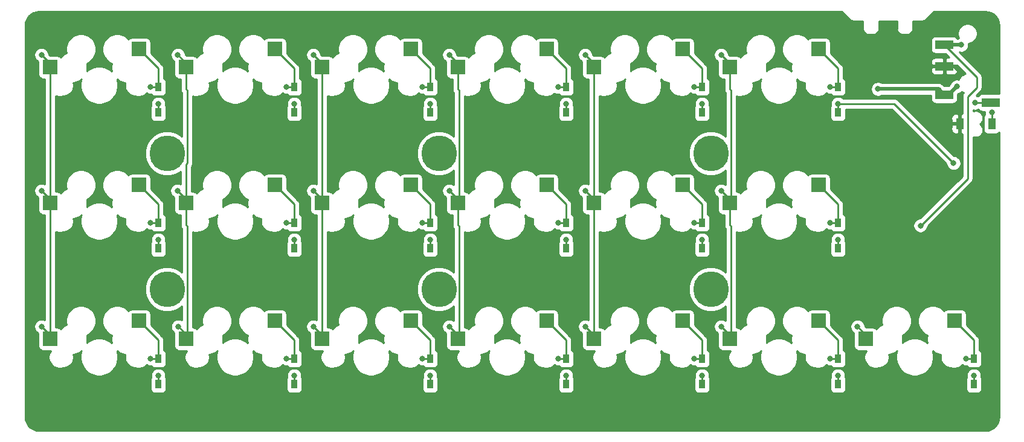
<source format=gbr>
G04 #@! TF.GenerationSoftware,KiCad,Pcbnew,(5.1.7)-1*
G04 #@! TF.CreationDate,2021-01-25T07:56:41+09:00*
G04 #@! TF.ProjectId,pisces,70697363-6573-42e6-9b69-6361645f7063,rev?*
G04 #@! TF.SameCoordinates,Original*
G04 #@! TF.FileFunction,Copper,L2,Bot*
G04 #@! TF.FilePolarity,Positive*
%FSLAX46Y46*%
G04 Gerber Fmt 4.6, Leading zero omitted, Abs format (unit mm)*
G04 Created by KiCad (PCBNEW (5.1.7)-1) date 2021-01-25 07:56:41*
%MOMM*%
%LPD*%
G01*
G04 APERTURE LIST*
G04 #@! TA.AperFunction,SMDPad,CuDef*
%ADD10R,2.000000X2.000000*%
G04 #@! TD*
G04 #@! TA.AperFunction,WasherPad*
%ADD11C,5.000000*%
G04 #@! TD*
G04 #@! TA.AperFunction,SMDPad,CuDef*
%ADD12R,0.950000X1.300000*%
G04 #@! TD*
G04 #@! TA.AperFunction,SMDPad,CuDef*
%ADD13R,2.500000X1.200000*%
G04 #@! TD*
G04 #@! TA.AperFunction,SMDPad,CuDef*
%ADD14R,1.100000X1.600000*%
G04 #@! TD*
G04 #@! TA.AperFunction,ViaPad*
%ADD15C,0.800000*%
G04 #@! TD*
G04 #@! TA.AperFunction,Conductor*
%ADD16C,0.250000*%
G04 #@! TD*
G04 #@! TA.AperFunction,Conductor*
%ADD17C,0.500000*%
G04 #@! TD*
G04 #@! TA.AperFunction,Conductor*
%ADD18C,0.254000*%
G04 #@! TD*
G04 #@! TA.AperFunction,Conductor*
%ADD19C,0.100000*%
G04 #@! TD*
G04 APERTURE END LIST*
D10*
X138350000Y-47460000D03*
X150850000Y-44920000D03*
D11*
X135725000Y-78575000D03*
X135725000Y-59525000D03*
X97625000Y-78575000D03*
X97625000Y-59525000D03*
X59525000Y-78575000D03*
X59525000Y-59525000D03*
D12*
X58293000Y-50231500D03*
X58293000Y-53781500D03*
X58293000Y-72831500D03*
X58293000Y-69281500D03*
X58293000Y-88331500D03*
X58293000Y-91881500D03*
X96393000Y-53781500D03*
X96393000Y-50231500D03*
X96393000Y-69281500D03*
X96393000Y-72831500D03*
X115443000Y-53781500D03*
X115443000Y-50231500D03*
X115443000Y-69281500D03*
X115443000Y-72831500D03*
X115443000Y-88331500D03*
X115443000Y-91881500D03*
X134493000Y-72831500D03*
X134493000Y-69281500D03*
X134493000Y-88331500D03*
X134493000Y-91881500D03*
X153543000Y-72831500D03*
X153543000Y-69281500D03*
X153543000Y-91881500D03*
X153543000Y-88331500D03*
D10*
X43100000Y-47460000D03*
X55600000Y-44920000D03*
X55600000Y-63970000D03*
X43100000Y-66510000D03*
X43100000Y-85560000D03*
X55600000Y-83020000D03*
X74650000Y-44920000D03*
X62150000Y-47460000D03*
X74650000Y-63970000D03*
X62150000Y-66510000D03*
X62150000Y-85560000D03*
X74650000Y-83020000D03*
X93700000Y-44920000D03*
X81200000Y-47460000D03*
X81200000Y-66510000D03*
X93700000Y-63970000D03*
X81200000Y-85560000D03*
X93700000Y-83020000D03*
X100250000Y-47460000D03*
X112750000Y-44920000D03*
X112750000Y-63970000D03*
X100250000Y-66510000D03*
X100250000Y-85560000D03*
X112750000Y-83020000D03*
X131800000Y-44920000D03*
X119300000Y-47460000D03*
X131800000Y-63970000D03*
X119300000Y-66510000D03*
X131800000Y-83020000D03*
X119300000Y-85560000D03*
X150850000Y-63970000D03*
X138350000Y-66510000D03*
X138350000Y-85560000D03*
X150850000Y-83020000D03*
X157400000Y-85560000D03*
X169900000Y-83020000D03*
D13*
X168454000Y-47313000D03*
X168454000Y-44313000D03*
X174954000Y-52413000D03*
X168454000Y-51313000D03*
D14*
X170597000Y-55372000D03*
X175097000Y-55372000D03*
D12*
X77342999Y-53781500D03*
X77342999Y-50231500D03*
X77342999Y-69281500D03*
X77342999Y-72831500D03*
X77342999Y-91881500D03*
X77342999Y-88331500D03*
X96393000Y-88331500D03*
X96393000Y-91881500D03*
X134493000Y-53781500D03*
X134493000Y-50231500D03*
X153543000Y-53781500D03*
X153543000Y-50231500D03*
X172593000Y-88331500D03*
X172593000Y-91881500D03*
D15*
X57213500Y-50228500D03*
X58293000Y-52578000D03*
X77343000Y-52578000D03*
X96393000Y-52578000D03*
X115443000Y-52578000D03*
X134493000Y-52578000D03*
X153543000Y-52578000D03*
X169735500Y-60896500D03*
X57213500Y-69278500D03*
X58293000Y-71628000D03*
X77343000Y-71628000D03*
X96393000Y-71628000D03*
X115443000Y-71628000D03*
X134493000Y-71628000D03*
X153543000Y-71628000D03*
X58293000Y-90678000D03*
X77343000Y-90678000D03*
X96393000Y-90678000D03*
X115443000Y-90678000D03*
X134493000Y-90678000D03*
X153543000Y-90678000D03*
X172593000Y-90678000D03*
X57213500Y-88328500D03*
X76263500Y-50228500D03*
X76263500Y-69278500D03*
X76263500Y-88328500D03*
X95313500Y-50228500D03*
X95313500Y-69278500D03*
X95313500Y-88328500D03*
X114300000Y-50228500D03*
X114363500Y-69278500D03*
X114363500Y-88328500D03*
X133413500Y-50228500D03*
X133413500Y-69278500D03*
X133413500Y-88328500D03*
X152463500Y-50228500D03*
X152463500Y-69278500D03*
X152463500Y-88328500D03*
X171513500Y-88328500D03*
X169164000Y-55372000D03*
X153543000Y-41719500D03*
X170815000Y-48260000D03*
X159385000Y-75184000D03*
X159148096Y-50498973D03*
X170180000Y-50165000D03*
X175133000Y-53784500D03*
X41910000Y-64770000D03*
X41910000Y-83820000D03*
X41910000Y-45720000D03*
X61087000Y-83820000D03*
X60960000Y-64770000D03*
X61023500Y-45720000D03*
X80010000Y-45720000D03*
X80010000Y-64770000D03*
X80010000Y-83820000D03*
X99060000Y-45720000D03*
X99060000Y-64770000D03*
X99060000Y-83820000D03*
X118110000Y-45720000D03*
X118110000Y-64770000D03*
X118110000Y-83820000D03*
X137160000Y-45720000D03*
X137160000Y-64770000D03*
X137160000Y-83820000D03*
X156273500Y-83820000D03*
X165100000Y-69659500D03*
X170815000Y-44323000D03*
X172720000Y-52451000D03*
D16*
X58293000Y-47613000D02*
X55600000Y-44920000D01*
X58293000Y-50231500D02*
X58293000Y-47613000D01*
X58290000Y-50228500D02*
X58293000Y-50231500D01*
X57213500Y-50228500D02*
X58290000Y-50228500D01*
X58293000Y-53781500D02*
X58293000Y-52578000D01*
X77343000Y-53781499D02*
X77342999Y-53781500D01*
X77343000Y-52578000D02*
X77343000Y-53781499D01*
X96393000Y-53781500D02*
X96393000Y-52578000D01*
X115443000Y-52578000D02*
X115443000Y-53781500D01*
X134493000Y-53781500D02*
X134493000Y-52578000D01*
X153543000Y-52578000D02*
X153543000Y-53781500D01*
X161417000Y-52578000D02*
X169735500Y-60896500D01*
X153543000Y-52578000D02*
X161417000Y-52578000D01*
X58293000Y-66663000D02*
X55600000Y-63970000D01*
X58293000Y-69281500D02*
X58293000Y-66663000D01*
X58290000Y-69278500D02*
X58293000Y-69281500D01*
X57213500Y-69278500D02*
X58290000Y-69278500D01*
X58293000Y-72831500D02*
X58293000Y-71628000D01*
X77343000Y-72831499D02*
X77342999Y-72831500D01*
X77343000Y-71628000D02*
X77343000Y-72831499D01*
X96393000Y-72831500D02*
X96393000Y-71628000D01*
X115443000Y-71628000D02*
X115443000Y-72831500D01*
X134493000Y-72831500D02*
X134493000Y-71628000D01*
X153543000Y-71628000D02*
X153543000Y-72831500D01*
X58293000Y-90678000D02*
X58293000Y-91881500D01*
X77342999Y-90678001D02*
X77343000Y-90678000D01*
X77342999Y-91881500D02*
X77342999Y-90678001D01*
X96393000Y-90678000D02*
X96393000Y-91881500D01*
X115443000Y-91881500D02*
X115443000Y-90678000D01*
X134493000Y-90678000D02*
X134493000Y-91881500D01*
X153543000Y-91881500D02*
X153543000Y-90678000D01*
X172593000Y-90678000D02*
X172593000Y-91881500D01*
X58293000Y-85713000D02*
X55600000Y-83020000D01*
X58293000Y-88331500D02*
X58293000Y-85713000D01*
X58290000Y-88328500D02*
X58293000Y-88331500D01*
X57213500Y-88328500D02*
X58290000Y-88328500D01*
X77342999Y-47612999D02*
X74650000Y-44920000D01*
X77342999Y-50231500D02*
X77342999Y-47612999D01*
X76266500Y-50231500D02*
X76263500Y-50228500D01*
X77342999Y-50231500D02*
X76266500Y-50231500D01*
X77342999Y-66662999D02*
X74650000Y-63970000D01*
X77342999Y-69281500D02*
X77342999Y-66662999D01*
X76266500Y-69281500D02*
X76263500Y-69278500D01*
X77342999Y-69281500D02*
X76266500Y-69281500D01*
X77342999Y-85712999D02*
X74650000Y-83020000D01*
X77342999Y-88331500D02*
X77342999Y-85712999D01*
X76266500Y-88331500D02*
X76263500Y-88328500D01*
X77342999Y-88331500D02*
X76266500Y-88331500D01*
X96393000Y-47613000D02*
X93700000Y-44920000D01*
X96393000Y-50231500D02*
X96393000Y-47613000D01*
X96390000Y-50228500D02*
X96393000Y-50231500D01*
X95313500Y-50228500D02*
X96390000Y-50228500D01*
X96393000Y-66663000D02*
X93700000Y-63970000D01*
X96393000Y-69281500D02*
X96393000Y-66663000D01*
X96390000Y-69278500D02*
X96393000Y-69281500D01*
X95313500Y-69278500D02*
X96390000Y-69278500D01*
X96393000Y-85713000D02*
X93700000Y-83020000D01*
X96393000Y-88331500D02*
X96393000Y-85713000D01*
X96390000Y-88328500D02*
X96393000Y-88331500D01*
X95313500Y-88328500D02*
X96390000Y-88328500D01*
X115443000Y-47613000D02*
X112750000Y-44920000D01*
X115443000Y-50231500D02*
X115443000Y-47613000D01*
X114303000Y-50231500D02*
X114300000Y-50228500D01*
X115443000Y-50231500D02*
X114303000Y-50231500D01*
X115443000Y-66663000D02*
X112750000Y-63970000D01*
X115443000Y-69281500D02*
X115443000Y-66663000D01*
X114366500Y-69281500D02*
X114363500Y-69278500D01*
X115443000Y-69281500D02*
X114366500Y-69281500D01*
X115443000Y-85713000D02*
X112750000Y-83020000D01*
X115443000Y-88331500D02*
X115443000Y-85713000D01*
X114366500Y-88331500D02*
X114363500Y-88328500D01*
X115443000Y-88331500D02*
X114366500Y-88331500D01*
X134493000Y-47613000D02*
X131800000Y-44920000D01*
X134493000Y-50231500D02*
X134493000Y-47613000D01*
X134490000Y-50228500D02*
X134493000Y-50231500D01*
X133413500Y-50228500D02*
X134490000Y-50228500D01*
X134493000Y-66663000D02*
X131800000Y-63970000D01*
X134493000Y-69281500D02*
X134493000Y-66663000D01*
X134490000Y-69278500D02*
X134493000Y-69281500D01*
X133413500Y-69278500D02*
X134490000Y-69278500D01*
X134493000Y-85713000D02*
X131800000Y-83020000D01*
X134493000Y-88331500D02*
X134493000Y-85713000D01*
X134490000Y-88328500D02*
X134493000Y-88331500D01*
X133413500Y-88328500D02*
X134490000Y-88328500D01*
X153543000Y-47613000D02*
X150850000Y-44920000D01*
X153543000Y-50231500D02*
X153543000Y-47613000D01*
X152466500Y-50231500D02*
X152463500Y-50228500D01*
X153543000Y-50231500D02*
X152466500Y-50231500D01*
X153543000Y-66663000D02*
X150850000Y-63970000D01*
X153543000Y-69281500D02*
X153543000Y-66663000D01*
X152466500Y-69281500D02*
X152463500Y-69278500D01*
X153543000Y-69281500D02*
X152466500Y-69281500D01*
X153543000Y-85713000D02*
X150850000Y-83020000D01*
X153543000Y-88331500D02*
X153543000Y-85713000D01*
X152466500Y-88331500D02*
X152463500Y-88328500D01*
X153543000Y-88331500D02*
X152466500Y-88331500D01*
X172593000Y-85713000D02*
X169900000Y-83020000D01*
X172593000Y-88331500D02*
X172593000Y-85713000D01*
X172590000Y-88328500D02*
X172593000Y-88331500D01*
X171513500Y-88328500D02*
X172590000Y-88328500D01*
X169164000Y-55372000D02*
X170597000Y-55372000D01*
D17*
X167507000Y-47307500D02*
X167501500Y-47313000D01*
X169868000Y-47313000D02*
X170815000Y-48260000D01*
X168454000Y-47313000D02*
X169868000Y-47313000D01*
X167639973Y-50498973D02*
X168454000Y-51313000D01*
X159148096Y-50498973D02*
X167639973Y-50498973D01*
X169032000Y-51313000D02*
X170180000Y-50165000D01*
X168454000Y-51313000D02*
X169032000Y-51313000D01*
D16*
X175097000Y-53820500D02*
X175133000Y-53784500D01*
X175097000Y-55372000D02*
X175097000Y-53820500D01*
X43100000Y-85560000D02*
X43100000Y-66510000D01*
X43100000Y-66510000D02*
X43100000Y-47460000D01*
X43100000Y-65960000D02*
X41910000Y-64770000D01*
X43100000Y-66510000D02*
X43100000Y-65960000D01*
X43100000Y-85010000D02*
X41910000Y-83820000D01*
X43100000Y-85560000D02*
X43100000Y-85010000D01*
X43100000Y-46910000D02*
X41910000Y-45720000D01*
X43100000Y-47460000D02*
X43100000Y-46910000D01*
X62150000Y-69537002D02*
X62150000Y-66510000D01*
X62350001Y-69737003D02*
X62150000Y-69537002D01*
X62350001Y-85359999D02*
X62350001Y-69737003D01*
X62150000Y-85560000D02*
X62350001Y-85359999D01*
X62150000Y-50487002D02*
X62150000Y-47460000D01*
X62350001Y-50687003D02*
X62150000Y-50487002D01*
X62350001Y-60881001D02*
X62350001Y-50687003D01*
X62150000Y-61081002D02*
X62350001Y-60881001D01*
X62150000Y-66510000D02*
X62150000Y-61081002D01*
X62150000Y-84883000D02*
X61087000Y-83820000D01*
X62150000Y-85560000D02*
X62150000Y-84883000D01*
X62150000Y-65960000D02*
X60960000Y-64770000D01*
X62150000Y-66510000D02*
X62150000Y-65960000D01*
X62150000Y-46846500D02*
X61023500Y-45720000D01*
X62150000Y-47460000D02*
X62150000Y-46846500D01*
X81200000Y-68562998D02*
X81200000Y-66510000D01*
X81200000Y-85560000D02*
X81200000Y-68562998D01*
X81200000Y-66510000D02*
X81200000Y-47460000D01*
X81200000Y-46910000D02*
X80010000Y-45720000D01*
X81200000Y-47460000D02*
X81200000Y-46910000D01*
X81200000Y-65960000D02*
X80010000Y-64770000D01*
X81200000Y-66510000D02*
X81200000Y-65960000D01*
X81200000Y-85010000D02*
X80010000Y-83820000D01*
X81200000Y-85560000D02*
X81200000Y-85010000D01*
X100250000Y-69537002D02*
X100250000Y-66510000D01*
X100450001Y-85359999D02*
X100450001Y-69737003D01*
X100450001Y-69737003D02*
X100250000Y-69537002D01*
X100250000Y-85560000D02*
X100450001Y-85359999D01*
X100250000Y-50487002D02*
X100250000Y-47460000D01*
X100450001Y-50687003D02*
X100250000Y-50487002D01*
X100450001Y-66309999D02*
X100450001Y-50687003D01*
X100250000Y-66510000D02*
X100450001Y-66309999D01*
X100250000Y-46910000D02*
X99060000Y-45720000D01*
X100250000Y-47460000D02*
X100250000Y-46910000D01*
X100250000Y-65960000D02*
X99060000Y-64770000D01*
X100250000Y-66510000D02*
X100250000Y-65960000D01*
X100250000Y-85010000D02*
X99060000Y-83820000D01*
X100250000Y-85560000D02*
X100250000Y-85010000D01*
X119300000Y-85560000D02*
X119300000Y-66510000D01*
X119300000Y-49512998D02*
X119300000Y-47460000D01*
X119300000Y-66510000D02*
X119300000Y-49512998D01*
X119300000Y-46910000D02*
X118110000Y-45720000D01*
X119300000Y-47460000D02*
X119300000Y-46910000D01*
X119300000Y-65960000D02*
X118110000Y-64770000D01*
X119300000Y-66510000D02*
X119300000Y-65960000D01*
X119300000Y-85010000D02*
X118110000Y-83820000D01*
X119300000Y-85560000D02*
X119300000Y-85010000D01*
X138350000Y-69537002D02*
X138350000Y-66510000D01*
X138550001Y-69737003D02*
X138350000Y-69537002D01*
X138550001Y-85359999D02*
X138550001Y-69737003D01*
X138350000Y-85560000D02*
X138550001Y-85359999D01*
X138350000Y-50487002D02*
X138350000Y-47460000D01*
X138550001Y-66309999D02*
X138550001Y-50687003D01*
X138550001Y-50687003D02*
X138350000Y-50487002D01*
X138350000Y-66510000D02*
X138550001Y-66309999D01*
X138350000Y-46910000D02*
X137160000Y-45720000D01*
X138350000Y-47460000D02*
X138350000Y-46910000D01*
X138350000Y-65960000D02*
X137160000Y-64770000D01*
X138350000Y-66510000D02*
X138350000Y-65960000D01*
X138350000Y-85010000D02*
X137160000Y-83820000D01*
X138350000Y-85560000D02*
X138350000Y-85010000D01*
X157400000Y-84946500D02*
X156273500Y-83820000D01*
X157400000Y-85560000D02*
X157400000Y-84946500D01*
X172974000Y-48833000D02*
X168454000Y-44313000D01*
X172974000Y-50263251D02*
X172974000Y-48833000D01*
X171704000Y-51533251D02*
X172974000Y-50263251D01*
X171704000Y-63055500D02*
X171704000Y-51533251D01*
X165100000Y-69659500D02*
X171704000Y-63055500D01*
D17*
X170805000Y-44313000D02*
X170815000Y-44323000D01*
X168454000Y-44313000D02*
X170805000Y-44313000D01*
D16*
X173963500Y-52451000D02*
X174001500Y-52413000D01*
X174001500Y-52413000D02*
X174001500Y-52503000D01*
X174916000Y-52451000D02*
X174954000Y-52413000D01*
X172720000Y-52451000D02*
X174916000Y-52451000D01*
D18*
X155035951Y-40614982D02*
X155055688Y-40651907D01*
X155141289Y-40756211D01*
X155245593Y-40841812D01*
X155364594Y-40905419D01*
X155493717Y-40944588D01*
X155594353Y-40954500D01*
X157043001Y-40954500D01*
X157043000Y-42115853D01*
X157039686Y-42149500D01*
X157052912Y-42283783D01*
X157092081Y-42412906D01*
X157155688Y-42531907D01*
X157241289Y-42636211D01*
X157345593Y-42721812D01*
X157464594Y-42785419D01*
X157593717Y-42824588D01*
X157728000Y-42837814D01*
X157761647Y-42834500D01*
X158544353Y-42834500D01*
X158578000Y-42837814D01*
X158712283Y-42824588D01*
X158841406Y-42785419D01*
X158960407Y-42721812D01*
X159064711Y-42636211D01*
X159150312Y-42531907D01*
X159213919Y-42412906D01*
X159253088Y-42283783D01*
X159263000Y-42183147D01*
X159263000Y-42183146D01*
X159266314Y-42149500D01*
X159263000Y-42115853D01*
X159263000Y-40954500D01*
X161793001Y-40954500D01*
X161793000Y-42115853D01*
X161789686Y-42149500D01*
X161802912Y-42283783D01*
X161842081Y-42412906D01*
X161905688Y-42531907D01*
X161991289Y-42636211D01*
X162095593Y-42721812D01*
X162214594Y-42785419D01*
X162343717Y-42824588D01*
X162478000Y-42837814D01*
X162511647Y-42834500D01*
X163294353Y-42834500D01*
X163328000Y-42837814D01*
X163462283Y-42824588D01*
X163591406Y-42785419D01*
X163710407Y-42721812D01*
X163814711Y-42636211D01*
X163900312Y-42531907D01*
X163963919Y-42412906D01*
X164003088Y-42283783D01*
X164013000Y-42183147D01*
X164013000Y-42183146D01*
X164016314Y-42149500D01*
X164013000Y-42115853D01*
X164013000Y-40954500D01*
X165461647Y-40954500D01*
X165562283Y-40944588D01*
X165691406Y-40905419D01*
X165810407Y-40841812D01*
X165914711Y-40756211D01*
X166000312Y-40651907D01*
X166020050Y-40614980D01*
X167018091Y-39649000D01*
X174211721Y-39649000D01*
X174608545Y-39687909D01*
X174959208Y-39793780D01*
X175282625Y-39965744D01*
X175566484Y-40197254D01*
X175799965Y-40479486D01*
X175974183Y-40801695D01*
X176082502Y-41151614D01*
X176124001Y-41546452D01*
X176124001Y-51174928D01*
X173704000Y-51174928D01*
X173579518Y-51187188D01*
X173459820Y-51223498D01*
X173349506Y-51282463D01*
X173252815Y-51361815D01*
X173173463Y-51458506D01*
X173147184Y-51507670D01*
X173021898Y-51455774D01*
X172883756Y-51428296D01*
X173485004Y-50827049D01*
X173514001Y-50803252D01*
X173608974Y-50687527D01*
X173679546Y-50555498D01*
X173723003Y-50412237D01*
X173734000Y-50300584D01*
X173734000Y-50300575D01*
X173737676Y-50263252D01*
X173734000Y-50225929D01*
X173734000Y-48870322D01*
X173737676Y-48832999D01*
X173734000Y-48795676D01*
X173734000Y-48795667D01*
X173723003Y-48684014D01*
X173679546Y-48540753D01*
X173608974Y-48408724D01*
X173514001Y-48292999D01*
X173485003Y-48269201D01*
X170539223Y-45323422D01*
X170713061Y-45358000D01*
X170916939Y-45358000D01*
X171116898Y-45318226D01*
X171305256Y-45240205D01*
X171474774Y-45126937D01*
X171618937Y-44982774D01*
X171732205Y-44813256D01*
X171810226Y-44624898D01*
X171850000Y-44424939D01*
X171850000Y-44221061D01*
X171827511Y-44108000D01*
X171840411Y-44108000D01*
X172107989Y-44054775D01*
X172360043Y-43950371D01*
X172586886Y-43798799D01*
X172779799Y-43605886D01*
X172931371Y-43379043D01*
X173035775Y-43126989D01*
X173089000Y-42859411D01*
X173089000Y-42586589D01*
X173035775Y-42319011D01*
X172931371Y-42066957D01*
X172779799Y-41840114D01*
X172586886Y-41647201D01*
X172360043Y-41495629D01*
X172107989Y-41391225D01*
X171840411Y-41338000D01*
X171567589Y-41338000D01*
X171300011Y-41391225D01*
X171047957Y-41495629D01*
X170821114Y-41647201D01*
X170628201Y-41840114D01*
X170476629Y-42066957D01*
X170372225Y-42319011D01*
X170319000Y-42586589D01*
X170319000Y-42859411D01*
X170372225Y-43126989D01*
X170463844Y-43348177D01*
X170324744Y-43405795D01*
X170291512Y-43428000D01*
X170271683Y-43428000D01*
X170234537Y-43358506D01*
X170155185Y-43261815D01*
X170058494Y-43182463D01*
X169948180Y-43123498D01*
X169828482Y-43087188D01*
X169704000Y-43074928D01*
X167204000Y-43074928D01*
X167079518Y-43087188D01*
X166959820Y-43123498D01*
X166849506Y-43182463D01*
X166752815Y-43261815D01*
X166673463Y-43358506D01*
X166614498Y-43468820D01*
X166578188Y-43588518D01*
X166565928Y-43713000D01*
X166565928Y-44913000D01*
X166578188Y-45037482D01*
X166614498Y-45157180D01*
X166673463Y-45267494D01*
X166752815Y-45364185D01*
X166849506Y-45443537D01*
X166959820Y-45502502D01*
X167079518Y-45538812D01*
X167204000Y-45551072D01*
X168617271Y-45551072D01*
X169142914Y-46076716D01*
X168739750Y-46078000D01*
X168581000Y-46236750D01*
X168581000Y-47186000D01*
X170180250Y-47186000D01*
X170216224Y-47150026D01*
X171431307Y-48365108D01*
X171300011Y-48391225D01*
X171047957Y-48495629D01*
X170821114Y-48647201D01*
X170628201Y-48840114D01*
X170476629Y-49066957D01*
X170437684Y-49160979D01*
X170281939Y-49130000D01*
X170078061Y-49130000D01*
X169878102Y-49169774D01*
X169689744Y-49247795D01*
X169520226Y-49361063D01*
X169376063Y-49505226D01*
X169262795Y-49674744D01*
X169184774Y-49863102D01*
X169173465Y-49919956D01*
X169018493Y-50074928D01*
X168467506Y-50074928D01*
X168296507Y-49903929D01*
X168268790Y-49870156D01*
X168134032Y-49759562D01*
X167980286Y-49677384D01*
X167813463Y-49626778D01*
X167683450Y-49613973D01*
X167683442Y-49613973D01*
X167639973Y-49609692D01*
X167596504Y-49613973D01*
X159686550Y-49613973D01*
X159638352Y-49581768D01*
X159449994Y-49503747D01*
X159250035Y-49463973D01*
X159046157Y-49463973D01*
X158846198Y-49503747D01*
X158657840Y-49581768D01*
X158488322Y-49695036D01*
X158344159Y-49839199D01*
X158230891Y-50008717D01*
X158152870Y-50197075D01*
X158113096Y-50397034D01*
X158113096Y-50600912D01*
X158152870Y-50800871D01*
X158230891Y-50989229D01*
X158344159Y-51158747D01*
X158488322Y-51302910D01*
X158657840Y-51416178D01*
X158846198Y-51494199D01*
X159046157Y-51533973D01*
X159250035Y-51533973D01*
X159449994Y-51494199D01*
X159638352Y-51416178D01*
X159686550Y-51383973D01*
X166565928Y-51383973D01*
X166565928Y-51913000D01*
X166578188Y-52037482D01*
X166614498Y-52157180D01*
X166673463Y-52267494D01*
X166752815Y-52364185D01*
X166849506Y-52443537D01*
X166959820Y-52502502D01*
X167079518Y-52538812D01*
X167204000Y-52551072D01*
X169704000Y-52551072D01*
X169828482Y-52538812D01*
X169948180Y-52502502D01*
X170058494Y-52443537D01*
X170155185Y-52364185D01*
X170234537Y-52267494D01*
X170293502Y-52157180D01*
X170329812Y-52037482D01*
X170342072Y-51913000D01*
X170342072Y-51254507D01*
X170425044Y-51171535D01*
X170481898Y-51160226D01*
X170670256Y-51082205D01*
X170839774Y-50968937D01*
X170934290Y-50874421D01*
X171047957Y-50950371D01*
X171160823Y-50997121D01*
X171140202Y-51022248D01*
X171140201Y-51022249D01*
X171069026Y-51108975D01*
X170998454Y-51241005D01*
X170954998Y-51384266D01*
X170940324Y-51533251D01*
X170944001Y-51570583D01*
X170944001Y-53936288D01*
X170882750Y-53937000D01*
X170724000Y-54095750D01*
X170724000Y-55245000D01*
X170744000Y-55245000D01*
X170744000Y-55499000D01*
X170724000Y-55499000D01*
X170724000Y-56648250D01*
X170882750Y-56807000D01*
X170944001Y-56807712D01*
X170944000Y-62740698D01*
X165060199Y-68624500D01*
X164998061Y-68624500D01*
X164798102Y-68664274D01*
X164609744Y-68742295D01*
X164440226Y-68855563D01*
X164296063Y-68999726D01*
X164182795Y-69169244D01*
X164104774Y-69357602D01*
X164065000Y-69557561D01*
X164065000Y-69761439D01*
X164104774Y-69961398D01*
X164182795Y-70149756D01*
X164296063Y-70319274D01*
X164440226Y-70463437D01*
X164609744Y-70576705D01*
X164798102Y-70654726D01*
X164998061Y-70694500D01*
X165201939Y-70694500D01*
X165401898Y-70654726D01*
X165590256Y-70576705D01*
X165759774Y-70463437D01*
X165903937Y-70319274D01*
X166017205Y-70149756D01*
X166095226Y-69961398D01*
X166135000Y-69761439D01*
X166135000Y-69699301D01*
X172215004Y-63619298D01*
X172244001Y-63595501D01*
X172338974Y-63479776D01*
X172409546Y-63347747D01*
X172453003Y-63204486D01*
X172464000Y-63092833D01*
X172464000Y-63092824D01*
X172467676Y-63055501D01*
X172464000Y-63018178D01*
X172464000Y-57206572D01*
X172552394Y-57243186D01*
X172747524Y-57282000D01*
X172946476Y-57282000D01*
X173141606Y-57243186D01*
X173325414Y-57167050D01*
X173490837Y-57056518D01*
X173631518Y-56915837D01*
X173742050Y-56750414D01*
X173818186Y-56566606D01*
X173857000Y-56371476D01*
X173857000Y-56172524D01*
X173818186Y-55977394D01*
X173742050Y-55793586D01*
X173631518Y-55628163D01*
X173490837Y-55487482D01*
X173392836Y-55422000D01*
X173490837Y-55356518D01*
X173631518Y-55215837D01*
X173742050Y-55050414D01*
X173818186Y-54866606D01*
X173857000Y-54671476D01*
X173857000Y-54472524D01*
X173818186Y-54277394D01*
X173742050Y-54093586D01*
X173631518Y-53928163D01*
X173490837Y-53787482D01*
X173325414Y-53676950D01*
X173141606Y-53600814D01*
X172946476Y-53562000D01*
X172747524Y-53562000D01*
X172552394Y-53600814D01*
X172464000Y-53637428D01*
X172464000Y-53455356D01*
X172618061Y-53486000D01*
X172821939Y-53486000D01*
X173021898Y-53446226D01*
X173183233Y-53379398D01*
X173252815Y-53464185D01*
X173349506Y-53543537D01*
X173459820Y-53602502D01*
X173579518Y-53638812D01*
X173704000Y-53651072D01*
X174104264Y-53651072D01*
X174098000Y-53682561D01*
X174098000Y-53886439D01*
X174137771Y-54086383D01*
X174095815Y-54120815D01*
X174016463Y-54217506D01*
X173957498Y-54327820D01*
X173921188Y-54447518D01*
X173908928Y-54572000D01*
X173908928Y-56172000D01*
X173921188Y-56296482D01*
X173957498Y-56416180D01*
X174016463Y-56526494D01*
X174095815Y-56623185D01*
X174192506Y-56702537D01*
X174302820Y-56761502D01*
X174422518Y-56797812D01*
X174547000Y-56810072D01*
X175647000Y-56810072D01*
X175771482Y-56797812D01*
X175891180Y-56761502D01*
X176001494Y-56702537D01*
X176098185Y-56623185D01*
X176124001Y-56591728D01*
X176124000Y-96487721D01*
X176085091Y-96884545D01*
X175979220Y-97235206D01*
X175807257Y-97558623D01*
X175575748Y-97842482D01*
X175293514Y-98075965D01*
X174971304Y-98250184D01*
X174621385Y-98358502D01*
X174226557Y-98400000D01*
X41561279Y-98400000D01*
X41164455Y-98361091D01*
X40813794Y-98255220D01*
X40490377Y-98083257D01*
X40206518Y-97851748D01*
X39973035Y-97569514D01*
X39798816Y-97247304D01*
X39690498Y-96897385D01*
X39649000Y-96502557D01*
X39649000Y-91231500D01*
X57179928Y-91231500D01*
X57179928Y-92531500D01*
X57192188Y-92655982D01*
X57228498Y-92775680D01*
X57287463Y-92885994D01*
X57366815Y-92982685D01*
X57463506Y-93062037D01*
X57573820Y-93121002D01*
X57693518Y-93157312D01*
X57818000Y-93169572D01*
X58768000Y-93169572D01*
X58892482Y-93157312D01*
X59012180Y-93121002D01*
X59122494Y-93062037D01*
X59219185Y-92982685D01*
X59298537Y-92885994D01*
X59357502Y-92775680D01*
X59393812Y-92655982D01*
X59406072Y-92531500D01*
X59406072Y-91231500D01*
X76229927Y-91231500D01*
X76229927Y-92531500D01*
X76242187Y-92655982D01*
X76278497Y-92775680D01*
X76337462Y-92885994D01*
X76416814Y-92982685D01*
X76513505Y-93062037D01*
X76623819Y-93121002D01*
X76743517Y-93157312D01*
X76867999Y-93169572D01*
X77817999Y-93169572D01*
X77942481Y-93157312D01*
X78062179Y-93121002D01*
X78172493Y-93062037D01*
X78269184Y-92982685D01*
X78348536Y-92885994D01*
X78407501Y-92775680D01*
X78443811Y-92655982D01*
X78456071Y-92531500D01*
X78456071Y-91231500D01*
X95279928Y-91231500D01*
X95279928Y-92531500D01*
X95292188Y-92655982D01*
X95328498Y-92775680D01*
X95387463Y-92885994D01*
X95466815Y-92982685D01*
X95563506Y-93062037D01*
X95673820Y-93121002D01*
X95793518Y-93157312D01*
X95918000Y-93169572D01*
X96868000Y-93169572D01*
X96992482Y-93157312D01*
X97112180Y-93121002D01*
X97222494Y-93062037D01*
X97319185Y-92982685D01*
X97398537Y-92885994D01*
X97457502Y-92775680D01*
X97493812Y-92655982D01*
X97506072Y-92531500D01*
X97506072Y-91231500D01*
X114329928Y-91231500D01*
X114329928Y-92531500D01*
X114342188Y-92655982D01*
X114378498Y-92775680D01*
X114437463Y-92885994D01*
X114516815Y-92982685D01*
X114613506Y-93062037D01*
X114723820Y-93121002D01*
X114843518Y-93157312D01*
X114968000Y-93169572D01*
X115918000Y-93169572D01*
X116042482Y-93157312D01*
X116162180Y-93121002D01*
X116272494Y-93062037D01*
X116369185Y-92982685D01*
X116448537Y-92885994D01*
X116507502Y-92775680D01*
X116543812Y-92655982D01*
X116556072Y-92531500D01*
X116556072Y-91231500D01*
X133379928Y-91231500D01*
X133379928Y-92531500D01*
X133392188Y-92655982D01*
X133428498Y-92775680D01*
X133487463Y-92885994D01*
X133566815Y-92982685D01*
X133663506Y-93062037D01*
X133773820Y-93121002D01*
X133893518Y-93157312D01*
X134018000Y-93169572D01*
X134968000Y-93169572D01*
X135092482Y-93157312D01*
X135212180Y-93121002D01*
X135322494Y-93062037D01*
X135419185Y-92982685D01*
X135498537Y-92885994D01*
X135557502Y-92775680D01*
X135593812Y-92655982D01*
X135606072Y-92531500D01*
X135606072Y-91231500D01*
X152429928Y-91231500D01*
X152429928Y-92531500D01*
X152442188Y-92655982D01*
X152478498Y-92775680D01*
X152537463Y-92885994D01*
X152616815Y-92982685D01*
X152713506Y-93062037D01*
X152823820Y-93121002D01*
X152943518Y-93157312D01*
X153068000Y-93169572D01*
X154018000Y-93169572D01*
X154142482Y-93157312D01*
X154262180Y-93121002D01*
X154372494Y-93062037D01*
X154469185Y-92982685D01*
X154548537Y-92885994D01*
X154607502Y-92775680D01*
X154643812Y-92655982D01*
X154656072Y-92531500D01*
X154656072Y-91231500D01*
X171479928Y-91231500D01*
X171479928Y-92531500D01*
X171492188Y-92655982D01*
X171528498Y-92775680D01*
X171587463Y-92885994D01*
X171666815Y-92982685D01*
X171763506Y-93062037D01*
X171873820Y-93121002D01*
X171993518Y-93157312D01*
X172118000Y-93169572D01*
X173068000Y-93169572D01*
X173192482Y-93157312D01*
X173312180Y-93121002D01*
X173422494Y-93062037D01*
X173519185Y-92982685D01*
X173598537Y-92885994D01*
X173657502Y-92775680D01*
X173693812Y-92655982D01*
X173706072Y-92531500D01*
X173706072Y-91231500D01*
X173693812Y-91107018D01*
X173657502Y-90987320D01*
X173605938Y-90890852D01*
X173628000Y-90779939D01*
X173628000Y-90576061D01*
X173588226Y-90376102D01*
X173510205Y-90187744D01*
X173396937Y-90018226D01*
X173252774Y-89874063D01*
X173083256Y-89760795D01*
X172894898Y-89682774D01*
X172694939Y-89643000D01*
X172491061Y-89643000D01*
X172291102Y-89682774D01*
X172102744Y-89760795D01*
X171933226Y-89874063D01*
X171789063Y-90018226D01*
X171675795Y-90187744D01*
X171597774Y-90376102D01*
X171558000Y-90576061D01*
X171558000Y-90779939D01*
X171580062Y-90890852D01*
X171528498Y-90987320D01*
X171492188Y-91107018D01*
X171479928Y-91231500D01*
X154656072Y-91231500D01*
X154643812Y-91107018D01*
X154607502Y-90987320D01*
X154555938Y-90890852D01*
X154578000Y-90779939D01*
X154578000Y-90576061D01*
X154538226Y-90376102D01*
X154460205Y-90187744D01*
X154346937Y-90018226D01*
X154202774Y-89874063D01*
X154033256Y-89760795D01*
X153844898Y-89682774D01*
X153644939Y-89643000D01*
X153441061Y-89643000D01*
X153241102Y-89682774D01*
X153052744Y-89760795D01*
X152883226Y-89874063D01*
X152739063Y-90018226D01*
X152625795Y-90187744D01*
X152547774Y-90376102D01*
X152508000Y-90576061D01*
X152508000Y-90779939D01*
X152530062Y-90890852D01*
X152478498Y-90987320D01*
X152442188Y-91107018D01*
X152429928Y-91231500D01*
X135606072Y-91231500D01*
X135593812Y-91107018D01*
X135557502Y-90987320D01*
X135505938Y-90890852D01*
X135528000Y-90779939D01*
X135528000Y-90576061D01*
X135488226Y-90376102D01*
X135410205Y-90187744D01*
X135296937Y-90018226D01*
X135152774Y-89874063D01*
X134983256Y-89760795D01*
X134794898Y-89682774D01*
X134594939Y-89643000D01*
X134391061Y-89643000D01*
X134191102Y-89682774D01*
X134002744Y-89760795D01*
X133833226Y-89874063D01*
X133689063Y-90018226D01*
X133575795Y-90187744D01*
X133497774Y-90376102D01*
X133458000Y-90576061D01*
X133458000Y-90779939D01*
X133480062Y-90890852D01*
X133428498Y-90987320D01*
X133392188Y-91107018D01*
X133379928Y-91231500D01*
X116556072Y-91231500D01*
X116543812Y-91107018D01*
X116507502Y-90987320D01*
X116455938Y-90890852D01*
X116478000Y-90779939D01*
X116478000Y-90576061D01*
X116438226Y-90376102D01*
X116360205Y-90187744D01*
X116246937Y-90018226D01*
X116102774Y-89874063D01*
X115933256Y-89760795D01*
X115744898Y-89682774D01*
X115544939Y-89643000D01*
X115341061Y-89643000D01*
X115141102Y-89682774D01*
X114952744Y-89760795D01*
X114783226Y-89874063D01*
X114639063Y-90018226D01*
X114525795Y-90187744D01*
X114447774Y-90376102D01*
X114408000Y-90576061D01*
X114408000Y-90779939D01*
X114430062Y-90890852D01*
X114378498Y-90987320D01*
X114342188Y-91107018D01*
X114329928Y-91231500D01*
X97506072Y-91231500D01*
X97493812Y-91107018D01*
X97457502Y-90987320D01*
X97405938Y-90890852D01*
X97428000Y-90779939D01*
X97428000Y-90576061D01*
X97388226Y-90376102D01*
X97310205Y-90187744D01*
X97196937Y-90018226D01*
X97052774Y-89874063D01*
X96883256Y-89760795D01*
X96694898Y-89682774D01*
X96494939Y-89643000D01*
X96291061Y-89643000D01*
X96091102Y-89682774D01*
X95902744Y-89760795D01*
X95733226Y-89874063D01*
X95589063Y-90018226D01*
X95475795Y-90187744D01*
X95397774Y-90376102D01*
X95358000Y-90576061D01*
X95358000Y-90779939D01*
X95380062Y-90890852D01*
X95328498Y-90987320D01*
X95292188Y-91107018D01*
X95279928Y-91231500D01*
X78456071Y-91231500D01*
X78443811Y-91107018D01*
X78407501Y-90987320D01*
X78355938Y-90890854D01*
X78378000Y-90779939D01*
X78378000Y-90576061D01*
X78338226Y-90376102D01*
X78260205Y-90187744D01*
X78146937Y-90018226D01*
X78002774Y-89874063D01*
X77833256Y-89760795D01*
X77644898Y-89682774D01*
X77444939Y-89643000D01*
X77241061Y-89643000D01*
X77041102Y-89682774D01*
X76852744Y-89760795D01*
X76683226Y-89874063D01*
X76539063Y-90018226D01*
X76425795Y-90187744D01*
X76347774Y-90376102D01*
X76308000Y-90576061D01*
X76308000Y-90779939D01*
X76330062Y-90890851D01*
X76278497Y-90987320D01*
X76242187Y-91107018D01*
X76229927Y-91231500D01*
X59406072Y-91231500D01*
X59393812Y-91107018D01*
X59357502Y-90987320D01*
X59305938Y-90890852D01*
X59328000Y-90779939D01*
X59328000Y-90576061D01*
X59288226Y-90376102D01*
X59210205Y-90187744D01*
X59096937Y-90018226D01*
X58952774Y-89874063D01*
X58783256Y-89760795D01*
X58594898Y-89682774D01*
X58394939Y-89643000D01*
X58191061Y-89643000D01*
X57991102Y-89682774D01*
X57802744Y-89760795D01*
X57633226Y-89874063D01*
X57489063Y-90018226D01*
X57375795Y-90187744D01*
X57297774Y-90376102D01*
X57258000Y-90576061D01*
X57258000Y-90779939D01*
X57280062Y-90890852D01*
X57228498Y-90987320D01*
X57192188Y-91107018D01*
X57179928Y-91231500D01*
X39649000Y-91231500D01*
X39649000Y-45618061D01*
X40875000Y-45618061D01*
X40875000Y-45821939D01*
X40914774Y-46021898D01*
X40992795Y-46210256D01*
X41106063Y-46379774D01*
X41250226Y-46523937D01*
X41419744Y-46637205D01*
X41461928Y-46654678D01*
X41461928Y-48460000D01*
X41474188Y-48584482D01*
X41510498Y-48704180D01*
X41569463Y-48814494D01*
X41648815Y-48911185D01*
X41745506Y-48990537D01*
X41855820Y-49049502D01*
X41975518Y-49085812D01*
X42100000Y-49098072D01*
X42340001Y-49098072D01*
X42340000Y-63827836D01*
X42211898Y-63774774D01*
X42011939Y-63735000D01*
X41808061Y-63735000D01*
X41608102Y-63774774D01*
X41419744Y-63852795D01*
X41250226Y-63966063D01*
X41106063Y-64110226D01*
X40992795Y-64279744D01*
X40914774Y-64468102D01*
X40875000Y-64668061D01*
X40875000Y-64871939D01*
X40914774Y-65071898D01*
X40992795Y-65260256D01*
X41106063Y-65429774D01*
X41250226Y-65573937D01*
X41419744Y-65687205D01*
X41461928Y-65704678D01*
X41461928Y-67510000D01*
X41474188Y-67634482D01*
X41510498Y-67754180D01*
X41569463Y-67864494D01*
X41648815Y-67961185D01*
X41745506Y-68040537D01*
X41855820Y-68099502D01*
X41975518Y-68135812D01*
X42100000Y-68148072D01*
X42340001Y-68148072D01*
X42340000Y-82877836D01*
X42211898Y-82824774D01*
X42011939Y-82785000D01*
X41808061Y-82785000D01*
X41608102Y-82824774D01*
X41419744Y-82902795D01*
X41250226Y-83016063D01*
X41106063Y-83160226D01*
X40992795Y-83329744D01*
X40914774Y-83518102D01*
X40875000Y-83718061D01*
X40875000Y-83921939D01*
X40914774Y-84121898D01*
X40992795Y-84310256D01*
X41106063Y-84479774D01*
X41250226Y-84623937D01*
X41419744Y-84737205D01*
X41461928Y-84754678D01*
X41461928Y-86560000D01*
X41474188Y-86684482D01*
X41510498Y-86804180D01*
X41569463Y-86914494D01*
X41648815Y-87011185D01*
X41745506Y-87090537D01*
X41855820Y-87149502D01*
X41975518Y-87185812D01*
X42100000Y-87198072D01*
X43196385Y-87198072D01*
X43095391Y-87349221D01*
X42975911Y-87637673D01*
X42915000Y-87943891D01*
X42915000Y-88256109D01*
X42975911Y-88562327D01*
X43095391Y-88850779D01*
X43268850Y-89110379D01*
X43489621Y-89331150D01*
X43749221Y-89504609D01*
X44037673Y-89624089D01*
X44343891Y-89685000D01*
X44656109Y-89685000D01*
X44962327Y-89624089D01*
X45056697Y-89585000D01*
X45066260Y-89585000D01*
X45353158Y-89527932D01*
X45623411Y-89415990D01*
X45866632Y-89253475D01*
X46073475Y-89046632D01*
X46235990Y-88803411D01*
X46347932Y-88533158D01*
X46405000Y-88246260D01*
X46405000Y-87953740D01*
X46353533Y-87695000D01*
X46400279Y-87695000D01*
X46812756Y-87612953D01*
X47201302Y-87452012D01*
X47498578Y-87253379D01*
X47466261Y-87331399D01*
X47365000Y-87840475D01*
X47365000Y-88359525D01*
X47466261Y-88868601D01*
X47664893Y-89348141D01*
X47953262Y-89779715D01*
X48320285Y-90146738D01*
X48751859Y-90435107D01*
X49231399Y-90633739D01*
X49740475Y-90735000D01*
X50259525Y-90735000D01*
X50768601Y-90633739D01*
X51248141Y-90435107D01*
X51679715Y-90146738D01*
X52046738Y-89779715D01*
X52335107Y-89348141D01*
X52533739Y-88868601D01*
X52635000Y-88359525D01*
X52635000Y-87840475D01*
X52533739Y-87331399D01*
X52501422Y-87253379D01*
X52798698Y-87452012D01*
X53187244Y-87612953D01*
X53599721Y-87695000D01*
X53646467Y-87695000D01*
X53595000Y-87953740D01*
X53595000Y-88246260D01*
X53652068Y-88533158D01*
X53764010Y-88803411D01*
X53926525Y-89046632D01*
X54133368Y-89253475D01*
X54376589Y-89415990D01*
X54646842Y-89527932D01*
X54933740Y-89585000D01*
X54943303Y-89585000D01*
X55037673Y-89624089D01*
X55343891Y-89685000D01*
X55656109Y-89685000D01*
X55962327Y-89624089D01*
X56250779Y-89504609D01*
X56510379Y-89331150D01*
X56646861Y-89194668D01*
X56723244Y-89245705D01*
X56911602Y-89323726D01*
X57111561Y-89363500D01*
X57310037Y-89363500D01*
X57366815Y-89432685D01*
X57463506Y-89512037D01*
X57573820Y-89571002D01*
X57693518Y-89607312D01*
X57818000Y-89619572D01*
X58768000Y-89619572D01*
X58892482Y-89607312D01*
X59012180Y-89571002D01*
X59122494Y-89512037D01*
X59219185Y-89432685D01*
X59298537Y-89335994D01*
X59357502Y-89225680D01*
X59393812Y-89105982D01*
X59406072Y-88981500D01*
X59406072Y-87681500D01*
X59393812Y-87557018D01*
X59357502Y-87437320D01*
X59298537Y-87327006D01*
X59219185Y-87230315D01*
X59122494Y-87150963D01*
X59053000Y-87113817D01*
X59053000Y-85750322D01*
X59056676Y-85712999D01*
X59053000Y-85675676D01*
X59053000Y-85675667D01*
X59042003Y-85564014D01*
X58998546Y-85420753D01*
X58986027Y-85397332D01*
X58927974Y-85288723D01*
X58856799Y-85201997D01*
X58856798Y-85201996D01*
X58833001Y-85172999D01*
X58804003Y-85149201D01*
X57238072Y-83583271D01*
X57238072Y-82020000D01*
X57225812Y-81895518D01*
X57189502Y-81775820D01*
X57130537Y-81665506D01*
X57051185Y-81568815D01*
X56954494Y-81489463D01*
X56844180Y-81430498D01*
X56724482Y-81394188D01*
X56600000Y-81381928D01*
X54600000Y-81381928D01*
X54475518Y-81394188D01*
X54355820Y-81430498D01*
X54245506Y-81489463D01*
X54148815Y-81568815D01*
X54130490Y-81591144D01*
X53900983Y-81361637D01*
X53551302Y-81127988D01*
X53162756Y-80967047D01*
X52750279Y-80885000D01*
X52329721Y-80885000D01*
X51917244Y-80967047D01*
X51528698Y-81127988D01*
X51179017Y-81361637D01*
X50881637Y-81659017D01*
X50647988Y-82008698D01*
X50487047Y-82397244D01*
X50405000Y-82809721D01*
X50405000Y-83230279D01*
X50487047Y-83642756D01*
X50647988Y-84031302D01*
X50881637Y-84380983D01*
X51179017Y-84678363D01*
X51528698Y-84912012D01*
X51744302Y-85001318D01*
X51675000Y-85349721D01*
X51675000Y-85770279D01*
X51744095Y-86117642D01*
X51679715Y-86053262D01*
X51248141Y-85764893D01*
X50768601Y-85566261D01*
X50259525Y-85465000D01*
X49740475Y-85465000D01*
X49231399Y-85566261D01*
X48751859Y-85764893D01*
X48320285Y-86053262D01*
X48255905Y-86117642D01*
X48325000Y-85770279D01*
X48325000Y-85349721D01*
X48255698Y-85001318D01*
X48471302Y-84912012D01*
X48820983Y-84678363D01*
X49118363Y-84380983D01*
X49352012Y-84031302D01*
X49512953Y-83642756D01*
X49595000Y-83230279D01*
X49595000Y-82809721D01*
X49512953Y-82397244D01*
X49352012Y-82008698D01*
X49118363Y-81659017D01*
X48820983Y-81361637D01*
X48471302Y-81127988D01*
X48082756Y-80967047D01*
X47670279Y-80885000D01*
X47249721Y-80885000D01*
X46837244Y-80967047D01*
X46448698Y-81127988D01*
X46099017Y-81361637D01*
X45801637Y-81659017D01*
X45567988Y-82008698D01*
X45407047Y-82397244D01*
X45325000Y-82809721D01*
X45325000Y-83230279D01*
X45394302Y-83578682D01*
X45178698Y-83667988D01*
X44829017Y-83901637D01*
X44583033Y-84147621D01*
X44551185Y-84108815D01*
X44454494Y-84029463D01*
X44344180Y-83970498D01*
X44224482Y-83934188D01*
X44100000Y-83921928D01*
X43860000Y-83921928D01*
X43860000Y-72181500D01*
X57179928Y-72181500D01*
X57179928Y-73481500D01*
X57192188Y-73605982D01*
X57228498Y-73725680D01*
X57287463Y-73835994D01*
X57366815Y-73932685D01*
X57463506Y-74012037D01*
X57573820Y-74071002D01*
X57693518Y-74107312D01*
X57818000Y-74119572D01*
X58768000Y-74119572D01*
X58892482Y-74107312D01*
X59012180Y-74071002D01*
X59122494Y-74012037D01*
X59219185Y-73932685D01*
X59298537Y-73835994D01*
X59357502Y-73725680D01*
X59393812Y-73605982D01*
X59406072Y-73481500D01*
X59406072Y-72181500D01*
X59393812Y-72057018D01*
X59357502Y-71937320D01*
X59305938Y-71840852D01*
X59328000Y-71729939D01*
X59328000Y-71526061D01*
X59288226Y-71326102D01*
X59210205Y-71137744D01*
X59096937Y-70968226D01*
X58952774Y-70824063D01*
X58783256Y-70710795D01*
X58594898Y-70632774D01*
X58394939Y-70593000D01*
X58191061Y-70593000D01*
X57991102Y-70632774D01*
X57802744Y-70710795D01*
X57633226Y-70824063D01*
X57489063Y-70968226D01*
X57375795Y-71137744D01*
X57297774Y-71326102D01*
X57258000Y-71526061D01*
X57258000Y-71729939D01*
X57280062Y-71840852D01*
X57228498Y-71937320D01*
X57192188Y-72057018D01*
X57179928Y-72181500D01*
X43860000Y-72181500D01*
X43860000Y-70500495D01*
X44037673Y-70574089D01*
X44343891Y-70635000D01*
X44656109Y-70635000D01*
X44962327Y-70574089D01*
X45056697Y-70535000D01*
X45066260Y-70535000D01*
X45353158Y-70477932D01*
X45623411Y-70365990D01*
X45866632Y-70203475D01*
X46073475Y-69996632D01*
X46235990Y-69753411D01*
X46347932Y-69483158D01*
X46405000Y-69196260D01*
X46405000Y-68903740D01*
X46353533Y-68645000D01*
X46400279Y-68645000D01*
X46812756Y-68562953D01*
X47201302Y-68402012D01*
X47498578Y-68203379D01*
X47466261Y-68281399D01*
X47365000Y-68790475D01*
X47365000Y-69309525D01*
X47466261Y-69818601D01*
X47664893Y-70298141D01*
X47953262Y-70729715D01*
X48320285Y-71096738D01*
X48751859Y-71385107D01*
X49231399Y-71583739D01*
X49740475Y-71685000D01*
X50259525Y-71685000D01*
X50768601Y-71583739D01*
X51248141Y-71385107D01*
X51679715Y-71096738D01*
X52046738Y-70729715D01*
X52335107Y-70298141D01*
X52533739Y-69818601D01*
X52635000Y-69309525D01*
X52635000Y-68790475D01*
X52533739Y-68281399D01*
X52501422Y-68203379D01*
X52798698Y-68402012D01*
X53187244Y-68562953D01*
X53599721Y-68645000D01*
X53646467Y-68645000D01*
X53595000Y-68903740D01*
X53595000Y-69196260D01*
X53652068Y-69483158D01*
X53764010Y-69753411D01*
X53926525Y-69996632D01*
X54133368Y-70203475D01*
X54376589Y-70365990D01*
X54646842Y-70477932D01*
X54933740Y-70535000D01*
X54943303Y-70535000D01*
X55037673Y-70574089D01*
X55343891Y-70635000D01*
X55656109Y-70635000D01*
X55962327Y-70574089D01*
X56250779Y-70454609D01*
X56510379Y-70281150D01*
X56646861Y-70144668D01*
X56723244Y-70195705D01*
X56911602Y-70273726D01*
X57111561Y-70313500D01*
X57310037Y-70313500D01*
X57366815Y-70382685D01*
X57463506Y-70462037D01*
X57573820Y-70521002D01*
X57693518Y-70557312D01*
X57818000Y-70569572D01*
X58768000Y-70569572D01*
X58892482Y-70557312D01*
X59012180Y-70521002D01*
X59122494Y-70462037D01*
X59219185Y-70382685D01*
X59298537Y-70285994D01*
X59357502Y-70175680D01*
X59393812Y-70055982D01*
X59406072Y-69931500D01*
X59406072Y-68631500D01*
X59393812Y-68507018D01*
X59357502Y-68387320D01*
X59298537Y-68277006D01*
X59219185Y-68180315D01*
X59122494Y-68100963D01*
X59053000Y-68063817D01*
X59053000Y-66700322D01*
X59056676Y-66662999D01*
X59053000Y-66625676D01*
X59053000Y-66625667D01*
X59042003Y-66514014D01*
X58998546Y-66370753D01*
X58986027Y-66347332D01*
X58927974Y-66238723D01*
X58856799Y-66151997D01*
X58856798Y-66151996D01*
X58833001Y-66122999D01*
X58804003Y-66099201D01*
X57238072Y-64533271D01*
X57238072Y-62970000D01*
X57225812Y-62845518D01*
X57189502Y-62725820D01*
X57130537Y-62615506D01*
X57051185Y-62518815D01*
X56954494Y-62439463D01*
X56844180Y-62380498D01*
X56724482Y-62344188D01*
X56600000Y-62331928D01*
X54600000Y-62331928D01*
X54475518Y-62344188D01*
X54355820Y-62380498D01*
X54245506Y-62439463D01*
X54148815Y-62518815D01*
X54130490Y-62541144D01*
X53900983Y-62311637D01*
X53551302Y-62077988D01*
X53162756Y-61917047D01*
X52750279Y-61835000D01*
X52329721Y-61835000D01*
X51917244Y-61917047D01*
X51528698Y-62077988D01*
X51179017Y-62311637D01*
X50881637Y-62609017D01*
X50647988Y-62958698D01*
X50487047Y-63347244D01*
X50405000Y-63759721D01*
X50405000Y-64180279D01*
X50487047Y-64592756D01*
X50647988Y-64981302D01*
X50881637Y-65330983D01*
X51179017Y-65628363D01*
X51528698Y-65862012D01*
X51744302Y-65951318D01*
X51675000Y-66299721D01*
X51675000Y-66720279D01*
X51744095Y-67067642D01*
X51679715Y-67003262D01*
X51248141Y-66714893D01*
X50768601Y-66516261D01*
X50259525Y-66415000D01*
X49740475Y-66415000D01*
X49231399Y-66516261D01*
X48751859Y-66714893D01*
X48320285Y-67003262D01*
X48255905Y-67067642D01*
X48325000Y-66720279D01*
X48325000Y-66299721D01*
X48255698Y-65951318D01*
X48471302Y-65862012D01*
X48820983Y-65628363D01*
X49118363Y-65330983D01*
X49352012Y-64981302D01*
X49512953Y-64592756D01*
X49595000Y-64180279D01*
X49595000Y-63759721D01*
X49512953Y-63347244D01*
X49352012Y-62958698D01*
X49118363Y-62609017D01*
X48820983Y-62311637D01*
X48471302Y-62077988D01*
X48082756Y-61917047D01*
X47670279Y-61835000D01*
X47249721Y-61835000D01*
X46837244Y-61917047D01*
X46448698Y-62077988D01*
X46099017Y-62311637D01*
X45801637Y-62609017D01*
X45567988Y-62958698D01*
X45407047Y-63347244D01*
X45325000Y-63759721D01*
X45325000Y-64180279D01*
X45394302Y-64528682D01*
X45178698Y-64617988D01*
X44829017Y-64851637D01*
X44583033Y-65097621D01*
X44551185Y-65058815D01*
X44454494Y-64979463D01*
X44344180Y-64920498D01*
X44224482Y-64884188D01*
X44100000Y-64871928D01*
X43860000Y-64871928D01*
X43860000Y-59216229D01*
X56390000Y-59216229D01*
X56390000Y-59833771D01*
X56510476Y-60439446D01*
X56746799Y-61009979D01*
X57089886Y-61523446D01*
X57526554Y-61960114D01*
X58040021Y-62303201D01*
X58610554Y-62539524D01*
X59216229Y-62660000D01*
X59833771Y-62660000D01*
X60439446Y-62539524D01*
X61009979Y-62303201D01*
X61390001Y-62049279D01*
X61390000Y-63827836D01*
X61261898Y-63774774D01*
X61061939Y-63735000D01*
X60858061Y-63735000D01*
X60658102Y-63774774D01*
X60469744Y-63852795D01*
X60300226Y-63966063D01*
X60156063Y-64110226D01*
X60042795Y-64279744D01*
X59964774Y-64468102D01*
X59925000Y-64668061D01*
X59925000Y-64871939D01*
X59964774Y-65071898D01*
X60042795Y-65260256D01*
X60156063Y-65429774D01*
X60300226Y-65573937D01*
X60469744Y-65687205D01*
X60511928Y-65704678D01*
X60511928Y-67510000D01*
X60524188Y-67634482D01*
X60560498Y-67754180D01*
X60619463Y-67864494D01*
X60698815Y-67961185D01*
X60795506Y-68040537D01*
X60905820Y-68099502D01*
X61025518Y-68135812D01*
X61150000Y-68148072D01*
X61390000Y-68148072D01*
X61390000Y-69499679D01*
X61386324Y-69537002D01*
X61390000Y-69574324D01*
X61390000Y-69574334D01*
X61400997Y-69685987D01*
X61435818Y-69800779D01*
X61444454Y-69829248D01*
X61515026Y-69961278D01*
X61544041Y-69996632D01*
X61590002Y-70052636D01*
X61590002Y-76206442D01*
X61523446Y-76139886D01*
X61009979Y-75796799D01*
X60439446Y-75560476D01*
X59833771Y-75440000D01*
X59216229Y-75440000D01*
X58610554Y-75560476D01*
X58040021Y-75796799D01*
X57526554Y-76139886D01*
X57089886Y-76576554D01*
X56746799Y-77090021D01*
X56510476Y-77660554D01*
X56390000Y-78266229D01*
X56390000Y-78883771D01*
X56510476Y-79489446D01*
X56746799Y-80059979D01*
X57089886Y-80573446D01*
X57526554Y-81010114D01*
X58040021Y-81353201D01*
X58610554Y-81589524D01*
X59216229Y-81710000D01*
X59833771Y-81710000D01*
X60439446Y-81589524D01*
X61009979Y-81353201D01*
X61523446Y-81010114D01*
X61590001Y-80943559D01*
X61590001Y-82911311D01*
X61577256Y-82902795D01*
X61388898Y-82824774D01*
X61188939Y-82785000D01*
X60985061Y-82785000D01*
X60785102Y-82824774D01*
X60596744Y-82902795D01*
X60427226Y-83016063D01*
X60283063Y-83160226D01*
X60169795Y-83329744D01*
X60091774Y-83518102D01*
X60052000Y-83718061D01*
X60052000Y-83921939D01*
X60091774Y-84121898D01*
X60169795Y-84310256D01*
X60283063Y-84479774D01*
X60427226Y-84623937D01*
X60511928Y-84680533D01*
X60511928Y-86560000D01*
X60524188Y-86684482D01*
X60560498Y-86804180D01*
X60619463Y-86914494D01*
X60698815Y-87011185D01*
X60795506Y-87090537D01*
X60905820Y-87149502D01*
X61025518Y-87185812D01*
X61150000Y-87198072D01*
X62246385Y-87198072D01*
X62145391Y-87349221D01*
X62025911Y-87637673D01*
X61965000Y-87943891D01*
X61965000Y-88256109D01*
X62025911Y-88562327D01*
X62145391Y-88850779D01*
X62318850Y-89110379D01*
X62539621Y-89331150D01*
X62799221Y-89504609D01*
X63087673Y-89624089D01*
X63393891Y-89685000D01*
X63706109Y-89685000D01*
X64012327Y-89624089D01*
X64106697Y-89585000D01*
X64116260Y-89585000D01*
X64403158Y-89527932D01*
X64673411Y-89415990D01*
X64916632Y-89253475D01*
X65123475Y-89046632D01*
X65285990Y-88803411D01*
X65397932Y-88533158D01*
X65455000Y-88246260D01*
X65455000Y-87953740D01*
X65403533Y-87695000D01*
X65450279Y-87695000D01*
X65862756Y-87612953D01*
X66251302Y-87452012D01*
X66548578Y-87253379D01*
X66516261Y-87331399D01*
X66415000Y-87840475D01*
X66415000Y-88359525D01*
X66516261Y-88868601D01*
X66714893Y-89348141D01*
X67003262Y-89779715D01*
X67370285Y-90146738D01*
X67801859Y-90435107D01*
X68281399Y-90633739D01*
X68790475Y-90735000D01*
X69309525Y-90735000D01*
X69818601Y-90633739D01*
X70298141Y-90435107D01*
X70729715Y-90146738D01*
X71096738Y-89779715D01*
X71385107Y-89348141D01*
X71583739Y-88868601D01*
X71685000Y-88359525D01*
X71685000Y-87840475D01*
X71583739Y-87331399D01*
X71551422Y-87253379D01*
X71848698Y-87452012D01*
X72237244Y-87612953D01*
X72649721Y-87695000D01*
X72696467Y-87695000D01*
X72645000Y-87953740D01*
X72645000Y-88246260D01*
X72702068Y-88533158D01*
X72814010Y-88803411D01*
X72976525Y-89046632D01*
X73183368Y-89253475D01*
X73426589Y-89415990D01*
X73696842Y-89527932D01*
X73983740Y-89585000D01*
X73993303Y-89585000D01*
X74087673Y-89624089D01*
X74393891Y-89685000D01*
X74706109Y-89685000D01*
X75012327Y-89624089D01*
X75300779Y-89504609D01*
X75560379Y-89331150D01*
X75696861Y-89194668D01*
X75773244Y-89245705D01*
X75961602Y-89323726D01*
X76161561Y-89363500D01*
X76360036Y-89363500D01*
X76416814Y-89432685D01*
X76513505Y-89512037D01*
X76623819Y-89571002D01*
X76743517Y-89607312D01*
X76867999Y-89619572D01*
X77817999Y-89619572D01*
X77942481Y-89607312D01*
X78062179Y-89571002D01*
X78172493Y-89512037D01*
X78269184Y-89432685D01*
X78348536Y-89335994D01*
X78407501Y-89225680D01*
X78443811Y-89105982D01*
X78456071Y-88981500D01*
X78456071Y-87681500D01*
X78443811Y-87557018D01*
X78407501Y-87437320D01*
X78348536Y-87327006D01*
X78269184Y-87230315D01*
X78172493Y-87150963D01*
X78102999Y-87113817D01*
X78102999Y-85750324D01*
X78106675Y-85712999D01*
X78102999Y-85675674D01*
X78102999Y-85675666D01*
X78092002Y-85564013D01*
X78048545Y-85420752D01*
X77977973Y-85288723D01*
X77883000Y-85172998D01*
X77854002Y-85149200D01*
X76288072Y-83583271D01*
X76288072Y-82020000D01*
X76275812Y-81895518D01*
X76239502Y-81775820D01*
X76180537Y-81665506D01*
X76101185Y-81568815D01*
X76004494Y-81489463D01*
X75894180Y-81430498D01*
X75774482Y-81394188D01*
X75650000Y-81381928D01*
X73650000Y-81381928D01*
X73525518Y-81394188D01*
X73405820Y-81430498D01*
X73295506Y-81489463D01*
X73198815Y-81568815D01*
X73180490Y-81591144D01*
X72950983Y-81361637D01*
X72601302Y-81127988D01*
X72212756Y-80967047D01*
X71800279Y-80885000D01*
X71379721Y-80885000D01*
X70967244Y-80967047D01*
X70578698Y-81127988D01*
X70229017Y-81361637D01*
X69931637Y-81659017D01*
X69697988Y-82008698D01*
X69537047Y-82397244D01*
X69455000Y-82809721D01*
X69455000Y-83230279D01*
X69537047Y-83642756D01*
X69697988Y-84031302D01*
X69931637Y-84380983D01*
X70229017Y-84678363D01*
X70578698Y-84912012D01*
X70794302Y-85001318D01*
X70725000Y-85349721D01*
X70725000Y-85770279D01*
X70794095Y-86117642D01*
X70729715Y-86053262D01*
X70298141Y-85764893D01*
X69818601Y-85566261D01*
X69309525Y-85465000D01*
X68790475Y-85465000D01*
X68281399Y-85566261D01*
X67801859Y-85764893D01*
X67370285Y-86053262D01*
X67305905Y-86117642D01*
X67375000Y-85770279D01*
X67375000Y-85349721D01*
X67305698Y-85001318D01*
X67521302Y-84912012D01*
X67870983Y-84678363D01*
X68168363Y-84380983D01*
X68402012Y-84031302D01*
X68562953Y-83642756D01*
X68645000Y-83230279D01*
X68645000Y-82809721D01*
X68562953Y-82397244D01*
X68402012Y-82008698D01*
X68168363Y-81659017D01*
X67870983Y-81361637D01*
X67521302Y-81127988D01*
X67132756Y-80967047D01*
X66720279Y-80885000D01*
X66299721Y-80885000D01*
X65887244Y-80967047D01*
X65498698Y-81127988D01*
X65149017Y-81361637D01*
X64851637Y-81659017D01*
X64617988Y-82008698D01*
X64457047Y-82397244D01*
X64375000Y-82809721D01*
X64375000Y-83230279D01*
X64444302Y-83578682D01*
X64228698Y-83667988D01*
X63879017Y-83901637D01*
X63633033Y-84147621D01*
X63601185Y-84108815D01*
X63504494Y-84029463D01*
X63394180Y-83970498D01*
X63274482Y-83934188D01*
X63150000Y-83921928D01*
X63110001Y-83921928D01*
X63110001Y-72181500D01*
X76229927Y-72181500D01*
X76229927Y-73481500D01*
X76242187Y-73605982D01*
X76278497Y-73725680D01*
X76337462Y-73835994D01*
X76416814Y-73932685D01*
X76513505Y-74012037D01*
X76623819Y-74071002D01*
X76743517Y-74107312D01*
X76867999Y-74119572D01*
X77817999Y-74119572D01*
X77942481Y-74107312D01*
X78062179Y-74071002D01*
X78172493Y-74012037D01*
X78269184Y-73932685D01*
X78348536Y-73835994D01*
X78407501Y-73725680D01*
X78443811Y-73605982D01*
X78456071Y-73481500D01*
X78456071Y-72181500D01*
X78443811Y-72057018D01*
X78407501Y-71937320D01*
X78355938Y-71840854D01*
X78378000Y-71729939D01*
X78378000Y-71526061D01*
X78338226Y-71326102D01*
X78260205Y-71137744D01*
X78146937Y-70968226D01*
X78002774Y-70824063D01*
X77833256Y-70710795D01*
X77644898Y-70632774D01*
X77444939Y-70593000D01*
X77241061Y-70593000D01*
X77041102Y-70632774D01*
X76852744Y-70710795D01*
X76683226Y-70824063D01*
X76539063Y-70968226D01*
X76425795Y-71137744D01*
X76347774Y-71326102D01*
X76308000Y-71526061D01*
X76308000Y-71729939D01*
X76330062Y-71840851D01*
X76278497Y-71937320D01*
X76242187Y-72057018D01*
X76229927Y-72181500D01*
X63110001Y-72181500D01*
X63110001Y-70578530D01*
X63393891Y-70635000D01*
X63706109Y-70635000D01*
X64012327Y-70574089D01*
X64106697Y-70535000D01*
X64116260Y-70535000D01*
X64403158Y-70477932D01*
X64673411Y-70365990D01*
X64916632Y-70203475D01*
X65123475Y-69996632D01*
X65285990Y-69753411D01*
X65397932Y-69483158D01*
X65455000Y-69196260D01*
X65455000Y-68903740D01*
X65403533Y-68645000D01*
X65450279Y-68645000D01*
X65862756Y-68562953D01*
X66251302Y-68402012D01*
X66548578Y-68203379D01*
X66516261Y-68281399D01*
X66415000Y-68790475D01*
X66415000Y-69309525D01*
X66516261Y-69818601D01*
X66714893Y-70298141D01*
X67003262Y-70729715D01*
X67370285Y-71096738D01*
X67801859Y-71385107D01*
X68281399Y-71583739D01*
X68790475Y-71685000D01*
X69309525Y-71685000D01*
X69818601Y-71583739D01*
X70298141Y-71385107D01*
X70729715Y-71096738D01*
X71096738Y-70729715D01*
X71385107Y-70298141D01*
X71583739Y-69818601D01*
X71685000Y-69309525D01*
X71685000Y-68790475D01*
X71583739Y-68281399D01*
X71551422Y-68203379D01*
X71848698Y-68402012D01*
X72237244Y-68562953D01*
X72649721Y-68645000D01*
X72696467Y-68645000D01*
X72645000Y-68903740D01*
X72645000Y-69196260D01*
X72702068Y-69483158D01*
X72814010Y-69753411D01*
X72976525Y-69996632D01*
X73183368Y-70203475D01*
X73426589Y-70365990D01*
X73696842Y-70477932D01*
X73983740Y-70535000D01*
X73993303Y-70535000D01*
X74087673Y-70574089D01*
X74393891Y-70635000D01*
X74706109Y-70635000D01*
X75012327Y-70574089D01*
X75300779Y-70454609D01*
X75560379Y-70281150D01*
X75696861Y-70144668D01*
X75773244Y-70195705D01*
X75961602Y-70273726D01*
X76161561Y-70313500D01*
X76360036Y-70313500D01*
X76416814Y-70382685D01*
X76513505Y-70462037D01*
X76623819Y-70521002D01*
X76743517Y-70557312D01*
X76867999Y-70569572D01*
X77817999Y-70569572D01*
X77942481Y-70557312D01*
X78062179Y-70521002D01*
X78172493Y-70462037D01*
X78269184Y-70382685D01*
X78348536Y-70285994D01*
X78407501Y-70175680D01*
X78443811Y-70055982D01*
X78456071Y-69931500D01*
X78456071Y-68631500D01*
X78443811Y-68507018D01*
X78407501Y-68387320D01*
X78348536Y-68277006D01*
X78269184Y-68180315D01*
X78172493Y-68100963D01*
X78102999Y-68063817D01*
X78102999Y-66700324D01*
X78106675Y-66662999D01*
X78102999Y-66625674D01*
X78102999Y-66625666D01*
X78092002Y-66514013D01*
X78048545Y-66370752D01*
X77977973Y-66238723D01*
X77883000Y-66122998D01*
X77854002Y-66099200D01*
X76288072Y-64533271D01*
X76288072Y-62970000D01*
X76275812Y-62845518D01*
X76239502Y-62725820D01*
X76180537Y-62615506D01*
X76101185Y-62518815D01*
X76004494Y-62439463D01*
X75894180Y-62380498D01*
X75774482Y-62344188D01*
X75650000Y-62331928D01*
X73650000Y-62331928D01*
X73525518Y-62344188D01*
X73405820Y-62380498D01*
X73295506Y-62439463D01*
X73198815Y-62518815D01*
X73180490Y-62541144D01*
X72950983Y-62311637D01*
X72601302Y-62077988D01*
X72212756Y-61917047D01*
X71800279Y-61835000D01*
X71379721Y-61835000D01*
X70967244Y-61917047D01*
X70578698Y-62077988D01*
X70229017Y-62311637D01*
X69931637Y-62609017D01*
X69697988Y-62958698D01*
X69537047Y-63347244D01*
X69455000Y-63759721D01*
X69455000Y-64180279D01*
X69537047Y-64592756D01*
X69697988Y-64981302D01*
X69931637Y-65330983D01*
X70229017Y-65628363D01*
X70578698Y-65862012D01*
X70794302Y-65951318D01*
X70725000Y-66299721D01*
X70725000Y-66720279D01*
X70794095Y-67067642D01*
X70729715Y-67003262D01*
X70298141Y-66714893D01*
X69818601Y-66516261D01*
X69309525Y-66415000D01*
X68790475Y-66415000D01*
X68281399Y-66516261D01*
X67801859Y-66714893D01*
X67370285Y-67003262D01*
X67305905Y-67067642D01*
X67375000Y-66720279D01*
X67375000Y-66299721D01*
X67305698Y-65951318D01*
X67521302Y-65862012D01*
X67870983Y-65628363D01*
X68168363Y-65330983D01*
X68402012Y-64981302D01*
X68562953Y-64592756D01*
X68645000Y-64180279D01*
X68645000Y-63759721D01*
X68562953Y-63347244D01*
X68402012Y-62958698D01*
X68168363Y-62609017D01*
X67870983Y-62311637D01*
X67521302Y-62077988D01*
X67132756Y-61917047D01*
X66720279Y-61835000D01*
X66299721Y-61835000D01*
X65887244Y-61917047D01*
X65498698Y-62077988D01*
X65149017Y-62311637D01*
X64851637Y-62609017D01*
X64617988Y-62958698D01*
X64457047Y-63347244D01*
X64375000Y-63759721D01*
X64375000Y-64180279D01*
X64444302Y-64528682D01*
X64228698Y-64617988D01*
X63879017Y-64851637D01*
X63633033Y-65097621D01*
X63601185Y-65058815D01*
X63504494Y-64979463D01*
X63394180Y-64920498D01*
X63274482Y-64884188D01*
X63150000Y-64871928D01*
X62910000Y-64871928D01*
X62910000Y-61396634D01*
X62984975Y-61305277D01*
X63055547Y-61173248D01*
X63099004Y-61029987D01*
X63110001Y-60918334D01*
X63110001Y-60918325D01*
X63113677Y-60881002D01*
X63110001Y-60843679D01*
X63110001Y-53131500D01*
X76229927Y-53131500D01*
X76229927Y-54431500D01*
X76242187Y-54555982D01*
X76278497Y-54675680D01*
X76337462Y-54785994D01*
X76416814Y-54882685D01*
X76513505Y-54962037D01*
X76623819Y-55021002D01*
X76743517Y-55057312D01*
X76867999Y-55069572D01*
X77817999Y-55069572D01*
X77942481Y-55057312D01*
X78062179Y-55021002D01*
X78172493Y-54962037D01*
X78269184Y-54882685D01*
X78348536Y-54785994D01*
X78407501Y-54675680D01*
X78443811Y-54555982D01*
X78456071Y-54431500D01*
X78456071Y-53131500D01*
X78443811Y-53007018D01*
X78407501Y-52887320D01*
X78355938Y-52790854D01*
X78378000Y-52679939D01*
X78378000Y-52476061D01*
X78338226Y-52276102D01*
X78260205Y-52087744D01*
X78146937Y-51918226D01*
X78002774Y-51774063D01*
X77833256Y-51660795D01*
X77644898Y-51582774D01*
X77444939Y-51543000D01*
X77241061Y-51543000D01*
X77041102Y-51582774D01*
X76852744Y-51660795D01*
X76683226Y-51774063D01*
X76539063Y-51918226D01*
X76425795Y-52087744D01*
X76347774Y-52276102D01*
X76308000Y-52476061D01*
X76308000Y-52679939D01*
X76330062Y-52790851D01*
X76278497Y-52887320D01*
X76242187Y-53007018D01*
X76229927Y-53131500D01*
X63110001Y-53131500D01*
X63110001Y-51528530D01*
X63393891Y-51585000D01*
X63706109Y-51585000D01*
X64012327Y-51524089D01*
X64106697Y-51485000D01*
X64116260Y-51485000D01*
X64403158Y-51427932D01*
X64673411Y-51315990D01*
X64916632Y-51153475D01*
X65123475Y-50946632D01*
X65285990Y-50703411D01*
X65397932Y-50433158D01*
X65455000Y-50146260D01*
X65455000Y-49853740D01*
X65403533Y-49595000D01*
X65450279Y-49595000D01*
X65862756Y-49512953D01*
X66251302Y-49352012D01*
X66548578Y-49153379D01*
X66516261Y-49231399D01*
X66415000Y-49740475D01*
X66415000Y-50259525D01*
X66516261Y-50768601D01*
X66714893Y-51248141D01*
X67003262Y-51679715D01*
X67370285Y-52046738D01*
X67801859Y-52335107D01*
X68281399Y-52533739D01*
X68790475Y-52635000D01*
X69309525Y-52635000D01*
X69818601Y-52533739D01*
X70298141Y-52335107D01*
X70729715Y-52046738D01*
X71096738Y-51679715D01*
X71385107Y-51248141D01*
X71583739Y-50768601D01*
X71685000Y-50259525D01*
X71685000Y-49740475D01*
X71583739Y-49231399D01*
X71551422Y-49153379D01*
X71848698Y-49352012D01*
X72237244Y-49512953D01*
X72649721Y-49595000D01*
X72696467Y-49595000D01*
X72645000Y-49853740D01*
X72645000Y-50146260D01*
X72702068Y-50433158D01*
X72814010Y-50703411D01*
X72976525Y-50946632D01*
X73183368Y-51153475D01*
X73426589Y-51315990D01*
X73696842Y-51427932D01*
X73983740Y-51485000D01*
X73993303Y-51485000D01*
X74087673Y-51524089D01*
X74393891Y-51585000D01*
X74706109Y-51585000D01*
X75012327Y-51524089D01*
X75300779Y-51404609D01*
X75560379Y-51231150D01*
X75696861Y-51094668D01*
X75773244Y-51145705D01*
X75961602Y-51223726D01*
X76161561Y-51263500D01*
X76360036Y-51263500D01*
X76416814Y-51332685D01*
X76513505Y-51412037D01*
X76623819Y-51471002D01*
X76743517Y-51507312D01*
X76867999Y-51519572D01*
X77817999Y-51519572D01*
X77942481Y-51507312D01*
X78062179Y-51471002D01*
X78172493Y-51412037D01*
X78269184Y-51332685D01*
X78348536Y-51235994D01*
X78407501Y-51125680D01*
X78443811Y-51005982D01*
X78456071Y-50881500D01*
X78456071Y-49581500D01*
X78443811Y-49457018D01*
X78407501Y-49337320D01*
X78348536Y-49227006D01*
X78269184Y-49130315D01*
X78172493Y-49050963D01*
X78102999Y-49013817D01*
X78102999Y-47650324D01*
X78106675Y-47612999D01*
X78102999Y-47575674D01*
X78102999Y-47575666D01*
X78092002Y-47464013D01*
X78048545Y-47320752D01*
X77977973Y-47188723D01*
X77883000Y-47072998D01*
X77854002Y-47049200D01*
X76422863Y-45618061D01*
X78975000Y-45618061D01*
X78975000Y-45821939D01*
X79014774Y-46021898D01*
X79092795Y-46210256D01*
X79206063Y-46379774D01*
X79350226Y-46523937D01*
X79519744Y-46637205D01*
X79561928Y-46654678D01*
X79561928Y-48460000D01*
X79574188Y-48584482D01*
X79610498Y-48704180D01*
X79669463Y-48814494D01*
X79748815Y-48911185D01*
X79845506Y-48990537D01*
X79955820Y-49049502D01*
X80075518Y-49085812D01*
X80200000Y-49098072D01*
X80440001Y-49098072D01*
X80440000Y-63827836D01*
X80311898Y-63774774D01*
X80111939Y-63735000D01*
X79908061Y-63735000D01*
X79708102Y-63774774D01*
X79519744Y-63852795D01*
X79350226Y-63966063D01*
X79206063Y-64110226D01*
X79092795Y-64279744D01*
X79014774Y-64468102D01*
X78975000Y-64668061D01*
X78975000Y-64871939D01*
X79014774Y-65071898D01*
X79092795Y-65260256D01*
X79206063Y-65429774D01*
X79350226Y-65573937D01*
X79519744Y-65687205D01*
X79561928Y-65704678D01*
X79561928Y-67510000D01*
X79574188Y-67634482D01*
X79610498Y-67754180D01*
X79669463Y-67864494D01*
X79748815Y-67961185D01*
X79845506Y-68040537D01*
X79955820Y-68099502D01*
X80075518Y-68135812D01*
X80200000Y-68148072D01*
X80440000Y-68148072D01*
X80440000Y-68600330D01*
X80440001Y-68600340D01*
X80440000Y-82877836D01*
X80311898Y-82824774D01*
X80111939Y-82785000D01*
X79908061Y-82785000D01*
X79708102Y-82824774D01*
X79519744Y-82902795D01*
X79350226Y-83016063D01*
X79206063Y-83160226D01*
X79092795Y-83329744D01*
X79014774Y-83518102D01*
X78975000Y-83718061D01*
X78975000Y-83921939D01*
X79014774Y-84121898D01*
X79092795Y-84310256D01*
X79206063Y-84479774D01*
X79350226Y-84623937D01*
X79519744Y-84737205D01*
X79561928Y-84754678D01*
X79561928Y-86560000D01*
X79574188Y-86684482D01*
X79610498Y-86804180D01*
X79669463Y-86914494D01*
X79748815Y-87011185D01*
X79845506Y-87090537D01*
X79955820Y-87149502D01*
X80075518Y-87185812D01*
X80200000Y-87198072D01*
X81296385Y-87198072D01*
X81195391Y-87349221D01*
X81075911Y-87637673D01*
X81015000Y-87943891D01*
X81015000Y-88256109D01*
X81075911Y-88562327D01*
X81195391Y-88850779D01*
X81368850Y-89110379D01*
X81589621Y-89331150D01*
X81849221Y-89504609D01*
X82137673Y-89624089D01*
X82443891Y-89685000D01*
X82756109Y-89685000D01*
X83062327Y-89624089D01*
X83156697Y-89585000D01*
X83166260Y-89585000D01*
X83453158Y-89527932D01*
X83723411Y-89415990D01*
X83966632Y-89253475D01*
X84173475Y-89046632D01*
X84335990Y-88803411D01*
X84447932Y-88533158D01*
X84505000Y-88246260D01*
X84505000Y-87953740D01*
X84453533Y-87695000D01*
X84500279Y-87695000D01*
X84912756Y-87612953D01*
X85301302Y-87452012D01*
X85598578Y-87253379D01*
X85566261Y-87331399D01*
X85465000Y-87840475D01*
X85465000Y-88359525D01*
X85566261Y-88868601D01*
X85764893Y-89348141D01*
X86053262Y-89779715D01*
X86420285Y-90146738D01*
X86851859Y-90435107D01*
X87331399Y-90633739D01*
X87840475Y-90735000D01*
X88359525Y-90735000D01*
X88868601Y-90633739D01*
X89348141Y-90435107D01*
X89779715Y-90146738D01*
X90146738Y-89779715D01*
X90435107Y-89348141D01*
X90633739Y-88868601D01*
X90735000Y-88359525D01*
X90735000Y-87840475D01*
X90633739Y-87331399D01*
X90601422Y-87253379D01*
X90898698Y-87452012D01*
X91287244Y-87612953D01*
X91699721Y-87695000D01*
X91746467Y-87695000D01*
X91695000Y-87953740D01*
X91695000Y-88246260D01*
X91752068Y-88533158D01*
X91864010Y-88803411D01*
X92026525Y-89046632D01*
X92233368Y-89253475D01*
X92476589Y-89415990D01*
X92746842Y-89527932D01*
X93033740Y-89585000D01*
X93043303Y-89585000D01*
X93137673Y-89624089D01*
X93443891Y-89685000D01*
X93756109Y-89685000D01*
X94062327Y-89624089D01*
X94350779Y-89504609D01*
X94610379Y-89331150D01*
X94746861Y-89194668D01*
X94823244Y-89245705D01*
X95011602Y-89323726D01*
X95211561Y-89363500D01*
X95410037Y-89363500D01*
X95466815Y-89432685D01*
X95563506Y-89512037D01*
X95673820Y-89571002D01*
X95793518Y-89607312D01*
X95918000Y-89619572D01*
X96868000Y-89619572D01*
X96992482Y-89607312D01*
X97112180Y-89571002D01*
X97222494Y-89512037D01*
X97319185Y-89432685D01*
X97398537Y-89335994D01*
X97457502Y-89225680D01*
X97493812Y-89105982D01*
X97506072Y-88981500D01*
X97506072Y-87681500D01*
X97493812Y-87557018D01*
X97457502Y-87437320D01*
X97398537Y-87327006D01*
X97319185Y-87230315D01*
X97222494Y-87150963D01*
X97153000Y-87113817D01*
X97153000Y-85750322D01*
X97156676Y-85712999D01*
X97153000Y-85675676D01*
X97153000Y-85675667D01*
X97142003Y-85564014D01*
X97098546Y-85420753D01*
X97086027Y-85397332D01*
X97027974Y-85288723D01*
X96956799Y-85201997D01*
X96956798Y-85201996D01*
X96933001Y-85172999D01*
X96904003Y-85149201D01*
X95338072Y-83583271D01*
X95338072Y-82020000D01*
X95325812Y-81895518D01*
X95289502Y-81775820D01*
X95230537Y-81665506D01*
X95151185Y-81568815D01*
X95054494Y-81489463D01*
X94944180Y-81430498D01*
X94824482Y-81394188D01*
X94700000Y-81381928D01*
X92700000Y-81381928D01*
X92575518Y-81394188D01*
X92455820Y-81430498D01*
X92345506Y-81489463D01*
X92248815Y-81568815D01*
X92230490Y-81591144D01*
X92000983Y-81361637D01*
X91651302Y-81127988D01*
X91262756Y-80967047D01*
X90850279Y-80885000D01*
X90429721Y-80885000D01*
X90017244Y-80967047D01*
X89628698Y-81127988D01*
X89279017Y-81361637D01*
X88981637Y-81659017D01*
X88747988Y-82008698D01*
X88587047Y-82397244D01*
X88505000Y-82809721D01*
X88505000Y-83230279D01*
X88587047Y-83642756D01*
X88747988Y-84031302D01*
X88981637Y-84380983D01*
X89279017Y-84678363D01*
X89628698Y-84912012D01*
X89844302Y-85001318D01*
X89775000Y-85349721D01*
X89775000Y-85770279D01*
X89844095Y-86117642D01*
X89779715Y-86053262D01*
X89348141Y-85764893D01*
X88868601Y-85566261D01*
X88359525Y-85465000D01*
X87840475Y-85465000D01*
X87331399Y-85566261D01*
X86851859Y-85764893D01*
X86420285Y-86053262D01*
X86355905Y-86117642D01*
X86425000Y-85770279D01*
X86425000Y-85349721D01*
X86355698Y-85001318D01*
X86571302Y-84912012D01*
X86920983Y-84678363D01*
X87218363Y-84380983D01*
X87452012Y-84031302D01*
X87612953Y-83642756D01*
X87695000Y-83230279D01*
X87695000Y-82809721D01*
X87612953Y-82397244D01*
X87452012Y-82008698D01*
X87218363Y-81659017D01*
X86920983Y-81361637D01*
X86571302Y-81127988D01*
X86182756Y-80967047D01*
X85770279Y-80885000D01*
X85349721Y-80885000D01*
X84937244Y-80967047D01*
X84548698Y-81127988D01*
X84199017Y-81361637D01*
X83901637Y-81659017D01*
X83667988Y-82008698D01*
X83507047Y-82397244D01*
X83425000Y-82809721D01*
X83425000Y-83230279D01*
X83494302Y-83578682D01*
X83278698Y-83667988D01*
X82929017Y-83901637D01*
X82683033Y-84147621D01*
X82651185Y-84108815D01*
X82554494Y-84029463D01*
X82444180Y-83970498D01*
X82324482Y-83934188D01*
X82200000Y-83921928D01*
X81960000Y-83921928D01*
X81960000Y-72181500D01*
X95279928Y-72181500D01*
X95279928Y-73481500D01*
X95292188Y-73605982D01*
X95328498Y-73725680D01*
X95387463Y-73835994D01*
X95466815Y-73932685D01*
X95563506Y-74012037D01*
X95673820Y-74071002D01*
X95793518Y-74107312D01*
X95918000Y-74119572D01*
X96868000Y-74119572D01*
X96992482Y-74107312D01*
X97112180Y-74071002D01*
X97222494Y-74012037D01*
X97319185Y-73932685D01*
X97398537Y-73835994D01*
X97457502Y-73725680D01*
X97493812Y-73605982D01*
X97506072Y-73481500D01*
X97506072Y-72181500D01*
X97493812Y-72057018D01*
X97457502Y-71937320D01*
X97405938Y-71840852D01*
X97428000Y-71729939D01*
X97428000Y-71526061D01*
X97388226Y-71326102D01*
X97310205Y-71137744D01*
X97196937Y-70968226D01*
X97052774Y-70824063D01*
X96883256Y-70710795D01*
X96694898Y-70632774D01*
X96494939Y-70593000D01*
X96291061Y-70593000D01*
X96091102Y-70632774D01*
X95902744Y-70710795D01*
X95733226Y-70824063D01*
X95589063Y-70968226D01*
X95475795Y-71137744D01*
X95397774Y-71326102D01*
X95358000Y-71526061D01*
X95358000Y-71729939D01*
X95380062Y-71840852D01*
X95328498Y-71937320D01*
X95292188Y-72057018D01*
X95279928Y-72181500D01*
X81960000Y-72181500D01*
X81960000Y-70500495D01*
X82137673Y-70574089D01*
X82443891Y-70635000D01*
X82756109Y-70635000D01*
X83062327Y-70574089D01*
X83156697Y-70535000D01*
X83166260Y-70535000D01*
X83453158Y-70477932D01*
X83723411Y-70365990D01*
X83966632Y-70203475D01*
X84173475Y-69996632D01*
X84335990Y-69753411D01*
X84447932Y-69483158D01*
X84505000Y-69196260D01*
X84505000Y-68903740D01*
X84453533Y-68645000D01*
X84500279Y-68645000D01*
X84912756Y-68562953D01*
X85301302Y-68402012D01*
X85598578Y-68203379D01*
X85566261Y-68281399D01*
X85465000Y-68790475D01*
X85465000Y-69309525D01*
X85566261Y-69818601D01*
X85764893Y-70298141D01*
X86053262Y-70729715D01*
X86420285Y-71096738D01*
X86851859Y-71385107D01*
X87331399Y-71583739D01*
X87840475Y-71685000D01*
X88359525Y-71685000D01*
X88868601Y-71583739D01*
X89348141Y-71385107D01*
X89779715Y-71096738D01*
X90146738Y-70729715D01*
X90435107Y-70298141D01*
X90633739Y-69818601D01*
X90735000Y-69309525D01*
X90735000Y-68790475D01*
X90633739Y-68281399D01*
X90601422Y-68203379D01*
X90898698Y-68402012D01*
X91287244Y-68562953D01*
X91699721Y-68645000D01*
X91746467Y-68645000D01*
X91695000Y-68903740D01*
X91695000Y-69196260D01*
X91752068Y-69483158D01*
X91864010Y-69753411D01*
X92026525Y-69996632D01*
X92233368Y-70203475D01*
X92476589Y-70365990D01*
X92746842Y-70477932D01*
X93033740Y-70535000D01*
X93043303Y-70535000D01*
X93137673Y-70574089D01*
X93443891Y-70635000D01*
X93756109Y-70635000D01*
X94062327Y-70574089D01*
X94350779Y-70454609D01*
X94610379Y-70281150D01*
X94746861Y-70144668D01*
X94823244Y-70195705D01*
X95011602Y-70273726D01*
X95211561Y-70313500D01*
X95410037Y-70313500D01*
X95466815Y-70382685D01*
X95563506Y-70462037D01*
X95673820Y-70521002D01*
X95793518Y-70557312D01*
X95918000Y-70569572D01*
X96868000Y-70569572D01*
X96992482Y-70557312D01*
X97112180Y-70521002D01*
X97222494Y-70462037D01*
X97319185Y-70382685D01*
X97398537Y-70285994D01*
X97457502Y-70175680D01*
X97493812Y-70055982D01*
X97506072Y-69931500D01*
X97506072Y-68631500D01*
X97493812Y-68507018D01*
X97457502Y-68387320D01*
X97398537Y-68277006D01*
X97319185Y-68180315D01*
X97222494Y-68100963D01*
X97153000Y-68063817D01*
X97153000Y-66700322D01*
X97156676Y-66662999D01*
X97153000Y-66625676D01*
X97153000Y-66625667D01*
X97142003Y-66514014D01*
X97098546Y-66370753D01*
X97086027Y-66347332D01*
X97027974Y-66238723D01*
X96956799Y-66151997D01*
X96956798Y-66151996D01*
X96933001Y-66122999D01*
X96904003Y-66099201D01*
X95338072Y-64533271D01*
X95338072Y-62970000D01*
X95325812Y-62845518D01*
X95289502Y-62725820D01*
X95230537Y-62615506D01*
X95151185Y-62518815D01*
X95054494Y-62439463D01*
X94944180Y-62380498D01*
X94824482Y-62344188D01*
X94700000Y-62331928D01*
X92700000Y-62331928D01*
X92575518Y-62344188D01*
X92455820Y-62380498D01*
X92345506Y-62439463D01*
X92248815Y-62518815D01*
X92230490Y-62541144D01*
X92000983Y-62311637D01*
X91651302Y-62077988D01*
X91262756Y-61917047D01*
X90850279Y-61835000D01*
X90429721Y-61835000D01*
X90017244Y-61917047D01*
X89628698Y-62077988D01*
X89279017Y-62311637D01*
X88981637Y-62609017D01*
X88747988Y-62958698D01*
X88587047Y-63347244D01*
X88505000Y-63759721D01*
X88505000Y-64180279D01*
X88587047Y-64592756D01*
X88747988Y-64981302D01*
X88981637Y-65330983D01*
X89279017Y-65628363D01*
X89628698Y-65862012D01*
X89844302Y-65951318D01*
X89775000Y-66299721D01*
X89775000Y-66720279D01*
X89844095Y-67067642D01*
X89779715Y-67003262D01*
X89348141Y-66714893D01*
X88868601Y-66516261D01*
X88359525Y-66415000D01*
X87840475Y-66415000D01*
X87331399Y-66516261D01*
X86851859Y-66714893D01*
X86420285Y-67003262D01*
X86355905Y-67067642D01*
X86425000Y-66720279D01*
X86425000Y-66299721D01*
X86355698Y-65951318D01*
X86571302Y-65862012D01*
X86920983Y-65628363D01*
X87218363Y-65330983D01*
X87452012Y-64981302D01*
X87612953Y-64592756D01*
X87695000Y-64180279D01*
X87695000Y-63759721D01*
X87612953Y-63347244D01*
X87452012Y-62958698D01*
X87218363Y-62609017D01*
X86920983Y-62311637D01*
X86571302Y-62077988D01*
X86182756Y-61917047D01*
X85770279Y-61835000D01*
X85349721Y-61835000D01*
X84937244Y-61917047D01*
X84548698Y-62077988D01*
X84199017Y-62311637D01*
X83901637Y-62609017D01*
X83667988Y-62958698D01*
X83507047Y-63347244D01*
X83425000Y-63759721D01*
X83425000Y-64180279D01*
X83494302Y-64528682D01*
X83278698Y-64617988D01*
X82929017Y-64851637D01*
X82683033Y-65097621D01*
X82651185Y-65058815D01*
X82554494Y-64979463D01*
X82444180Y-64920498D01*
X82324482Y-64884188D01*
X82200000Y-64871928D01*
X81960000Y-64871928D01*
X81960000Y-59216229D01*
X94490000Y-59216229D01*
X94490000Y-59833771D01*
X94610476Y-60439446D01*
X94846799Y-61009979D01*
X95189886Y-61523446D01*
X95626554Y-61960114D01*
X96140021Y-62303201D01*
X96710554Y-62539524D01*
X97316229Y-62660000D01*
X97933771Y-62660000D01*
X98539446Y-62539524D01*
X99109979Y-62303201D01*
X99623446Y-61960114D01*
X99690001Y-61893559D01*
X99690001Y-63946169D01*
X99550256Y-63852795D01*
X99361898Y-63774774D01*
X99161939Y-63735000D01*
X98958061Y-63735000D01*
X98758102Y-63774774D01*
X98569744Y-63852795D01*
X98400226Y-63966063D01*
X98256063Y-64110226D01*
X98142795Y-64279744D01*
X98064774Y-64468102D01*
X98025000Y-64668061D01*
X98025000Y-64871939D01*
X98064774Y-65071898D01*
X98142795Y-65260256D01*
X98256063Y-65429774D01*
X98400226Y-65573937D01*
X98569744Y-65687205D01*
X98611928Y-65704678D01*
X98611928Y-67510000D01*
X98624188Y-67634482D01*
X98660498Y-67754180D01*
X98719463Y-67864494D01*
X98798815Y-67961185D01*
X98895506Y-68040537D01*
X99005820Y-68099502D01*
X99125518Y-68135812D01*
X99250000Y-68148072D01*
X99490000Y-68148072D01*
X99490000Y-69499679D01*
X99486324Y-69537002D01*
X99490000Y-69574324D01*
X99490000Y-69574334D01*
X99500997Y-69685987D01*
X99535818Y-69800779D01*
X99544454Y-69829248D01*
X99615026Y-69961278D01*
X99644041Y-69996632D01*
X99690002Y-70052636D01*
X99690002Y-76206442D01*
X99623446Y-76139886D01*
X99109979Y-75796799D01*
X98539446Y-75560476D01*
X97933771Y-75440000D01*
X97316229Y-75440000D01*
X96710554Y-75560476D01*
X96140021Y-75796799D01*
X95626554Y-76139886D01*
X95189886Y-76576554D01*
X94846799Y-77090021D01*
X94610476Y-77660554D01*
X94490000Y-78266229D01*
X94490000Y-78883771D01*
X94610476Y-79489446D01*
X94846799Y-80059979D01*
X95189886Y-80573446D01*
X95626554Y-81010114D01*
X96140021Y-81353201D01*
X96710554Y-81589524D01*
X97316229Y-81710000D01*
X97933771Y-81710000D01*
X98539446Y-81589524D01*
X99109979Y-81353201D01*
X99623446Y-81010114D01*
X99690001Y-80943559D01*
X99690001Y-82996169D01*
X99550256Y-82902795D01*
X99361898Y-82824774D01*
X99161939Y-82785000D01*
X98958061Y-82785000D01*
X98758102Y-82824774D01*
X98569744Y-82902795D01*
X98400226Y-83016063D01*
X98256063Y-83160226D01*
X98142795Y-83329744D01*
X98064774Y-83518102D01*
X98025000Y-83718061D01*
X98025000Y-83921939D01*
X98064774Y-84121898D01*
X98142795Y-84310256D01*
X98256063Y-84479774D01*
X98400226Y-84623937D01*
X98569744Y-84737205D01*
X98611928Y-84754678D01*
X98611928Y-86560000D01*
X98624188Y-86684482D01*
X98660498Y-86804180D01*
X98719463Y-86914494D01*
X98798815Y-87011185D01*
X98895506Y-87090537D01*
X99005820Y-87149502D01*
X99125518Y-87185812D01*
X99250000Y-87198072D01*
X100346385Y-87198072D01*
X100245391Y-87349221D01*
X100125911Y-87637673D01*
X100065000Y-87943891D01*
X100065000Y-88256109D01*
X100125911Y-88562327D01*
X100245391Y-88850779D01*
X100418850Y-89110379D01*
X100639621Y-89331150D01*
X100899221Y-89504609D01*
X101187673Y-89624089D01*
X101493891Y-89685000D01*
X101806109Y-89685000D01*
X102112327Y-89624089D01*
X102206697Y-89585000D01*
X102216260Y-89585000D01*
X102503158Y-89527932D01*
X102773411Y-89415990D01*
X103016632Y-89253475D01*
X103223475Y-89046632D01*
X103385990Y-88803411D01*
X103497932Y-88533158D01*
X103555000Y-88246260D01*
X103555000Y-87953740D01*
X103503533Y-87695000D01*
X103550279Y-87695000D01*
X103962756Y-87612953D01*
X104351302Y-87452012D01*
X104648578Y-87253379D01*
X104616261Y-87331399D01*
X104515000Y-87840475D01*
X104515000Y-88359525D01*
X104616261Y-88868601D01*
X104814893Y-89348141D01*
X105103262Y-89779715D01*
X105470285Y-90146738D01*
X105901859Y-90435107D01*
X106381399Y-90633739D01*
X106890475Y-90735000D01*
X107409525Y-90735000D01*
X107918601Y-90633739D01*
X108398141Y-90435107D01*
X108829715Y-90146738D01*
X109196738Y-89779715D01*
X109485107Y-89348141D01*
X109683739Y-88868601D01*
X109785000Y-88359525D01*
X109785000Y-87840475D01*
X109683739Y-87331399D01*
X109651422Y-87253379D01*
X109948698Y-87452012D01*
X110337244Y-87612953D01*
X110749721Y-87695000D01*
X110796467Y-87695000D01*
X110745000Y-87953740D01*
X110745000Y-88246260D01*
X110802068Y-88533158D01*
X110914010Y-88803411D01*
X111076525Y-89046632D01*
X111283368Y-89253475D01*
X111526589Y-89415990D01*
X111796842Y-89527932D01*
X112083740Y-89585000D01*
X112093303Y-89585000D01*
X112187673Y-89624089D01*
X112493891Y-89685000D01*
X112806109Y-89685000D01*
X113112327Y-89624089D01*
X113400779Y-89504609D01*
X113660379Y-89331150D01*
X113796861Y-89194668D01*
X113873244Y-89245705D01*
X114061602Y-89323726D01*
X114261561Y-89363500D01*
X114460037Y-89363500D01*
X114516815Y-89432685D01*
X114613506Y-89512037D01*
X114723820Y-89571002D01*
X114843518Y-89607312D01*
X114968000Y-89619572D01*
X115918000Y-89619572D01*
X116042482Y-89607312D01*
X116162180Y-89571002D01*
X116272494Y-89512037D01*
X116369185Y-89432685D01*
X116448537Y-89335994D01*
X116507502Y-89225680D01*
X116543812Y-89105982D01*
X116556072Y-88981500D01*
X116556072Y-87681500D01*
X116543812Y-87557018D01*
X116507502Y-87437320D01*
X116448537Y-87327006D01*
X116369185Y-87230315D01*
X116272494Y-87150963D01*
X116203000Y-87113817D01*
X116203000Y-85750322D01*
X116206676Y-85712999D01*
X116203000Y-85675676D01*
X116203000Y-85675667D01*
X116192003Y-85564014D01*
X116148546Y-85420753D01*
X116136027Y-85397332D01*
X116077974Y-85288723D01*
X116006799Y-85201997D01*
X116006798Y-85201996D01*
X115983001Y-85172999D01*
X115954003Y-85149201D01*
X114388072Y-83583271D01*
X114388072Y-82020000D01*
X114375812Y-81895518D01*
X114339502Y-81775820D01*
X114280537Y-81665506D01*
X114201185Y-81568815D01*
X114104494Y-81489463D01*
X113994180Y-81430498D01*
X113874482Y-81394188D01*
X113750000Y-81381928D01*
X111750000Y-81381928D01*
X111625518Y-81394188D01*
X111505820Y-81430498D01*
X111395506Y-81489463D01*
X111298815Y-81568815D01*
X111280490Y-81591144D01*
X111050983Y-81361637D01*
X110701302Y-81127988D01*
X110312756Y-80967047D01*
X109900279Y-80885000D01*
X109479721Y-80885000D01*
X109067244Y-80967047D01*
X108678698Y-81127988D01*
X108329017Y-81361637D01*
X108031637Y-81659017D01*
X107797988Y-82008698D01*
X107637047Y-82397244D01*
X107555000Y-82809721D01*
X107555000Y-83230279D01*
X107637047Y-83642756D01*
X107797988Y-84031302D01*
X108031637Y-84380983D01*
X108329017Y-84678363D01*
X108678698Y-84912012D01*
X108894302Y-85001318D01*
X108825000Y-85349721D01*
X108825000Y-85770279D01*
X108894095Y-86117642D01*
X108829715Y-86053262D01*
X108398141Y-85764893D01*
X107918601Y-85566261D01*
X107409525Y-85465000D01*
X106890475Y-85465000D01*
X106381399Y-85566261D01*
X105901859Y-85764893D01*
X105470285Y-86053262D01*
X105405905Y-86117642D01*
X105475000Y-85770279D01*
X105475000Y-85349721D01*
X105405698Y-85001318D01*
X105621302Y-84912012D01*
X105970983Y-84678363D01*
X106268363Y-84380983D01*
X106502012Y-84031302D01*
X106662953Y-83642756D01*
X106745000Y-83230279D01*
X106745000Y-82809721D01*
X106662953Y-82397244D01*
X106502012Y-82008698D01*
X106268363Y-81659017D01*
X105970983Y-81361637D01*
X105621302Y-81127988D01*
X105232756Y-80967047D01*
X104820279Y-80885000D01*
X104399721Y-80885000D01*
X103987244Y-80967047D01*
X103598698Y-81127988D01*
X103249017Y-81361637D01*
X102951637Y-81659017D01*
X102717988Y-82008698D01*
X102557047Y-82397244D01*
X102475000Y-82809721D01*
X102475000Y-83230279D01*
X102544302Y-83578682D01*
X102328698Y-83667988D01*
X101979017Y-83901637D01*
X101733033Y-84147621D01*
X101701185Y-84108815D01*
X101604494Y-84029463D01*
X101494180Y-83970498D01*
X101374482Y-83934188D01*
X101250000Y-83921928D01*
X101210001Y-83921928D01*
X101210001Y-72181500D01*
X114329928Y-72181500D01*
X114329928Y-73481500D01*
X114342188Y-73605982D01*
X114378498Y-73725680D01*
X114437463Y-73835994D01*
X114516815Y-73932685D01*
X114613506Y-74012037D01*
X114723820Y-74071002D01*
X114843518Y-74107312D01*
X114968000Y-74119572D01*
X115918000Y-74119572D01*
X116042482Y-74107312D01*
X116162180Y-74071002D01*
X116272494Y-74012037D01*
X116369185Y-73932685D01*
X116448537Y-73835994D01*
X116507502Y-73725680D01*
X116543812Y-73605982D01*
X116556072Y-73481500D01*
X116556072Y-72181500D01*
X116543812Y-72057018D01*
X116507502Y-71937320D01*
X116455938Y-71840852D01*
X116478000Y-71729939D01*
X116478000Y-71526061D01*
X116438226Y-71326102D01*
X116360205Y-71137744D01*
X116246937Y-70968226D01*
X116102774Y-70824063D01*
X115933256Y-70710795D01*
X115744898Y-70632774D01*
X115544939Y-70593000D01*
X115341061Y-70593000D01*
X115141102Y-70632774D01*
X114952744Y-70710795D01*
X114783226Y-70824063D01*
X114639063Y-70968226D01*
X114525795Y-71137744D01*
X114447774Y-71326102D01*
X114408000Y-71526061D01*
X114408000Y-71729939D01*
X114430062Y-71840852D01*
X114378498Y-71937320D01*
X114342188Y-72057018D01*
X114329928Y-72181500D01*
X101210001Y-72181500D01*
X101210001Y-70578530D01*
X101493891Y-70635000D01*
X101806109Y-70635000D01*
X102112327Y-70574089D01*
X102206697Y-70535000D01*
X102216260Y-70535000D01*
X102503158Y-70477932D01*
X102773411Y-70365990D01*
X103016632Y-70203475D01*
X103223475Y-69996632D01*
X103385990Y-69753411D01*
X103497932Y-69483158D01*
X103555000Y-69196260D01*
X103555000Y-68903740D01*
X103503533Y-68645000D01*
X103550279Y-68645000D01*
X103962756Y-68562953D01*
X104351302Y-68402012D01*
X104648578Y-68203379D01*
X104616261Y-68281399D01*
X104515000Y-68790475D01*
X104515000Y-69309525D01*
X104616261Y-69818601D01*
X104814893Y-70298141D01*
X105103262Y-70729715D01*
X105470285Y-71096738D01*
X105901859Y-71385107D01*
X106381399Y-71583739D01*
X106890475Y-71685000D01*
X107409525Y-71685000D01*
X107918601Y-71583739D01*
X108398141Y-71385107D01*
X108829715Y-71096738D01*
X109196738Y-70729715D01*
X109485107Y-70298141D01*
X109683739Y-69818601D01*
X109785000Y-69309525D01*
X109785000Y-68790475D01*
X109683739Y-68281399D01*
X109651422Y-68203379D01*
X109948698Y-68402012D01*
X110337244Y-68562953D01*
X110749721Y-68645000D01*
X110796467Y-68645000D01*
X110745000Y-68903740D01*
X110745000Y-69196260D01*
X110802068Y-69483158D01*
X110914010Y-69753411D01*
X111076525Y-69996632D01*
X111283368Y-70203475D01*
X111526589Y-70365990D01*
X111796842Y-70477932D01*
X112083740Y-70535000D01*
X112093303Y-70535000D01*
X112187673Y-70574089D01*
X112493891Y-70635000D01*
X112806109Y-70635000D01*
X113112327Y-70574089D01*
X113400779Y-70454609D01*
X113660379Y-70281150D01*
X113796861Y-70144668D01*
X113873244Y-70195705D01*
X114061602Y-70273726D01*
X114261561Y-70313500D01*
X114460037Y-70313500D01*
X114516815Y-70382685D01*
X114613506Y-70462037D01*
X114723820Y-70521002D01*
X114843518Y-70557312D01*
X114968000Y-70569572D01*
X115918000Y-70569572D01*
X116042482Y-70557312D01*
X116162180Y-70521002D01*
X116272494Y-70462037D01*
X116369185Y-70382685D01*
X116448537Y-70285994D01*
X116507502Y-70175680D01*
X116543812Y-70055982D01*
X116556072Y-69931500D01*
X116556072Y-68631500D01*
X116543812Y-68507018D01*
X116507502Y-68387320D01*
X116448537Y-68277006D01*
X116369185Y-68180315D01*
X116272494Y-68100963D01*
X116203000Y-68063817D01*
X116203000Y-66700322D01*
X116206676Y-66662999D01*
X116203000Y-66625676D01*
X116203000Y-66625667D01*
X116192003Y-66514014D01*
X116148546Y-66370753D01*
X116136027Y-66347332D01*
X116077974Y-66238723D01*
X116006799Y-66151997D01*
X116006798Y-66151996D01*
X115983001Y-66122999D01*
X115954003Y-66099201D01*
X114388072Y-64533271D01*
X114388072Y-62970000D01*
X114375812Y-62845518D01*
X114339502Y-62725820D01*
X114280537Y-62615506D01*
X114201185Y-62518815D01*
X114104494Y-62439463D01*
X113994180Y-62380498D01*
X113874482Y-62344188D01*
X113750000Y-62331928D01*
X111750000Y-62331928D01*
X111625518Y-62344188D01*
X111505820Y-62380498D01*
X111395506Y-62439463D01*
X111298815Y-62518815D01*
X111280490Y-62541144D01*
X111050983Y-62311637D01*
X110701302Y-62077988D01*
X110312756Y-61917047D01*
X109900279Y-61835000D01*
X109479721Y-61835000D01*
X109067244Y-61917047D01*
X108678698Y-62077988D01*
X108329017Y-62311637D01*
X108031637Y-62609017D01*
X107797988Y-62958698D01*
X107637047Y-63347244D01*
X107555000Y-63759721D01*
X107555000Y-64180279D01*
X107637047Y-64592756D01*
X107797988Y-64981302D01*
X108031637Y-65330983D01*
X108329017Y-65628363D01*
X108678698Y-65862012D01*
X108894302Y-65951318D01*
X108825000Y-66299721D01*
X108825000Y-66720279D01*
X108894095Y-67067642D01*
X108829715Y-67003262D01*
X108398141Y-66714893D01*
X107918601Y-66516261D01*
X107409525Y-66415000D01*
X106890475Y-66415000D01*
X106381399Y-66516261D01*
X105901859Y-66714893D01*
X105470285Y-67003262D01*
X105405905Y-67067642D01*
X105475000Y-66720279D01*
X105475000Y-66299721D01*
X105405698Y-65951318D01*
X105621302Y-65862012D01*
X105970983Y-65628363D01*
X106268363Y-65330983D01*
X106502012Y-64981302D01*
X106662953Y-64592756D01*
X106745000Y-64180279D01*
X106745000Y-63759721D01*
X106662953Y-63347244D01*
X106502012Y-62958698D01*
X106268363Y-62609017D01*
X105970983Y-62311637D01*
X105621302Y-62077988D01*
X105232756Y-61917047D01*
X104820279Y-61835000D01*
X104399721Y-61835000D01*
X103987244Y-61917047D01*
X103598698Y-62077988D01*
X103249017Y-62311637D01*
X102951637Y-62609017D01*
X102717988Y-62958698D01*
X102557047Y-63347244D01*
X102475000Y-63759721D01*
X102475000Y-64180279D01*
X102544302Y-64528682D01*
X102328698Y-64617988D01*
X101979017Y-64851637D01*
X101733033Y-65097621D01*
X101701185Y-65058815D01*
X101604494Y-64979463D01*
X101494180Y-64920498D01*
X101374482Y-64884188D01*
X101250000Y-64871928D01*
X101210001Y-64871928D01*
X101210001Y-53131500D01*
X114329928Y-53131500D01*
X114329928Y-54431500D01*
X114342188Y-54555982D01*
X114378498Y-54675680D01*
X114437463Y-54785994D01*
X114516815Y-54882685D01*
X114613506Y-54962037D01*
X114723820Y-55021002D01*
X114843518Y-55057312D01*
X114968000Y-55069572D01*
X115918000Y-55069572D01*
X116042482Y-55057312D01*
X116162180Y-55021002D01*
X116272494Y-54962037D01*
X116369185Y-54882685D01*
X116448537Y-54785994D01*
X116507502Y-54675680D01*
X116543812Y-54555982D01*
X116556072Y-54431500D01*
X116556072Y-53131500D01*
X116543812Y-53007018D01*
X116507502Y-52887320D01*
X116455938Y-52790852D01*
X116478000Y-52679939D01*
X116478000Y-52476061D01*
X116438226Y-52276102D01*
X116360205Y-52087744D01*
X116246937Y-51918226D01*
X116102774Y-51774063D01*
X115933256Y-51660795D01*
X115744898Y-51582774D01*
X115544939Y-51543000D01*
X115341061Y-51543000D01*
X115141102Y-51582774D01*
X114952744Y-51660795D01*
X114783226Y-51774063D01*
X114639063Y-51918226D01*
X114525795Y-52087744D01*
X114447774Y-52276102D01*
X114408000Y-52476061D01*
X114408000Y-52679939D01*
X114430062Y-52790852D01*
X114378498Y-52887320D01*
X114342188Y-53007018D01*
X114329928Y-53131500D01*
X101210001Y-53131500D01*
X101210001Y-51528530D01*
X101493891Y-51585000D01*
X101806109Y-51585000D01*
X102112327Y-51524089D01*
X102206697Y-51485000D01*
X102216260Y-51485000D01*
X102503158Y-51427932D01*
X102773411Y-51315990D01*
X103016632Y-51153475D01*
X103223475Y-50946632D01*
X103385990Y-50703411D01*
X103497932Y-50433158D01*
X103555000Y-50146260D01*
X103555000Y-49853740D01*
X103503533Y-49595000D01*
X103550279Y-49595000D01*
X103962756Y-49512953D01*
X104351302Y-49352012D01*
X104648578Y-49153379D01*
X104616261Y-49231399D01*
X104515000Y-49740475D01*
X104515000Y-50259525D01*
X104616261Y-50768601D01*
X104814893Y-51248141D01*
X105103262Y-51679715D01*
X105470285Y-52046738D01*
X105901859Y-52335107D01*
X106381399Y-52533739D01*
X106890475Y-52635000D01*
X107409525Y-52635000D01*
X107918601Y-52533739D01*
X108398141Y-52335107D01*
X108829715Y-52046738D01*
X109196738Y-51679715D01*
X109485107Y-51248141D01*
X109683739Y-50768601D01*
X109785000Y-50259525D01*
X109785000Y-49740475D01*
X109683739Y-49231399D01*
X109651422Y-49153379D01*
X109948698Y-49352012D01*
X110337244Y-49512953D01*
X110749721Y-49595000D01*
X110796467Y-49595000D01*
X110745000Y-49853740D01*
X110745000Y-50146260D01*
X110802068Y-50433158D01*
X110914010Y-50703411D01*
X111076525Y-50946632D01*
X111283368Y-51153475D01*
X111526589Y-51315990D01*
X111796842Y-51427932D01*
X112083740Y-51485000D01*
X112093303Y-51485000D01*
X112187673Y-51524089D01*
X112493891Y-51585000D01*
X112806109Y-51585000D01*
X113112327Y-51524089D01*
X113400779Y-51404609D01*
X113660379Y-51231150D01*
X113771427Y-51120102D01*
X113809744Y-51145705D01*
X113998102Y-51223726D01*
X114198061Y-51263500D01*
X114401939Y-51263500D01*
X114451884Y-51253565D01*
X114516815Y-51332685D01*
X114613506Y-51412037D01*
X114723820Y-51471002D01*
X114843518Y-51507312D01*
X114968000Y-51519572D01*
X115918000Y-51519572D01*
X116042482Y-51507312D01*
X116162180Y-51471002D01*
X116272494Y-51412037D01*
X116369185Y-51332685D01*
X116448537Y-51235994D01*
X116507502Y-51125680D01*
X116543812Y-51005982D01*
X116556072Y-50881500D01*
X116556072Y-49581500D01*
X116543812Y-49457018D01*
X116507502Y-49337320D01*
X116448537Y-49227006D01*
X116369185Y-49130315D01*
X116272494Y-49050963D01*
X116203000Y-49013817D01*
X116203000Y-47650322D01*
X116206676Y-47612999D01*
X116203000Y-47575676D01*
X116203000Y-47575667D01*
X116192003Y-47464014D01*
X116148546Y-47320753D01*
X116143340Y-47311014D01*
X116077974Y-47188723D01*
X116006799Y-47101997D01*
X116006798Y-47101996D01*
X115983001Y-47072999D01*
X115954003Y-47049201D01*
X114522863Y-45618061D01*
X117075000Y-45618061D01*
X117075000Y-45821939D01*
X117114774Y-46021898D01*
X117192795Y-46210256D01*
X117306063Y-46379774D01*
X117450226Y-46523937D01*
X117619744Y-46637205D01*
X117661928Y-46654678D01*
X117661928Y-48460000D01*
X117674188Y-48584482D01*
X117710498Y-48704180D01*
X117769463Y-48814494D01*
X117848815Y-48911185D01*
X117945506Y-48990537D01*
X118055820Y-49049502D01*
X118175518Y-49085812D01*
X118300000Y-49098072D01*
X118540000Y-49098072D01*
X118540000Y-49550330D01*
X118540001Y-49550340D01*
X118540000Y-63827836D01*
X118411898Y-63774774D01*
X118211939Y-63735000D01*
X118008061Y-63735000D01*
X117808102Y-63774774D01*
X117619744Y-63852795D01*
X117450226Y-63966063D01*
X117306063Y-64110226D01*
X117192795Y-64279744D01*
X117114774Y-64468102D01*
X117075000Y-64668061D01*
X117075000Y-64871939D01*
X117114774Y-65071898D01*
X117192795Y-65260256D01*
X117306063Y-65429774D01*
X117450226Y-65573937D01*
X117619744Y-65687205D01*
X117661928Y-65704678D01*
X117661928Y-67510000D01*
X117674188Y-67634482D01*
X117710498Y-67754180D01*
X117769463Y-67864494D01*
X117848815Y-67961185D01*
X117945506Y-68040537D01*
X118055820Y-68099502D01*
X118175518Y-68135812D01*
X118300000Y-68148072D01*
X118540001Y-68148072D01*
X118540000Y-82877836D01*
X118411898Y-82824774D01*
X118211939Y-82785000D01*
X118008061Y-82785000D01*
X117808102Y-82824774D01*
X117619744Y-82902795D01*
X117450226Y-83016063D01*
X117306063Y-83160226D01*
X117192795Y-83329744D01*
X117114774Y-83518102D01*
X117075000Y-83718061D01*
X117075000Y-83921939D01*
X117114774Y-84121898D01*
X117192795Y-84310256D01*
X117306063Y-84479774D01*
X117450226Y-84623937D01*
X117619744Y-84737205D01*
X117661928Y-84754678D01*
X117661928Y-86560000D01*
X117674188Y-86684482D01*
X117710498Y-86804180D01*
X117769463Y-86914494D01*
X117848815Y-87011185D01*
X117945506Y-87090537D01*
X118055820Y-87149502D01*
X118175518Y-87185812D01*
X118300000Y-87198072D01*
X119396385Y-87198072D01*
X119295391Y-87349221D01*
X119175911Y-87637673D01*
X119115000Y-87943891D01*
X119115000Y-88256109D01*
X119175911Y-88562327D01*
X119295391Y-88850779D01*
X119468850Y-89110379D01*
X119689621Y-89331150D01*
X119949221Y-89504609D01*
X120237673Y-89624089D01*
X120543891Y-89685000D01*
X120856109Y-89685000D01*
X121162327Y-89624089D01*
X121256697Y-89585000D01*
X121266260Y-89585000D01*
X121553158Y-89527932D01*
X121823411Y-89415990D01*
X122066632Y-89253475D01*
X122273475Y-89046632D01*
X122435990Y-88803411D01*
X122547932Y-88533158D01*
X122605000Y-88246260D01*
X122605000Y-87953740D01*
X122553533Y-87695000D01*
X122600279Y-87695000D01*
X123012756Y-87612953D01*
X123401302Y-87452012D01*
X123698578Y-87253379D01*
X123666261Y-87331399D01*
X123565000Y-87840475D01*
X123565000Y-88359525D01*
X123666261Y-88868601D01*
X123864893Y-89348141D01*
X124153262Y-89779715D01*
X124520285Y-90146738D01*
X124951859Y-90435107D01*
X125431399Y-90633739D01*
X125940475Y-90735000D01*
X126459525Y-90735000D01*
X126968601Y-90633739D01*
X127448141Y-90435107D01*
X127879715Y-90146738D01*
X128246738Y-89779715D01*
X128535107Y-89348141D01*
X128733739Y-88868601D01*
X128835000Y-88359525D01*
X128835000Y-87840475D01*
X128733739Y-87331399D01*
X128701422Y-87253379D01*
X128998698Y-87452012D01*
X129387244Y-87612953D01*
X129799721Y-87695000D01*
X129846467Y-87695000D01*
X129795000Y-87953740D01*
X129795000Y-88246260D01*
X129852068Y-88533158D01*
X129964010Y-88803411D01*
X130126525Y-89046632D01*
X130333368Y-89253475D01*
X130576589Y-89415990D01*
X130846842Y-89527932D01*
X131133740Y-89585000D01*
X131143303Y-89585000D01*
X131237673Y-89624089D01*
X131543891Y-89685000D01*
X131856109Y-89685000D01*
X132162327Y-89624089D01*
X132450779Y-89504609D01*
X132710379Y-89331150D01*
X132846861Y-89194668D01*
X132923244Y-89245705D01*
X133111602Y-89323726D01*
X133311561Y-89363500D01*
X133510037Y-89363500D01*
X133566815Y-89432685D01*
X133663506Y-89512037D01*
X133773820Y-89571002D01*
X133893518Y-89607312D01*
X134018000Y-89619572D01*
X134968000Y-89619572D01*
X135092482Y-89607312D01*
X135212180Y-89571002D01*
X135322494Y-89512037D01*
X135419185Y-89432685D01*
X135498537Y-89335994D01*
X135557502Y-89225680D01*
X135593812Y-89105982D01*
X135606072Y-88981500D01*
X135606072Y-87681500D01*
X135593812Y-87557018D01*
X135557502Y-87437320D01*
X135498537Y-87327006D01*
X135419185Y-87230315D01*
X135322494Y-87150963D01*
X135253000Y-87113817D01*
X135253000Y-85750322D01*
X135256676Y-85712999D01*
X135253000Y-85675676D01*
X135253000Y-85675667D01*
X135242003Y-85564014D01*
X135198546Y-85420753D01*
X135186027Y-85397332D01*
X135127974Y-85288723D01*
X135056799Y-85201997D01*
X135056798Y-85201996D01*
X135033001Y-85172999D01*
X135004003Y-85149201D01*
X133438072Y-83583271D01*
X133438072Y-82020000D01*
X133425812Y-81895518D01*
X133389502Y-81775820D01*
X133330537Y-81665506D01*
X133251185Y-81568815D01*
X133154494Y-81489463D01*
X133044180Y-81430498D01*
X132924482Y-81394188D01*
X132800000Y-81381928D01*
X130800000Y-81381928D01*
X130675518Y-81394188D01*
X130555820Y-81430498D01*
X130445506Y-81489463D01*
X130348815Y-81568815D01*
X130330490Y-81591144D01*
X130100983Y-81361637D01*
X129751302Y-81127988D01*
X129362756Y-80967047D01*
X128950279Y-80885000D01*
X128529721Y-80885000D01*
X128117244Y-80967047D01*
X127728698Y-81127988D01*
X127379017Y-81361637D01*
X127081637Y-81659017D01*
X126847988Y-82008698D01*
X126687047Y-82397244D01*
X126605000Y-82809721D01*
X126605000Y-83230279D01*
X126687047Y-83642756D01*
X126847988Y-84031302D01*
X127081637Y-84380983D01*
X127379017Y-84678363D01*
X127728698Y-84912012D01*
X127944302Y-85001318D01*
X127875000Y-85349721D01*
X127875000Y-85770279D01*
X127944095Y-86117642D01*
X127879715Y-86053262D01*
X127448141Y-85764893D01*
X126968601Y-85566261D01*
X126459525Y-85465000D01*
X125940475Y-85465000D01*
X125431399Y-85566261D01*
X124951859Y-85764893D01*
X124520285Y-86053262D01*
X124455905Y-86117642D01*
X124525000Y-85770279D01*
X124525000Y-85349721D01*
X124455698Y-85001318D01*
X124671302Y-84912012D01*
X125020983Y-84678363D01*
X125318363Y-84380983D01*
X125552012Y-84031302D01*
X125712953Y-83642756D01*
X125795000Y-83230279D01*
X125795000Y-82809721D01*
X125712953Y-82397244D01*
X125552012Y-82008698D01*
X125318363Y-81659017D01*
X125020983Y-81361637D01*
X124671302Y-81127988D01*
X124282756Y-80967047D01*
X123870279Y-80885000D01*
X123449721Y-80885000D01*
X123037244Y-80967047D01*
X122648698Y-81127988D01*
X122299017Y-81361637D01*
X122001637Y-81659017D01*
X121767988Y-82008698D01*
X121607047Y-82397244D01*
X121525000Y-82809721D01*
X121525000Y-83230279D01*
X121594302Y-83578682D01*
X121378698Y-83667988D01*
X121029017Y-83901637D01*
X120783033Y-84147621D01*
X120751185Y-84108815D01*
X120654494Y-84029463D01*
X120544180Y-83970498D01*
X120424482Y-83934188D01*
X120300000Y-83921928D01*
X120060000Y-83921928D01*
X120060000Y-72181500D01*
X133379928Y-72181500D01*
X133379928Y-73481500D01*
X133392188Y-73605982D01*
X133428498Y-73725680D01*
X133487463Y-73835994D01*
X133566815Y-73932685D01*
X133663506Y-74012037D01*
X133773820Y-74071002D01*
X133893518Y-74107312D01*
X134018000Y-74119572D01*
X134968000Y-74119572D01*
X135092482Y-74107312D01*
X135212180Y-74071002D01*
X135322494Y-74012037D01*
X135419185Y-73932685D01*
X135498537Y-73835994D01*
X135557502Y-73725680D01*
X135593812Y-73605982D01*
X135606072Y-73481500D01*
X135606072Y-72181500D01*
X135593812Y-72057018D01*
X135557502Y-71937320D01*
X135505938Y-71840852D01*
X135528000Y-71729939D01*
X135528000Y-71526061D01*
X135488226Y-71326102D01*
X135410205Y-71137744D01*
X135296937Y-70968226D01*
X135152774Y-70824063D01*
X134983256Y-70710795D01*
X134794898Y-70632774D01*
X134594939Y-70593000D01*
X134391061Y-70593000D01*
X134191102Y-70632774D01*
X134002744Y-70710795D01*
X133833226Y-70824063D01*
X133689063Y-70968226D01*
X133575795Y-71137744D01*
X133497774Y-71326102D01*
X133458000Y-71526061D01*
X133458000Y-71729939D01*
X133480062Y-71840852D01*
X133428498Y-71937320D01*
X133392188Y-72057018D01*
X133379928Y-72181500D01*
X120060000Y-72181500D01*
X120060000Y-70500495D01*
X120237673Y-70574089D01*
X120543891Y-70635000D01*
X120856109Y-70635000D01*
X121162327Y-70574089D01*
X121256697Y-70535000D01*
X121266260Y-70535000D01*
X121553158Y-70477932D01*
X121823411Y-70365990D01*
X122066632Y-70203475D01*
X122273475Y-69996632D01*
X122435990Y-69753411D01*
X122547932Y-69483158D01*
X122605000Y-69196260D01*
X122605000Y-68903740D01*
X122553533Y-68645000D01*
X122600279Y-68645000D01*
X123012756Y-68562953D01*
X123401302Y-68402012D01*
X123698578Y-68203379D01*
X123666261Y-68281399D01*
X123565000Y-68790475D01*
X123565000Y-69309525D01*
X123666261Y-69818601D01*
X123864893Y-70298141D01*
X124153262Y-70729715D01*
X124520285Y-71096738D01*
X124951859Y-71385107D01*
X125431399Y-71583739D01*
X125940475Y-71685000D01*
X126459525Y-71685000D01*
X126968601Y-71583739D01*
X127448141Y-71385107D01*
X127879715Y-71096738D01*
X128246738Y-70729715D01*
X128535107Y-70298141D01*
X128733739Y-69818601D01*
X128835000Y-69309525D01*
X128835000Y-68790475D01*
X128733739Y-68281399D01*
X128701422Y-68203379D01*
X128998698Y-68402012D01*
X129387244Y-68562953D01*
X129799721Y-68645000D01*
X129846467Y-68645000D01*
X129795000Y-68903740D01*
X129795000Y-69196260D01*
X129852068Y-69483158D01*
X129964010Y-69753411D01*
X130126525Y-69996632D01*
X130333368Y-70203475D01*
X130576589Y-70365990D01*
X130846842Y-70477932D01*
X131133740Y-70535000D01*
X131143303Y-70535000D01*
X131237673Y-70574089D01*
X131543891Y-70635000D01*
X131856109Y-70635000D01*
X132162327Y-70574089D01*
X132450779Y-70454609D01*
X132710379Y-70281150D01*
X132846861Y-70144668D01*
X132923244Y-70195705D01*
X133111602Y-70273726D01*
X133311561Y-70313500D01*
X133510037Y-70313500D01*
X133566815Y-70382685D01*
X133663506Y-70462037D01*
X133773820Y-70521002D01*
X133893518Y-70557312D01*
X134018000Y-70569572D01*
X134968000Y-70569572D01*
X135092482Y-70557312D01*
X135212180Y-70521002D01*
X135322494Y-70462037D01*
X135419185Y-70382685D01*
X135498537Y-70285994D01*
X135557502Y-70175680D01*
X135593812Y-70055982D01*
X135606072Y-69931500D01*
X135606072Y-68631500D01*
X135593812Y-68507018D01*
X135557502Y-68387320D01*
X135498537Y-68277006D01*
X135419185Y-68180315D01*
X135322494Y-68100963D01*
X135253000Y-68063817D01*
X135253000Y-66700322D01*
X135256676Y-66662999D01*
X135253000Y-66625676D01*
X135253000Y-66625667D01*
X135242003Y-66514014D01*
X135198546Y-66370753D01*
X135186027Y-66347332D01*
X135127974Y-66238723D01*
X135056799Y-66151997D01*
X135056798Y-66151996D01*
X135033001Y-66122999D01*
X135004003Y-66099201D01*
X133438072Y-64533271D01*
X133438072Y-62970000D01*
X133425812Y-62845518D01*
X133389502Y-62725820D01*
X133330537Y-62615506D01*
X133251185Y-62518815D01*
X133154494Y-62439463D01*
X133044180Y-62380498D01*
X132924482Y-62344188D01*
X132800000Y-62331928D01*
X130800000Y-62331928D01*
X130675518Y-62344188D01*
X130555820Y-62380498D01*
X130445506Y-62439463D01*
X130348815Y-62518815D01*
X130330490Y-62541144D01*
X130100983Y-62311637D01*
X129751302Y-62077988D01*
X129362756Y-61917047D01*
X128950279Y-61835000D01*
X128529721Y-61835000D01*
X128117244Y-61917047D01*
X127728698Y-62077988D01*
X127379017Y-62311637D01*
X127081637Y-62609017D01*
X126847988Y-62958698D01*
X126687047Y-63347244D01*
X126605000Y-63759721D01*
X126605000Y-64180279D01*
X126687047Y-64592756D01*
X126847988Y-64981302D01*
X127081637Y-65330983D01*
X127379017Y-65628363D01*
X127728698Y-65862012D01*
X127944302Y-65951318D01*
X127875000Y-66299721D01*
X127875000Y-66720279D01*
X127944095Y-67067642D01*
X127879715Y-67003262D01*
X127448141Y-66714893D01*
X126968601Y-66516261D01*
X126459525Y-66415000D01*
X125940475Y-66415000D01*
X125431399Y-66516261D01*
X124951859Y-66714893D01*
X124520285Y-67003262D01*
X124455905Y-67067642D01*
X124525000Y-66720279D01*
X124525000Y-66299721D01*
X124455698Y-65951318D01*
X124671302Y-65862012D01*
X125020983Y-65628363D01*
X125318363Y-65330983D01*
X125552012Y-64981302D01*
X125712953Y-64592756D01*
X125795000Y-64180279D01*
X125795000Y-63759721D01*
X125712953Y-63347244D01*
X125552012Y-62958698D01*
X125318363Y-62609017D01*
X125020983Y-62311637D01*
X124671302Y-62077988D01*
X124282756Y-61917047D01*
X123870279Y-61835000D01*
X123449721Y-61835000D01*
X123037244Y-61917047D01*
X122648698Y-62077988D01*
X122299017Y-62311637D01*
X122001637Y-62609017D01*
X121767988Y-62958698D01*
X121607047Y-63347244D01*
X121525000Y-63759721D01*
X121525000Y-64180279D01*
X121594302Y-64528682D01*
X121378698Y-64617988D01*
X121029017Y-64851637D01*
X120783033Y-65097621D01*
X120751185Y-65058815D01*
X120654494Y-64979463D01*
X120544180Y-64920498D01*
X120424482Y-64884188D01*
X120300000Y-64871928D01*
X120060000Y-64871928D01*
X120060000Y-59216229D01*
X132590000Y-59216229D01*
X132590000Y-59833771D01*
X132710476Y-60439446D01*
X132946799Y-61009979D01*
X133289886Y-61523446D01*
X133726554Y-61960114D01*
X134240021Y-62303201D01*
X134810554Y-62539524D01*
X135416229Y-62660000D01*
X136033771Y-62660000D01*
X136639446Y-62539524D01*
X137209979Y-62303201D01*
X137723446Y-61960114D01*
X137790001Y-61893559D01*
X137790001Y-63946169D01*
X137650256Y-63852795D01*
X137461898Y-63774774D01*
X137261939Y-63735000D01*
X137058061Y-63735000D01*
X136858102Y-63774774D01*
X136669744Y-63852795D01*
X136500226Y-63966063D01*
X136356063Y-64110226D01*
X136242795Y-64279744D01*
X136164774Y-64468102D01*
X136125000Y-64668061D01*
X136125000Y-64871939D01*
X136164774Y-65071898D01*
X136242795Y-65260256D01*
X136356063Y-65429774D01*
X136500226Y-65573937D01*
X136669744Y-65687205D01*
X136711928Y-65704678D01*
X136711928Y-67510000D01*
X136724188Y-67634482D01*
X136760498Y-67754180D01*
X136819463Y-67864494D01*
X136898815Y-67961185D01*
X136995506Y-68040537D01*
X137105820Y-68099502D01*
X137225518Y-68135812D01*
X137350000Y-68148072D01*
X137590000Y-68148072D01*
X137590000Y-69499679D01*
X137586324Y-69537002D01*
X137590000Y-69574324D01*
X137590000Y-69574334D01*
X137600997Y-69685987D01*
X137635818Y-69800779D01*
X137644454Y-69829248D01*
X137715026Y-69961278D01*
X137744041Y-69996632D01*
X137790002Y-70052636D01*
X137790002Y-76206442D01*
X137723446Y-76139886D01*
X137209979Y-75796799D01*
X136639446Y-75560476D01*
X136033771Y-75440000D01*
X135416229Y-75440000D01*
X134810554Y-75560476D01*
X134240021Y-75796799D01*
X133726554Y-76139886D01*
X133289886Y-76576554D01*
X132946799Y-77090021D01*
X132710476Y-77660554D01*
X132590000Y-78266229D01*
X132590000Y-78883771D01*
X132710476Y-79489446D01*
X132946799Y-80059979D01*
X133289886Y-80573446D01*
X133726554Y-81010114D01*
X134240021Y-81353201D01*
X134810554Y-81589524D01*
X135416229Y-81710000D01*
X136033771Y-81710000D01*
X136639446Y-81589524D01*
X137209979Y-81353201D01*
X137723446Y-81010114D01*
X137790001Y-80943559D01*
X137790001Y-82996169D01*
X137650256Y-82902795D01*
X137461898Y-82824774D01*
X137261939Y-82785000D01*
X137058061Y-82785000D01*
X136858102Y-82824774D01*
X136669744Y-82902795D01*
X136500226Y-83016063D01*
X136356063Y-83160226D01*
X136242795Y-83329744D01*
X136164774Y-83518102D01*
X136125000Y-83718061D01*
X136125000Y-83921939D01*
X136164774Y-84121898D01*
X136242795Y-84310256D01*
X136356063Y-84479774D01*
X136500226Y-84623937D01*
X136669744Y-84737205D01*
X136711928Y-84754678D01*
X136711928Y-86560000D01*
X136724188Y-86684482D01*
X136760498Y-86804180D01*
X136819463Y-86914494D01*
X136898815Y-87011185D01*
X136995506Y-87090537D01*
X137105820Y-87149502D01*
X137225518Y-87185812D01*
X137350000Y-87198072D01*
X138446385Y-87198072D01*
X138345391Y-87349221D01*
X138225911Y-87637673D01*
X138165000Y-87943891D01*
X138165000Y-88256109D01*
X138225911Y-88562327D01*
X138345391Y-88850779D01*
X138518850Y-89110379D01*
X138739621Y-89331150D01*
X138999221Y-89504609D01*
X139287673Y-89624089D01*
X139593891Y-89685000D01*
X139906109Y-89685000D01*
X140212327Y-89624089D01*
X140306697Y-89585000D01*
X140316260Y-89585000D01*
X140603158Y-89527932D01*
X140873411Y-89415990D01*
X141116632Y-89253475D01*
X141323475Y-89046632D01*
X141485990Y-88803411D01*
X141597932Y-88533158D01*
X141655000Y-88246260D01*
X141655000Y-87953740D01*
X141603533Y-87695000D01*
X141650279Y-87695000D01*
X142062756Y-87612953D01*
X142451302Y-87452012D01*
X142748578Y-87253379D01*
X142716261Y-87331399D01*
X142615000Y-87840475D01*
X142615000Y-88359525D01*
X142716261Y-88868601D01*
X142914893Y-89348141D01*
X143203262Y-89779715D01*
X143570285Y-90146738D01*
X144001859Y-90435107D01*
X144481399Y-90633739D01*
X144990475Y-90735000D01*
X145509525Y-90735000D01*
X146018601Y-90633739D01*
X146498141Y-90435107D01*
X146929715Y-90146738D01*
X147296738Y-89779715D01*
X147585107Y-89348141D01*
X147783739Y-88868601D01*
X147885000Y-88359525D01*
X147885000Y-87840475D01*
X147783739Y-87331399D01*
X147751422Y-87253379D01*
X148048698Y-87452012D01*
X148437244Y-87612953D01*
X148849721Y-87695000D01*
X148896467Y-87695000D01*
X148845000Y-87953740D01*
X148845000Y-88246260D01*
X148902068Y-88533158D01*
X149014010Y-88803411D01*
X149176525Y-89046632D01*
X149383368Y-89253475D01*
X149626589Y-89415990D01*
X149896842Y-89527932D01*
X150183740Y-89585000D01*
X150193303Y-89585000D01*
X150287673Y-89624089D01*
X150593891Y-89685000D01*
X150906109Y-89685000D01*
X151212327Y-89624089D01*
X151500779Y-89504609D01*
X151760379Y-89331150D01*
X151896861Y-89194668D01*
X151973244Y-89245705D01*
X152161602Y-89323726D01*
X152361561Y-89363500D01*
X152560037Y-89363500D01*
X152616815Y-89432685D01*
X152713506Y-89512037D01*
X152823820Y-89571002D01*
X152943518Y-89607312D01*
X153068000Y-89619572D01*
X154018000Y-89619572D01*
X154142482Y-89607312D01*
X154262180Y-89571002D01*
X154372494Y-89512037D01*
X154469185Y-89432685D01*
X154548537Y-89335994D01*
X154607502Y-89225680D01*
X154643812Y-89105982D01*
X154656072Y-88981500D01*
X154656072Y-87681500D01*
X154643812Y-87557018D01*
X154607502Y-87437320D01*
X154548537Y-87327006D01*
X154469185Y-87230315D01*
X154372494Y-87150963D01*
X154303000Y-87113817D01*
X154303000Y-85750322D01*
X154306676Y-85712999D01*
X154303000Y-85675676D01*
X154303000Y-85675667D01*
X154292003Y-85564014D01*
X154248546Y-85420753D01*
X154236027Y-85397332D01*
X154177974Y-85288723D01*
X154106799Y-85201997D01*
X154106798Y-85201996D01*
X154083001Y-85172999D01*
X154054003Y-85149201D01*
X152622863Y-83718061D01*
X155238500Y-83718061D01*
X155238500Y-83921939D01*
X155278274Y-84121898D01*
X155356295Y-84310256D01*
X155469563Y-84479774D01*
X155613726Y-84623937D01*
X155761928Y-84722962D01*
X155761928Y-86560000D01*
X155774188Y-86684482D01*
X155810498Y-86804180D01*
X155869463Y-86914494D01*
X155948815Y-87011185D01*
X156045506Y-87090537D01*
X156155820Y-87149502D01*
X156275518Y-87185812D01*
X156400000Y-87198072D01*
X157496385Y-87198072D01*
X157395391Y-87349221D01*
X157275911Y-87637673D01*
X157215000Y-87943891D01*
X157215000Y-88256109D01*
X157275911Y-88562327D01*
X157395391Y-88850779D01*
X157568850Y-89110379D01*
X157789621Y-89331150D01*
X158049221Y-89504609D01*
X158337673Y-89624089D01*
X158643891Y-89685000D01*
X158956109Y-89685000D01*
X159262327Y-89624089D01*
X159356697Y-89585000D01*
X159366260Y-89585000D01*
X159653158Y-89527932D01*
X159923411Y-89415990D01*
X160166632Y-89253475D01*
X160373475Y-89046632D01*
X160535990Y-88803411D01*
X160647932Y-88533158D01*
X160705000Y-88246260D01*
X160705000Y-87953740D01*
X160653533Y-87695000D01*
X160700279Y-87695000D01*
X161112756Y-87612953D01*
X161501302Y-87452012D01*
X161798578Y-87253379D01*
X161766261Y-87331399D01*
X161665000Y-87840475D01*
X161665000Y-88359525D01*
X161766261Y-88868601D01*
X161964893Y-89348141D01*
X162253262Y-89779715D01*
X162620285Y-90146738D01*
X163051859Y-90435107D01*
X163531399Y-90633739D01*
X164040475Y-90735000D01*
X164559525Y-90735000D01*
X165068601Y-90633739D01*
X165548141Y-90435107D01*
X165979715Y-90146738D01*
X166346738Y-89779715D01*
X166635107Y-89348141D01*
X166833739Y-88868601D01*
X166935000Y-88359525D01*
X166935000Y-87840475D01*
X166833739Y-87331399D01*
X166801422Y-87253379D01*
X167098698Y-87452012D01*
X167487244Y-87612953D01*
X167899721Y-87695000D01*
X167946467Y-87695000D01*
X167895000Y-87953740D01*
X167895000Y-88246260D01*
X167952068Y-88533158D01*
X168064010Y-88803411D01*
X168226525Y-89046632D01*
X168433368Y-89253475D01*
X168676589Y-89415990D01*
X168946842Y-89527932D01*
X169233740Y-89585000D01*
X169243303Y-89585000D01*
X169337673Y-89624089D01*
X169643891Y-89685000D01*
X169956109Y-89685000D01*
X170262327Y-89624089D01*
X170550779Y-89504609D01*
X170810379Y-89331150D01*
X170946861Y-89194668D01*
X171023244Y-89245705D01*
X171211602Y-89323726D01*
X171411561Y-89363500D01*
X171610037Y-89363500D01*
X171666815Y-89432685D01*
X171763506Y-89512037D01*
X171873820Y-89571002D01*
X171993518Y-89607312D01*
X172118000Y-89619572D01*
X173068000Y-89619572D01*
X173192482Y-89607312D01*
X173312180Y-89571002D01*
X173422494Y-89512037D01*
X173519185Y-89432685D01*
X173598537Y-89335994D01*
X173657502Y-89225680D01*
X173693812Y-89105982D01*
X173706072Y-88981500D01*
X173706072Y-87681500D01*
X173693812Y-87557018D01*
X173657502Y-87437320D01*
X173598537Y-87327006D01*
X173519185Y-87230315D01*
X173422494Y-87150963D01*
X173353000Y-87113817D01*
X173353000Y-85750322D01*
X173356676Y-85712999D01*
X173353000Y-85675676D01*
X173353000Y-85675667D01*
X173342003Y-85564014D01*
X173298546Y-85420753D01*
X173286027Y-85397332D01*
X173227974Y-85288723D01*
X173156799Y-85201997D01*
X173156798Y-85201996D01*
X173133001Y-85172999D01*
X173104003Y-85149201D01*
X171538072Y-83583271D01*
X171538072Y-82020000D01*
X171525812Y-81895518D01*
X171489502Y-81775820D01*
X171430537Y-81665506D01*
X171351185Y-81568815D01*
X171254494Y-81489463D01*
X171144180Y-81430498D01*
X171024482Y-81394188D01*
X170900000Y-81381928D01*
X168900000Y-81381928D01*
X168775518Y-81394188D01*
X168655820Y-81430498D01*
X168545506Y-81489463D01*
X168448815Y-81568815D01*
X168430490Y-81591144D01*
X168200983Y-81361637D01*
X167851302Y-81127988D01*
X167462756Y-80967047D01*
X167050279Y-80885000D01*
X166629721Y-80885000D01*
X166217244Y-80967047D01*
X165828698Y-81127988D01*
X165479017Y-81361637D01*
X165181637Y-81659017D01*
X164947988Y-82008698D01*
X164787047Y-82397244D01*
X164705000Y-82809721D01*
X164705000Y-83230279D01*
X164787047Y-83642756D01*
X164947988Y-84031302D01*
X165181637Y-84380983D01*
X165479017Y-84678363D01*
X165828698Y-84912012D01*
X166044302Y-85001318D01*
X165975000Y-85349721D01*
X165975000Y-85770279D01*
X166044095Y-86117642D01*
X165979715Y-86053262D01*
X165548141Y-85764893D01*
X165068601Y-85566261D01*
X164559525Y-85465000D01*
X164040475Y-85465000D01*
X163531399Y-85566261D01*
X163051859Y-85764893D01*
X162620285Y-86053262D01*
X162555905Y-86117642D01*
X162625000Y-85770279D01*
X162625000Y-85349721D01*
X162555698Y-85001318D01*
X162771302Y-84912012D01*
X163120983Y-84678363D01*
X163418363Y-84380983D01*
X163652012Y-84031302D01*
X163812953Y-83642756D01*
X163895000Y-83230279D01*
X163895000Y-82809721D01*
X163812953Y-82397244D01*
X163652012Y-82008698D01*
X163418363Y-81659017D01*
X163120983Y-81361637D01*
X162771302Y-81127988D01*
X162382756Y-80967047D01*
X161970279Y-80885000D01*
X161549721Y-80885000D01*
X161137244Y-80967047D01*
X160748698Y-81127988D01*
X160399017Y-81361637D01*
X160101637Y-81659017D01*
X159867988Y-82008698D01*
X159707047Y-82397244D01*
X159625000Y-82809721D01*
X159625000Y-83230279D01*
X159694302Y-83578682D01*
X159478698Y-83667988D01*
X159129017Y-83901637D01*
X158883033Y-84147621D01*
X158851185Y-84108815D01*
X158754494Y-84029463D01*
X158644180Y-83970498D01*
X158524482Y-83934188D01*
X158400000Y-83921928D01*
X157450230Y-83921928D01*
X157308500Y-83780199D01*
X157308500Y-83718061D01*
X157268726Y-83518102D01*
X157190705Y-83329744D01*
X157077437Y-83160226D01*
X156933274Y-83016063D01*
X156763756Y-82902795D01*
X156575398Y-82824774D01*
X156375439Y-82785000D01*
X156171561Y-82785000D01*
X155971602Y-82824774D01*
X155783244Y-82902795D01*
X155613726Y-83016063D01*
X155469563Y-83160226D01*
X155356295Y-83329744D01*
X155278274Y-83518102D01*
X155238500Y-83718061D01*
X152622863Y-83718061D01*
X152488072Y-83583271D01*
X152488072Y-82020000D01*
X152475812Y-81895518D01*
X152439502Y-81775820D01*
X152380537Y-81665506D01*
X152301185Y-81568815D01*
X152204494Y-81489463D01*
X152094180Y-81430498D01*
X151974482Y-81394188D01*
X151850000Y-81381928D01*
X149850000Y-81381928D01*
X149725518Y-81394188D01*
X149605820Y-81430498D01*
X149495506Y-81489463D01*
X149398815Y-81568815D01*
X149380490Y-81591144D01*
X149150983Y-81361637D01*
X148801302Y-81127988D01*
X148412756Y-80967047D01*
X148000279Y-80885000D01*
X147579721Y-80885000D01*
X147167244Y-80967047D01*
X146778698Y-81127988D01*
X146429017Y-81361637D01*
X146131637Y-81659017D01*
X145897988Y-82008698D01*
X145737047Y-82397244D01*
X145655000Y-82809721D01*
X145655000Y-83230279D01*
X145737047Y-83642756D01*
X145897988Y-84031302D01*
X146131637Y-84380983D01*
X146429017Y-84678363D01*
X146778698Y-84912012D01*
X146994302Y-85001318D01*
X146925000Y-85349721D01*
X146925000Y-85770279D01*
X146994095Y-86117642D01*
X146929715Y-86053262D01*
X146498141Y-85764893D01*
X146018601Y-85566261D01*
X145509525Y-85465000D01*
X144990475Y-85465000D01*
X144481399Y-85566261D01*
X144001859Y-85764893D01*
X143570285Y-86053262D01*
X143505905Y-86117642D01*
X143575000Y-85770279D01*
X143575000Y-85349721D01*
X143505698Y-85001318D01*
X143721302Y-84912012D01*
X144070983Y-84678363D01*
X144368363Y-84380983D01*
X144602012Y-84031302D01*
X144762953Y-83642756D01*
X144845000Y-83230279D01*
X144845000Y-82809721D01*
X144762953Y-82397244D01*
X144602012Y-82008698D01*
X144368363Y-81659017D01*
X144070983Y-81361637D01*
X143721302Y-81127988D01*
X143332756Y-80967047D01*
X142920279Y-80885000D01*
X142499721Y-80885000D01*
X142087244Y-80967047D01*
X141698698Y-81127988D01*
X141349017Y-81361637D01*
X141051637Y-81659017D01*
X140817988Y-82008698D01*
X140657047Y-82397244D01*
X140575000Y-82809721D01*
X140575000Y-83230279D01*
X140644302Y-83578682D01*
X140428698Y-83667988D01*
X140079017Y-83901637D01*
X139833033Y-84147621D01*
X139801185Y-84108815D01*
X139704494Y-84029463D01*
X139594180Y-83970498D01*
X139474482Y-83934188D01*
X139350000Y-83921928D01*
X139310001Y-83921928D01*
X139310001Y-72181500D01*
X152429928Y-72181500D01*
X152429928Y-73481500D01*
X152442188Y-73605982D01*
X152478498Y-73725680D01*
X152537463Y-73835994D01*
X152616815Y-73932685D01*
X152713506Y-74012037D01*
X152823820Y-74071002D01*
X152943518Y-74107312D01*
X153068000Y-74119572D01*
X154018000Y-74119572D01*
X154142482Y-74107312D01*
X154262180Y-74071002D01*
X154372494Y-74012037D01*
X154469185Y-73932685D01*
X154548537Y-73835994D01*
X154607502Y-73725680D01*
X154643812Y-73605982D01*
X154656072Y-73481500D01*
X154656072Y-72181500D01*
X154643812Y-72057018D01*
X154607502Y-71937320D01*
X154555938Y-71840852D01*
X154578000Y-71729939D01*
X154578000Y-71526061D01*
X154538226Y-71326102D01*
X154460205Y-71137744D01*
X154346937Y-70968226D01*
X154202774Y-70824063D01*
X154033256Y-70710795D01*
X153844898Y-70632774D01*
X153644939Y-70593000D01*
X153441061Y-70593000D01*
X153241102Y-70632774D01*
X153052744Y-70710795D01*
X152883226Y-70824063D01*
X152739063Y-70968226D01*
X152625795Y-71137744D01*
X152547774Y-71326102D01*
X152508000Y-71526061D01*
X152508000Y-71729939D01*
X152530062Y-71840852D01*
X152478498Y-71937320D01*
X152442188Y-72057018D01*
X152429928Y-72181500D01*
X139310001Y-72181500D01*
X139310001Y-70578530D01*
X139593891Y-70635000D01*
X139906109Y-70635000D01*
X140212327Y-70574089D01*
X140306697Y-70535000D01*
X140316260Y-70535000D01*
X140603158Y-70477932D01*
X140873411Y-70365990D01*
X141116632Y-70203475D01*
X141323475Y-69996632D01*
X141485990Y-69753411D01*
X141597932Y-69483158D01*
X141655000Y-69196260D01*
X141655000Y-68903740D01*
X141603533Y-68645000D01*
X141650279Y-68645000D01*
X142062756Y-68562953D01*
X142451302Y-68402012D01*
X142748578Y-68203379D01*
X142716261Y-68281399D01*
X142615000Y-68790475D01*
X142615000Y-69309525D01*
X142716261Y-69818601D01*
X142914893Y-70298141D01*
X143203262Y-70729715D01*
X143570285Y-71096738D01*
X144001859Y-71385107D01*
X144481399Y-71583739D01*
X144990475Y-71685000D01*
X145509525Y-71685000D01*
X146018601Y-71583739D01*
X146498141Y-71385107D01*
X146929715Y-71096738D01*
X147296738Y-70729715D01*
X147585107Y-70298141D01*
X147783739Y-69818601D01*
X147885000Y-69309525D01*
X147885000Y-68790475D01*
X147783739Y-68281399D01*
X147751422Y-68203379D01*
X148048698Y-68402012D01*
X148437244Y-68562953D01*
X148849721Y-68645000D01*
X148896467Y-68645000D01*
X148845000Y-68903740D01*
X148845000Y-69196260D01*
X148902068Y-69483158D01*
X149014010Y-69753411D01*
X149176525Y-69996632D01*
X149383368Y-70203475D01*
X149626589Y-70365990D01*
X149896842Y-70477932D01*
X150183740Y-70535000D01*
X150193303Y-70535000D01*
X150287673Y-70574089D01*
X150593891Y-70635000D01*
X150906109Y-70635000D01*
X151212327Y-70574089D01*
X151500779Y-70454609D01*
X151760379Y-70281150D01*
X151896861Y-70144668D01*
X151973244Y-70195705D01*
X152161602Y-70273726D01*
X152361561Y-70313500D01*
X152560037Y-70313500D01*
X152616815Y-70382685D01*
X152713506Y-70462037D01*
X152823820Y-70521002D01*
X152943518Y-70557312D01*
X153068000Y-70569572D01*
X154018000Y-70569572D01*
X154142482Y-70557312D01*
X154262180Y-70521002D01*
X154372494Y-70462037D01*
X154469185Y-70382685D01*
X154548537Y-70285994D01*
X154607502Y-70175680D01*
X154643812Y-70055982D01*
X154656072Y-69931500D01*
X154656072Y-68631500D01*
X154643812Y-68507018D01*
X154607502Y-68387320D01*
X154548537Y-68277006D01*
X154469185Y-68180315D01*
X154372494Y-68100963D01*
X154303000Y-68063817D01*
X154303000Y-66700322D01*
X154306676Y-66662999D01*
X154303000Y-66625676D01*
X154303000Y-66625667D01*
X154292003Y-66514014D01*
X154248546Y-66370753D01*
X154236027Y-66347332D01*
X154177974Y-66238723D01*
X154106799Y-66151997D01*
X154106798Y-66151996D01*
X154083001Y-66122999D01*
X154054003Y-66099201D01*
X152488072Y-64533271D01*
X152488072Y-62970000D01*
X152475812Y-62845518D01*
X152439502Y-62725820D01*
X152380537Y-62615506D01*
X152301185Y-62518815D01*
X152204494Y-62439463D01*
X152094180Y-62380498D01*
X151974482Y-62344188D01*
X151850000Y-62331928D01*
X149850000Y-62331928D01*
X149725518Y-62344188D01*
X149605820Y-62380498D01*
X149495506Y-62439463D01*
X149398815Y-62518815D01*
X149380490Y-62541144D01*
X149150983Y-62311637D01*
X148801302Y-62077988D01*
X148412756Y-61917047D01*
X148000279Y-61835000D01*
X147579721Y-61835000D01*
X147167244Y-61917047D01*
X146778698Y-62077988D01*
X146429017Y-62311637D01*
X146131637Y-62609017D01*
X145897988Y-62958698D01*
X145737047Y-63347244D01*
X145655000Y-63759721D01*
X145655000Y-64180279D01*
X145737047Y-64592756D01*
X145897988Y-64981302D01*
X146131637Y-65330983D01*
X146429017Y-65628363D01*
X146778698Y-65862012D01*
X146994302Y-65951318D01*
X146925000Y-66299721D01*
X146925000Y-66720279D01*
X146994095Y-67067642D01*
X146929715Y-67003262D01*
X146498141Y-66714893D01*
X146018601Y-66516261D01*
X145509525Y-66415000D01*
X144990475Y-66415000D01*
X144481399Y-66516261D01*
X144001859Y-66714893D01*
X143570285Y-67003262D01*
X143505905Y-67067642D01*
X143575000Y-66720279D01*
X143575000Y-66299721D01*
X143505698Y-65951318D01*
X143721302Y-65862012D01*
X144070983Y-65628363D01*
X144368363Y-65330983D01*
X144602012Y-64981302D01*
X144762953Y-64592756D01*
X144845000Y-64180279D01*
X144845000Y-63759721D01*
X144762953Y-63347244D01*
X144602012Y-62958698D01*
X144368363Y-62609017D01*
X144070983Y-62311637D01*
X143721302Y-62077988D01*
X143332756Y-61917047D01*
X142920279Y-61835000D01*
X142499721Y-61835000D01*
X142087244Y-61917047D01*
X141698698Y-62077988D01*
X141349017Y-62311637D01*
X141051637Y-62609017D01*
X140817988Y-62958698D01*
X140657047Y-63347244D01*
X140575000Y-63759721D01*
X140575000Y-64180279D01*
X140644302Y-64528682D01*
X140428698Y-64617988D01*
X140079017Y-64851637D01*
X139833033Y-65097621D01*
X139801185Y-65058815D01*
X139704494Y-64979463D01*
X139594180Y-64920498D01*
X139474482Y-64884188D01*
X139350000Y-64871928D01*
X139310001Y-64871928D01*
X139310001Y-53131500D01*
X152429928Y-53131500D01*
X152429928Y-54431500D01*
X152442188Y-54555982D01*
X152478498Y-54675680D01*
X152537463Y-54785994D01*
X152616815Y-54882685D01*
X152713506Y-54962037D01*
X152823820Y-55021002D01*
X152943518Y-55057312D01*
X153068000Y-55069572D01*
X154018000Y-55069572D01*
X154142482Y-55057312D01*
X154262180Y-55021002D01*
X154372494Y-54962037D01*
X154469185Y-54882685D01*
X154548537Y-54785994D01*
X154607502Y-54675680D01*
X154643812Y-54555982D01*
X154656072Y-54431500D01*
X154656072Y-53338000D01*
X161102199Y-53338000D01*
X168700500Y-60936302D01*
X168700500Y-60998439D01*
X168740274Y-61198398D01*
X168818295Y-61386756D01*
X168931563Y-61556274D01*
X169075726Y-61700437D01*
X169245244Y-61813705D01*
X169433602Y-61891726D01*
X169633561Y-61931500D01*
X169837439Y-61931500D01*
X170037398Y-61891726D01*
X170225756Y-61813705D01*
X170395274Y-61700437D01*
X170539437Y-61556274D01*
X170652705Y-61386756D01*
X170730726Y-61198398D01*
X170770500Y-60998439D01*
X170770500Y-60794561D01*
X170730726Y-60594602D01*
X170652705Y-60406244D01*
X170539437Y-60236726D01*
X170395274Y-60092563D01*
X170225756Y-59979295D01*
X170037398Y-59901274D01*
X169837439Y-59861500D01*
X169775302Y-59861500D01*
X166085802Y-56172000D01*
X169408928Y-56172000D01*
X169421188Y-56296482D01*
X169457498Y-56416180D01*
X169516463Y-56526494D01*
X169595815Y-56623185D01*
X169692506Y-56702537D01*
X169802820Y-56761502D01*
X169922518Y-56797812D01*
X170047000Y-56810072D01*
X170311250Y-56807000D01*
X170470000Y-56648250D01*
X170470000Y-55499000D01*
X169570750Y-55499000D01*
X169412000Y-55657750D01*
X169408928Y-56172000D01*
X166085802Y-56172000D01*
X164485802Y-54572000D01*
X169408928Y-54572000D01*
X169412000Y-55086250D01*
X169570750Y-55245000D01*
X170470000Y-55245000D01*
X170470000Y-54095750D01*
X170311250Y-53937000D01*
X170047000Y-53933928D01*
X169922518Y-53946188D01*
X169802820Y-53982498D01*
X169692506Y-54041463D01*
X169595815Y-54120815D01*
X169516463Y-54217506D01*
X169457498Y-54327820D01*
X169421188Y-54447518D01*
X169408928Y-54572000D01*
X164485802Y-54572000D01*
X161980804Y-52067003D01*
X161957001Y-52037999D01*
X161841276Y-51943026D01*
X161709247Y-51872454D01*
X161565986Y-51828997D01*
X161454333Y-51818000D01*
X161454322Y-51818000D01*
X161417000Y-51814324D01*
X161379678Y-51818000D01*
X154246711Y-51818000D01*
X154202774Y-51774063D01*
X154033256Y-51660795D01*
X153844898Y-51582774D01*
X153644939Y-51543000D01*
X153441061Y-51543000D01*
X153241102Y-51582774D01*
X153052744Y-51660795D01*
X152883226Y-51774063D01*
X152739063Y-51918226D01*
X152625795Y-52087744D01*
X152547774Y-52276102D01*
X152508000Y-52476061D01*
X152508000Y-52679939D01*
X152530062Y-52790852D01*
X152478498Y-52887320D01*
X152442188Y-53007018D01*
X152429928Y-53131500D01*
X139310001Y-53131500D01*
X139310001Y-51528530D01*
X139593891Y-51585000D01*
X139906109Y-51585000D01*
X140212327Y-51524089D01*
X140306697Y-51485000D01*
X140316260Y-51485000D01*
X140603158Y-51427932D01*
X140873411Y-51315990D01*
X141116632Y-51153475D01*
X141323475Y-50946632D01*
X141485990Y-50703411D01*
X141597932Y-50433158D01*
X141655000Y-50146260D01*
X141655000Y-49853740D01*
X141603533Y-49595000D01*
X141650279Y-49595000D01*
X142062756Y-49512953D01*
X142451302Y-49352012D01*
X142748578Y-49153379D01*
X142716261Y-49231399D01*
X142615000Y-49740475D01*
X142615000Y-50259525D01*
X142716261Y-50768601D01*
X142914893Y-51248141D01*
X143203262Y-51679715D01*
X143570285Y-52046738D01*
X144001859Y-52335107D01*
X144481399Y-52533739D01*
X144990475Y-52635000D01*
X145509525Y-52635000D01*
X146018601Y-52533739D01*
X146498141Y-52335107D01*
X146929715Y-52046738D01*
X147296738Y-51679715D01*
X147585107Y-51248141D01*
X147783739Y-50768601D01*
X147885000Y-50259525D01*
X147885000Y-49740475D01*
X147783739Y-49231399D01*
X147751422Y-49153379D01*
X148048698Y-49352012D01*
X148437244Y-49512953D01*
X148849721Y-49595000D01*
X148896467Y-49595000D01*
X148845000Y-49853740D01*
X148845000Y-50146260D01*
X148902068Y-50433158D01*
X149014010Y-50703411D01*
X149176525Y-50946632D01*
X149383368Y-51153475D01*
X149626589Y-51315990D01*
X149896842Y-51427932D01*
X150183740Y-51485000D01*
X150193303Y-51485000D01*
X150287673Y-51524089D01*
X150593891Y-51585000D01*
X150906109Y-51585000D01*
X151212327Y-51524089D01*
X151500779Y-51404609D01*
X151760379Y-51231150D01*
X151896861Y-51094668D01*
X151973244Y-51145705D01*
X152161602Y-51223726D01*
X152361561Y-51263500D01*
X152560037Y-51263500D01*
X152616815Y-51332685D01*
X152713506Y-51412037D01*
X152823820Y-51471002D01*
X152943518Y-51507312D01*
X153068000Y-51519572D01*
X154018000Y-51519572D01*
X154142482Y-51507312D01*
X154262180Y-51471002D01*
X154372494Y-51412037D01*
X154469185Y-51332685D01*
X154548537Y-51235994D01*
X154607502Y-51125680D01*
X154643812Y-51005982D01*
X154656072Y-50881500D01*
X154656072Y-49581500D01*
X154643812Y-49457018D01*
X154607502Y-49337320D01*
X154548537Y-49227006D01*
X154469185Y-49130315D01*
X154372494Y-49050963D01*
X154303000Y-49013817D01*
X154303000Y-47913000D01*
X166565928Y-47913000D01*
X166578188Y-48037482D01*
X166614498Y-48157180D01*
X166673463Y-48267494D01*
X166752815Y-48364185D01*
X166849506Y-48443537D01*
X166959820Y-48502502D01*
X167079518Y-48538812D01*
X167204000Y-48551072D01*
X168168250Y-48548000D01*
X168327000Y-48389250D01*
X168327000Y-47440000D01*
X168581000Y-47440000D01*
X168581000Y-48389250D01*
X168739750Y-48548000D01*
X169704000Y-48551072D01*
X169828482Y-48538812D01*
X169948180Y-48502502D01*
X170058494Y-48443537D01*
X170155185Y-48364185D01*
X170234537Y-48267494D01*
X170293502Y-48157180D01*
X170329812Y-48037482D01*
X170342072Y-47913000D01*
X170339000Y-47598750D01*
X170180250Y-47440000D01*
X168581000Y-47440000D01*
X168327000Y-47440000D01*
X166727750Y-47440000D01*
X166569000Y-47598750D01*
X166565928Y-47913000D01*
X154303000Y-47913000D01*
X154303000Y-47650322D01*
X154306676Y-47612999D01*
X154303000Y-47575676D01*
X154303000Y-47575667D01*
X154292003Y-47464014D01*
X154248546Y-47320753D01*
X154243340Y-47311014D01*
X154177974Y-47188723D01*
X154106799Y-47101997D01*
X154106798Y-47101996D01*
X154083001Y-47072999D01*
X154054003Y-47049201D01*
X153717802Y-46713000D01*
X166565928Y-46713000D01*
X166569000Y-47027250D01*
X166727750Y-47186000D01*
X168327000Y-47186000D01*
X168327000Y-46236750D01*
X168168250Y-46078000D01*
X167204000Y-46074928D01*
X167079518Y-46087188D01*
X166959820Y-46123498D01*
X166849506Y-46182463D01*
X166752815Y-46261815D01*
X166673463Y-46358506D01*
X166614498Y-46468820D01*
X166578188Y-46588518D01*
X166565928Y-46713000D01*
X153717802Y-46713000D01*
X152488072Y-45483271D01*
X152488072Y-43920000D01*
X152475812Y-43795518D01*
X152439502Y-43675820D01*
X152380537Y-43565506D01*
X152301185Y-43468815D01*
X152204494Y-43389463D01*
X152094180Y-43330498D01*
X151974482Y-43294188D01*
X151850000Y-43281928D01*
X149850000Y-43281928D01*
X149725518Y-43294188D01*
X149605820Y-43330498D01*
X149495506Y-43389463D01*
X149398815Y-43468815D01*
X149380490Y-43491144D01*
X149150983Y-43261637D01*
X148801302Y-43027988D01*
X148412756Y-42867047D01*
X148000279Y-42785000D01*
X147579721Y-42785000D01*
X147167244Y-42867047D01*
X146778698Y-43027988D01*
X146429017Y-43261637D01*
X146131637Y-43559017D01*
X145897988Y-43908698D01*
X145737047Y-44297244D01*
X145655000Y-44709721D01*
X145655000Y-45130279D01*
X145737047Y-45542756D01*
X145897988Y-45931302D01*
X146131637Y-46280983D01*
X146429017Y-46578363D01*
X146778698Y-46812012D01*
X146994302Y-46901318D01*
X146925000Y-47249721D01*
X146925000Y-47670279D01*
X146994095Y-48017642D01*
X146929715Y-47953262D01*
X146498141Y-47664893D01*
X146018601Y-47466261D01*
X145509525Y-47365000D01*
X144990475Y-47365000D01*
X144481399Y-47466261D01*
X144001859Y-47664893D01*
X143570285Y-47953262D01*
X143505905Y-48017642D01*
X143575000Y-47670279D01*
X143575000Y-47249721D01*
X143505698Y-46901318D01*
X143721302Y-46812012D01*
X144070983Y-46578363D01*
X144368363Y-46280983D01*
X144602012Y-45931302D01*
X144762953Y-45542756D01*
X144845000Y-45130279D01*
X144845000Y-44709721D01*
X144762953Y-44297244D01*
X144602012Y-43908698D01*
X144368363Y-43559017D01*
X144070983Y-43261637D01*
X143721302Y-43027988D01*
X143332756Y-42867047D01*
X142920279Y-42785000D01*
X142499721Y-42785000D01*
X142087244Y-42867047D01*
X141698698Y-43027988D01*
X141349017Y-43261637D01*
X141051637Y-43559017D01*
X140817988Y-43908698D01*
X140657047Y-44297244D01*
X140575000Y-44709721D01*
X140575000Y-45130279D01*
X140644302Y-45478682D01*
X140428698Y-45567988D01*
X140079017Y-45801637D01*
X139833033Y-46047621D01*
X139801185Y-46008815D01*
X139704494Y-45929463D01*
X139594180Y-45870498D01*
X139474482Y-45834188D01*
X139350000Y-45821928D01*
X138336730Y-45821928D01*
X138195000Y-45680199D01*
X138195000Y-45618061D01*
X138155226Y-45418102D01*
X138077205Y-45229744D01*
X137963937Y-45060226D01*
X137819774Y-44916063D01*
X137650256Y-44802795D01*
X137461898Y-44724774D01*
X137261939Y-44685000D01*
X137058061Y-44685000D01*
X136858102Y-44724774D01*
X136669744Y-44802795D01*
X136500226Y-44916063D01*
X136356063Y-45060226D01*
X136242795Y-45229744D01*
X136164774Y-45418102D01*
X136125000Y-45618061D01*
X136125000Y-45821939D01*
X136164774Y-46021898D01*
X136242795Y-46210256D01*
X136356063Y-46379774D01*
X136500226Y-46523937D01*
X136669744Y-46637205D01*
X136711928Y-46654678D01*
X136711928Y-48460000D01*
X136724188Y-48584482D01*
X136760498Y-48704180D01*
X136819463Y-48814494D01*
X136898815Y-48911185D01*
X136995506Y-48990537D01*
X137105820Y-49049502D01*
X137225518Y-49085812D01*
X137350000Y-49098072D01*
X137590000Y-49098072D01*
X137590000Y-50449679D01*
X137586324Y-50487002D01*
X137590000Y-50524324D01*
X137590000Y-50524334D01*
X137600997Y-50635987D01*
X137642104Y-50771501D01*
X137644454Y-50779248D01*
X137715026Y-50911278D01*
X137744041Y-50946632D01*
X137790002Y-51002636D01*
X137790002Y-57156442D01*
X137723446Y-57089886D01*
X137209979Y-56746799D01*
X136639446Y-56510476D01*
X136033771Y-56390000D01*
X135416229Y-56390000D01*
X134810554Y-56510476D01*
X134240021Y-56746799D01*
X133726554Y-57089886D01*
X133289886Y-57526554D01*
X132946799Y-58040021D01*
X132710476Y-58610554D01*
X132590000Y-59216229D01*
X120060000Y-59216229D01*
X120060000Y-53131500D01*
X133379928Y-53131500D01*
X133379928Y-54431500D01*
X133392188Y-54555982D01*
X133428498Y-54675680D01*
X133487463Y-54785994D01*
X133566815Y-54882685D01*
X133663506Y-54962037D01*
X133773820Y-55021002D01*
X133893518Y-55057312D01*
X134018000Y-55069572D01*
X134968000Y-55069572D01*
X135092482Y-55057312D01*
X135212180Y-55021002D01*
X135322494Y-54962037D01*
X135419185Y-54882685D01*
X135498537Y-54785994D01*
X135557502Y-54675680D01*
X135593812Y-54555982D01*
X135606072Y-54431500D01*
X135606072Y-53131500D01*
X135593812Y-53007018D01*
X135557502Y-52887320D01*
X135505938Y-52790852D01*
X135528000Y-52679939D01*
X135528000Y-52476061D01*
X135488226Y-52276102D01*
X135410205Y-52087744D01*
X135296937Y-51918226D01*
X135152774Y-51774063D01*
X134983256Y-51660795D01*
X134794898Y-51582774D01*
X134594939Y-51543000D01*
X134391061Y-51543000D01*
X134191102Y-51582774D01*
X134002744Y-51660795D01*
X133833226Y-51774063D01*
X133689063Y-51918226D01*
X133575795Y-52087744D01*
X133497774Y-52276102D01*
X133458000Y-52476061D01*
X133458000Y-52679939D01*
X133480062Y-52790852D01*
X133428498Y-52887320D01*
X133392188Y-53007018D01*
X133379928Y-53131500D01*
X120060000Y-53131500D01*
X120060000Y-51450495D01*
X120237673Y-51524089D01*
X120543891Y-51585000D01*
X120856109Y-51585000D01*
X121162327Y-51524089D01*
X121256697Y-51485000D01*
X121266260Y-51485000D01*
X121553158Y-51427932D01*
X121823411Y-51315990D01*
X122066632Y-51153475D01*
X122273475Y-50946632D01*
X122435990Y-50703411D01*
X122547932Y-50433158D01*
X122605000Y-50146260D01*
X122605000Y-49853740D01*
X122553533Y-49595000D01*
X122600279Y-49595000D01*
X123012756Y-49512953D01*
X123401302Y-49352012D01*
X123698578Y-49153379D01*
X123666261Y-49231399D01*
X123565000Y-49740475D01*
X123565000Y-50259525D01*
X123666261Y-50768601D01*
X123864893Y-51248141D01*
X124153262Y-51679715D01*
X124520285Y-52046738D01*
X124951859Y-52335107D01*
X125431399Y-52533739D01*
X125940475Y-52635000D01*
X126459525Y-52635000D01*
X126968601Y-52533739D01*
X127448141Y-52335107D01*
X127879715Y-52046738D01*
X128246738Y-51679715D01*
X128535107Y-51248141D01*
X128733739Y-50768601D01*
X128835000Y-50259525D01*
X128835000Y-49740475D01*
X128733739Y-49231399D01*
X128701422Y-49153379D01*
X128998698Y-49352012D01*
X129387244Y-49512953D01*
X129799721Y-49595000D01*
X129846467Y-49595000D01*
X129795000Y-49853740D01*
X129795000Y-50146260D01*
X129852068Y-50433158D01*
X129964010Y-50703411D01*
X130126525Y-50946632D01*
X130333368Y-51153475D01*
X130576589Y-51315990D01*
X130846842Y-51427932D01*
X131133740Y-51485000D01*
X131143303Y-51485000D01*
X131237673Y-51524089D01*
X131543891Y-51585000D01*
X131856109Y-51585000D01*
X132162327Y-51524089D01*
X132450779Y-51404609D01*
X132710379Y-51231150D01*
X132846861Y-51094668D01*
X132923244Y-51145705D01*
X133111602Y-51223726D01*
X133311561Y-51263500D01*
X133510037Y-51263500D01*
X133566815Y-51332685D01*
X133663506Y-51412037D01*
X133773820Y-51471002D01*
X133893518Y-51507312D01*
X134018000Y-51519572D01*
X134968000Y-51519572D01*
X135092482Y-51507312D01*
X135212180Y-51471002D01*
X135322494Y-51412037D01*
X135419185Y-51332685D01*
X135498537Y-51235994D01*
X135557502Y-51125680D01*
X135593812Y-51005982D01*
X135606072Y-50881500D01*
X135606072Y-49581500D01*
X135593812Y-49457018D01*
X135557502Y-49337320D01*
X135498537Y-49227006D01*
X135419185Y-49130315D01*
X135322494Y-49050963D01*
X135253000Y-49013817D01*
X135253000Y-47650322D01*
X135256676Y-47612999D01*
X135253000Y-47575676D01*
X135253000Y-47575667D01*
X135242003Y-47464014D01*
X135198546Y-47320753D01*
X135193340Y-47311014D01*
X135127974Y-47188723D01*
X135056799Y-47101997D01*
X135056798Y-47101996D01*
X135033001Y-47072999D01*
X135004003Y-47049201D01*
X133438072Y-45483271D01*
X133438072Y-43920000D01*
X133425812Y-43795518D01*
X133389502Y-43675820D01*
X133330537Y-43565506D01*
X133251185Y-43468815D01*
X133154494Y-43389463D01*
X133044180Y-43330498D01*
X132924482Y-43294188D01*
X132800000Y-43281928D01*
X130800000Y-43281928D01*
X130675518Y-43294188D01*
X130555820Y-43330498D01*
X130445506Y-43389463D01*
X130348815Y-43468815D01*
X130330490Y-43491144D01*
X130100983Y-43261637D01*
X129751302Y-43027988D01*
X129362756Y-42867047D01*
X128950279Y-42785000D01*
X128529721Y-42785000D01*
X128117244Y-42867047D01*
X127728698Y-43027988D01*
X127379017Y-43261637D01*
X127081637Y-43559017D01*
X126847988Y-43908698D01*
X126687047Y-44297244D01*
X126605000Y-44709721D01*
X126605000Y-45130279D01*
X126687047Y-45542756D01*
X126847988Y-45931302D01*
X127081637Y-46280983D01*
X127379017Y-46578363D01*
X127728698Y-46812012D01*
X127944302Y-46901318D01*
X127875000Y-47249721D01*
X127875000Y-47670279D01*
X127944095Y-48017642D01*
X127879715Y-47953262D01*
X127448141Y-47664893D01*
X126968601Y-47466261D01*
X126459525Y-47365000D01*
X125940475Y-47365000D01*
X125431399Y-47466261D01*
X124951859Y-47664893D01*
X124520285Y-47953262D01*
X124455905Y-48017642D01*
X124525000Y-47670279D01*
X124525000Y-47249721D01*
X124455698Y-46901318D01*
X124671302Y-46812012D01*
X125020983Y-46578363D01*
X125318363Y-46280983D01*
X125552012Y-45931302D01*
X125712953Y-45542756D01*
X125795000Y-45130279D01*
X125795000Y-44709721D01*
X125712953Y-44297244D01*
X125552012Y-43908698D01*
X125318363Y-43559017D01*
X125020983Y-43261637D01*
X124671302Y-43027988D01*
X124282756Y-42867047D01*
X123870279Y-42785000D01*
X123449721Y-42785000D01*
X123037244Y-42867047D01*
X122648698Y-43027988D01*
X122299017Y-43261637D01*
X122001637Y-43559017D01*
X121767988Y-43908698D01*
X121607047Y-44297244D01*
X121525000Y-44709721D01*
X121525000Y-45130279D01*
X121594302Y-45478682D01*
X121378698Y-45567988D01*
X121029017Y-45801637D01*
X120783033Y-46047621D01*
X120751185Y-46008815D01*
X120654494Y-45929463D01*
X120544180Y-45870498D01*
X120424482Y-45834188D01*
X120300000Y-45821928D01*
X119286730Y-45821928D01*
X119145000Y-45680199D01*
X119145000Y-45618061D01*
X119105226Y-45418102D01*
X119027205Y-45229744D01*
X118913937Y-45060226D01*
X118769774Y-44916063D01*
X118600256Y-44802795D01*
X118411898Y-44724774D01*
X118211939Y-44685000D01*
X118008061Y-44685000D01*
X117808102Y-44724774D01*
X117619744Y-44802795D01*
X117450226Y-44916063D01*
X117306063Y-45060226D01*
X117192795Y-45229744D01*
X117114774Y-45418102D01*
X117075000Y-45618061D01*
X114522863Y-45618061D01*
X114388072Y-45483271D01*
X114388072Y-43920000D01*
X114375812Y-43795518D01*
X114339502Y-43675820D01*
X114280537Y-43565506D01*
X114201185Y-43468815D01*
X114104494Y-43389463D01*
X113994180Y-43330498D01*
X113874482Y-43294188D01*
X113750000Y-43281928D01*
X111750000Y-43281928D01*
X111625518Y-43294188D01*
X111505820Y-43330498D01*
X111395506Y-43389463D01*
X111298815Y-43468815D01*
X111280490Y-43491144D01*
X111050983Y-43261637D01*
X110701302Y-43027988D01*
X110312756Y-42867047D01*
X109900279Y-42785000D01*
X109479721Y-42785000D01*
X109067244Y-42867047D01*
X108678698Y-43027988D01*
X108329017Y-43261637D01*
X108031637Y-43559017D01*
X107797988Y-43908698D01*
X107637047Y-44297244D01*
X107555000Y-44709721D01*
X107555000Y-45130279D01*
X107637047Y-45542756D01*
X107797988Y-45931302D01*
X108031637Y-46280983D01*
X108329017Y-46578363D01*
X108678698Y-46812012D01*
X108894302Y-46901318D01*
X108825000Y-47249721D01*
X108825000Y-47670279D01*
X108894095Y-48017642D01*
X108829715Y-47953262D01*
X108398141Y-47664893D01*
X107918601Y-47466261D01*
X107409525Y-47365000D01*
X106890475Y-47365000D01*
X106381399Y-47466261D01*
X105901859Y-47664893D01*
X105470285Y-47953262D01*
X105405905Y-48017642D01*
X105475000Y-47670279D01*
X105475000Y-47249721D01*
X105405698Y-46901318D01*
X105621302Y-46812012D01*
X105970983Y-46578363D01*
X106268363Y-46280983D01*
X106502012Y-45931302D01*
X106662953Y-45542756D01*
X106745000Y-45130279D01*
X106745000Y-44709721D01*
X106662953Y-44297244D01*
X106502012Y-43908698D01*
X106268363Y-43559017D01*
X105970983Y-43261637D01*
X105621302Y-43027988D01*
X105232756Y-42867047D01*
X104820279Y-42785000D01*
X104399721Y-42785000D01*
X103987244Y-42867047D01*
X103598698Y-43027988D01*
X103249017Y-43261637D01*
X102951637Y-43559017D01*
X102717988Y-43908698D01*
X102557047Y-44297244D01*
X102475000Y-44709721D01*
X102475000Y-45130279D01*
X102544302Y-45478682D01*
X102328698Y-45567988D01*
X101979017Y-45801637D01*
X101733033Y-46047621D01*
X101701185Y-46008815D01*
X101604494Y-45929463D01*
X101494180Y-45870498D01*
X101374482Y-45834188D01*
X101250000Y-45821928D01*
X100236730Y-45821928D01*
X100095000Y-45680199D01*
X100095000Y-45618061D01*
X100055226Y-45418102D01*
X99977205Y-45229744D01*
X99863937Y-45060226D01*
X99719774Y-44916063D01*
X99550256Y-44802795D01*
X99361898Y-44724774D01*
X99161939Y-44685000D01*
X98958061Y-44685000D01*
X98758102Y-44724774D01*
X98569744Y-44802795D01*
X98400226Y-44916063D01*
X98256063Y-45060226D01*
X98142795Y-45229744D01*
X98064774Y-45418102D01*
X98025000Y-45618061D01*
X98025000Y-45821939D01*
X98064774Y-46021898D01*
X98142795Y-46210256D01*
X98256063Y-46379774D01*
X98400226Y-46523937D01*
X98569744Y-46637205D01*
X98611928Y-46654678D01*
X98611928Y-48460000D01*
X98624188Y-48584482D01*
X98660498Y-48704180D01*
X98719463Y-48814494D01*
X98798815Y-48911185D01*
X98895506Y-48990537D01*
X99005820Y-49049502D01*
X99125518Y-49085812D01*
X99250000Y-49098072D01*
X99490000Y-49098072D01*
X99490000Y-50449679D01*
X99486324Y-50487002D01*
X99490000Y-50524324D01*
X99490000Y-50524334D01*
X99500997Y-50635987D01*
X99542104Y-50771501D01*
X99544454Y-50779248D01*
X99615026Y-50911278D01*
X99644041Y-50946632D01*
X99690002Y-51002636D01*
X99690002Y-57156442D01*
X99623446Y-57089886D01*
X99109979Y-56746799D01*
X98539446Y-56510476D01*
X97933771Y-56390000D01*
X97316229Y-56390000D01*
X96710554Y-56510476D01*
X96140021Y-56746799D01*
X95626554Y-57089886D01*
X95189886Y-57526554D01*
X94846799Y-58040021D01*
X94610476Y-58610554D01*
X94490000Y-59216229D01*
X81960000Y-59216229D01*
X81960000Y-53131500D01*
X95279928Y-53131500D01*
X95279928Y-54431500D01*
X95292188Y-54555982D01*
X95328498Y-54675680D01*
X95387463Y-54785994D01*
X95466815Y-54882685D01*
X95563506Y-54962037D01*
X95673820Y-55021002D01*
X95793518Y-55057312D01*
X95918000Y-55069572D01*
X96868000Y-55069572D01*
X96992482Y-55057312D01*
X97112180Y-55021002D01*
X97222494Y-54962037D01*
X97319185Y-54882685D01*
X97398537Y-54785994D01*
X97457502Y-54675680D01*
X97493812Y-54555982D01*
X97506072Y-54431500D01*
X97506072Y-53131500D01*
X97493812Y-53007018D01*
X97457502Y-52887320D01*
X97405938Y-52790852D01*
X97428000Y-52679939D01*
X97428000Y-52476061D01*
X97388226Y-52276102D01*
X97310205Y-52087744D01*
X97196937Y-51918226D01*
X97052774Y-51774063D01*
X96883256Y-51660795D01*
X96694898Y-51582774D01*
X96494939Y-51543000D01*
X96291061Y-51543000D01*
X96091102Y-51582774D01*
X95902744Y-51660795D01*
X95733226Y-51774063D01*
X95589063Y-51918226D01*
X95475795Y-52087744D01*
X95397774Y-52276102D01*
X95358000Y-52476061D01*
X95358000Y-52679939D01*
X95380062Y-52790852D01*
X95328498Y-52887320D01*
X95292188Y-53007018D01*
X95279928Y-53131500D01*
X81960000Y-53131500D01*
X81960000Y-51450495D01*
X82137673Y-51524089D01*
X82443891Y-51585000D01*
X82756109Y-51585000D01*
X83062327Y-51524089D01*
X83156697Y-51485000D01*
X83166260Y-51485000D01*
X83453158Y-51427932D01*
X83723411Y-51315990D01*
X83966632Y-51153475D01*
X84173475Y-50946632D01*
X84335990Y-50703411D01*
X84447932Y-50433158D01*
X84505000Y-50146260D01*
X84505000Y-49853740D01*
X84453533Y-49595000D01*
X84500279Y-49595000D01*
X84912756Y-49512953D01*
X85301302Y-49352012D01*
X85598578Y-49153379D01*
X85566261Y-49231399D01*
X85465000Y-49740475D01*
X85465000Y-50259525D01*
X85566261Y-50768601D01*
X85764893Y-51248141D01*
X86053262Y-51679715D01*
X86420285Y-52046738D01*
X86851859Y-52335107D01*
X87331399Y-52533739D01*
X87840475Y-52635000D01*
X88359525Y-52635000D01*
X88868601Y-52533739D01*
X89348141Y-52335107D01*
X89779715Y-52046738D01*
X90146738Y-51679715D01*
X90435107Y-51248141D01*
X90633739Y-50768601D01*
X90735000Y-50259525D01*
X90735000Y-49740475D01*
X90633739Y-49231399D01*
X90601422Y-49153379D01*
X90898698Y-49352012D01*
X91287244Y-49512953D01*
X91699721Y-49595000D01*
X91746467Y-49595000D01*
X91695000Y-49853740D01*
X91695000Y-50146260D01*
X91752068Y-50433158D01*
X91864010Y-50703411D01*
X92026525Y-50946632D01*
X92233368Y-51153475D01*
X92476589Y-51315990D01*
X92746842Y-51427932D01*
X93033740Y-51485000D01*
X93043303Y-51485000D01*
X93137673Y-51524089D01*
X93443891Y-51585000D01*
X93756109Y-51585000D01*
X94062327Y-51524089D01*
X94350779Y-51404609D01*
X94610379Y-51231150D01*
X94746861Y-51094668D01*
X94823244Y-51145705D01*
X95011602Y-51223726D01*
X95211561Y-51263500D01*
X95410037Y-51263500D01*
X95466815Y-51332685D01*
X95563506Y-51412037D01*
X95673820Y-51471002D01*
X95793518Y-51507312D01*
X95918000Y-51519572D01*
X96868000Y-51519572D01*
X96992482Y-51507312D01*
X97112180Y-51471002D01*
X97222494Y-51412037D01*
X97319185Y-51332685D01*
X97398537Y-51235994D01*
X97457502Y-51125680D01*
X97493812Y-51005982D01*
X97506072Y-50881500D01*
X97506072Y-49581500D01*
X97493812Y-49457018D01*
X97457502Y-49337320D01*
X97398537Y-49227006D01*
X97319185Y-49130315D01*
X97222494Y-49050963D01*
X97153000Y-49013817D01*
X97153000Y-47650322D01*
X97156676Y-47612999D01*
X97153000Y-47575676D01*
X97153000Y-47575667D01*
X97142003Y-47464014D01*
X97098546Y-47320753D01*
X97093340Y-47311014D01*
X97027974Y-47188723D01*
X96956799Y-47101997D01*
X96956798Y-47101996D01*
X96933001Y-47072999D01*
X96904003Y-47049201D01*
X95338072Y-45483271D01*
X95338072Y-43920000D01*
X95325812Y-43795518D01*
X95289502Y-43675820D01*
X95230537Y-43565506D01*
X95151185Y-43468815D01*
X95054494Y-43389463D01*
X94944180Y-43330498D01*
X94824482Y-43294188D01*
X94700000Y-43281928D01*
X92700000Y-43281928D01*
X92575518Y-43294188D01*
X92455820Y-43330498D01*
X92345506Y-43389463D01*
X92248815Y-43468815D01*
X92230490Y-43491144D01*
X92000983Y-43261637D01*
X91651302Y-43027988D01*
X91262756Y-42867047D01*
X90850279Y-42785000D01*
X90429721Y-42785000D01*
X90017244Y-42867047D01*
X89628698Y-43027988D01*
X89279017Y-43261637D01*
X88981637Y-43559017D01*
X88747988Y-43908698D01*
X88587047Y-44297244D01*
X88505000Y-44709721D01*
X88505000Y-45130279D01*
X88587047Y-45542756D01*
X88747988Y-45931302D01*
X88981637Y-46280983D01*
X89279017Y-46578363D01*
X89628698Y-46812012D01*
X89844302Y-46901318D01*
X89775000Y-47249721D01*
X89775000Y-47670279D01*
X89844095Y-48017642D01*
X89779715Y-47953262D01*
X89348141Y-47664893D01*
X88868601Y-47466261D01*
X88359525Y-47365000D01*
X87840475Y-47365000D01*
X87331399Y-47466261D01*
X86851859Y-47664893D01*
X86420285Y-47953262D01*
X86355905Y-48017642D01*
X86425000Y-47670279D01*
X86425000Y-47249721D01*
X86355698Y-46901318D01*
X86571302Y-46812012D01*
X86920983Y-46578363D01*
X87218363Y-46280983D01*
X87452012Y-45931302D01*
X87612953Y-45542756D01*
X87695000Y-45130279D01*
X87695000Y-44709721D01*
X87612953Y-44297244D01*
X87452012Y-43908698D01*
X87218363Y-43559017D01*
X86920983Y-43261637D01*
X86571302Y-43027988D01*
X86182756Y-42867047D01*
X85770279Y-42785000D01*
X85349721Y-42785000D01*
X84937244Y-42867047D01*
X84548698Y-43027988D01*
X84199017Y-43261637D01*
X83901637Y-43559017D01*
X83667988Y-43908698D01*
X83507047Y-44297244D01*
X83425000Y-44709721D01*
X83425000Y-45130279D01*
X83494302Y-45478682D01*
X83278698Y-45567988D01*
X82929017Y-45801637D01*
X82683033Y-46047621D01*
X82651185Y-46008815D01*
X82554494Y-45929463D01*
X82444180Y-45870498D01*
X82324482Y-45834188D01*
X82200000Y-45821928D01*
X81186730Y-45821928D01*
X81045000Y-45680199D01*
X81045000Y-45618061D01*
X81005226Y-45418102D01*
X80927205Y-45229744D01*
X80813937Y-45060226D01*
X80669774Y-44916063D01*
X80500256Y-44802795D01*
X80311898Y-44724774D01*
X80111939Y-44685000D01*
X79908061Y-44685000D01*
X79708102Y-44724774D01*
X79519744Y-44802795D01*
X79350226Y-44916063D01*
X79206063Y-45060226D01*
X79092795Y-45229744D01*
X79014774Y-45418102D01*
X78975000Y-45618061D01*
X76422863Y-45618061D01*
X76288072Y-45483271D01*
X76288072Y-43920000D01*
X76275812Y-43795518D01*
X76239502Y-43675820D01*
X76180537Y-43565506D01*
X76101185Y-43468815D01*
X76004494Y-43389463D01*
X75894180Y-43330498D01*
X75774482Y-43294188D01*
X75650000Y-43281928D01*
X73650000Y-43281928D01*
X73525518Y-43294188D01*
X73405820Y-43330498D01*
X73295506Y-43389463D01*
X73198815Y-43468815D01*
X73180490Y-43491144D01*
X72950983Y-43261637D01*
X72601302Y-43027988D01*
X72212756Y-42867047D01*
X71800279Y-42785000D01*
X71379721Y-42785000D01*
X70967244Y-42867047D01*
X70578698Y-43027988D01*
X70229017Y-43261637D01*
X69931637Y-43559017D01*
X69697988Y-43908698D01*
X69537047Y-44297244D01*
X69455000Y-44709721D01*
X69455000Y-45130279D01*
X69537047Y-45542756D01*
X69697988Y-45931302D01*
X69931637Y-46280983D01*
X70229017Y-46578363D01*
X70578698Y-46812012D01*
X70794302Y-46901318D01*
X70725000Y-47249721D01*
X70725000Y-47670279D01*
X70794095Y-48017642D01*
X70729715Y-47953262D01*
X70298141Y-47664893D01*
X69818601Y-47466261D01*
X69309525Y-47365000D01*
X68790475Y-47365000D01*
X68281399Y-47466261D01*
X67801859Y-47664893D01*
X67370285Y-47953262D01*
X67305905Y-48017642D01*
X67375000Y-47670279D01*
X67375000Y-47249721D01*
X67305698Y-46901318D01*
X67521302Y-46812012D01*
X67870983Y-46578363D01*
X68168363Y-46280983D01*
X68402012Y-45931302D01*
X68562953Y-45542756D01*
X68645000Y-45130279D01*
X68645000Y-44709721D01*
X68562953Y-44297244D01*
X68402012Y-43908698D01*
X68168363Y-43559017D01*
X67870983Y-43261637D01*
X67521302Y-43027988D01*
X67132756Y-42867047D01*
X66720279Y-42785000D01*
X66299721Y-42785000D01*
X65887244Y-42867047D01*
X65498698Y-43027988D01*
X65149017Y-43261637D01*
X64851637Y-43559017D01*
X64617988Y-43908698D01*
X64457047Y-44297244D01*
X64375000Y-44709721D01*
X64375000Y-45130279D01*
X64444302Y-45478682D01*
X64228698Y-45567988D01*
X63879017Y-45801637D01*
X63633033Y-46047621D01*
X63601185Y-46008815D01*
X63504494Y-45929463D01*
X63394180Y-45870498D01*
X63274482Y-45834188D01*
X63150000Y-45821928D01*
X62200230Y-45821928D01*
X62058500Y-45680199D01*
X62058500Y-45618061D01*
X62018726Y-45418102D01*
X61940705Y-45229744D01*
X61827437Y-45060226D01*
X61683274Y-44916063D01*
X61513756Y-44802795D01*
X61325398Y-44724774D01*
X61125439Y-44685000D01*
X60921561Y-44685000D01*
X60721602Y-44724774D01*
X60533244Y-44802795D01*
X60363726Y-44916063D01*
X60219563Y-45060226D01*
X60106295Y-45229744D01*
X60028274Y-45418102D01*
X59988500Y-45618061D01*
X59988500Y-45821939D01*
X60028274Y-46021898D01*
X60106295Y-46210256D01*
X60219563Y-46379774D01*
X60363726Y-46523937D01*
X60511928Y-46622962D01*
X60511928Y-48460000D01*
X60524188Y-48584482D01*
X60560498Y-48704180D01*
X60619463Y-48814494D01*
X60698815Y-48911185D01*
X60795506Y-48990537D01*
X60905820Y-49049502D01*
X61025518Y-49085812D01*
X61150000Y-49098072D01*
X61390000Y-49098072D01*
X61390000Y-50449679D01*
X61386324Y-50487002D01*
X61390000Y-50524324D01*
X61390000Y-50524334D01*
X61400997Y-50635987D01*
X61442104Y-50771501D01*
X61444454Y-50779248D01*
X61515026Y-50911278D01*
X61544041Y-50946632D01*
X61590002Y-51002636D01*
X61590001Y-57156441D01*
X61523446Y-57089886D01*
X61009979Y-56746799D01*
X60439446Y-56510476D01*
X59833771Y-56390000D01*
X59216229Y-56390000D01*
X58610554Y-56510476D01*
X58040021Y-56746799D01*
X57526554Y-57089886D01*
X57089886Y-57526554D01*
X56746799Y-58040021D01*
X56510476Y-58610554D01*
X56390000Y-59216229D01*
X43860000Y-59216229D01*
X43860000Y-53131500D01*
X57179928Y-53131500D01*
X57179928Y-54431500D01*
X57192188Y-54555982D01*
X57228498Y-54675680D01*
X57287463Y-54785994D01*
X57366815Y-54882685D01*
X57463506Y-54962037D01*
X57573820Y-55021002D01*
X57693518Y-55057312D01*
X57818000Y-55069572D01*
X58768000Y-55069572D01*
X58892482Y-55057312D01*
X59012180Y-55021002D01*
X59122494Y-54962037D01*
X59219185Y-54882685D01*
X59298537Y-54785994D01*
X59357502Y-54675680D01*
X59393812Y-54555982D01*
X59406072Y-54431500D01*
X59406072Y-53131500D01*
X59393812Y-53007018D01*
X59357502Y-52887320D01*
X59305938Y-52790852D01*
X59328000Y-52679939D01*
X59328000Y-52476061D01*
X59288226Y-52276102D01*
X59210205Y-52087744D01*
X59096937Y-51918226D01*
X58952774Y-51774063D01*
X58783256Y-51660795D01*
X58594898Y-51582774D01*
X58394939Y-51543000D01*
X58191061Y-51543000D01*
X57991102Y-51582774D01*
X57802744Y-51660795D01*
X57633226Y-51774063D01*
X57489063Y-51918226D01*
X57375795Y-52087744D01*
X57297774Y-52276102D01*
X57258000Y-52476061D01*
X57258000Y-52679939D01*
X57280062Y-52790852D01*
X57228498Y-52887320D01*
X57192188Y-53007018D01*
X57179928Y-53131500D01*
X43860000Y-53131500D01*
X43860000Y-51450495D01*
X44037673Y-51524089D01*
X44343891Y-51585000D01*
X44656109Y-51585000D01*
X44962327Y-51524089D01*
X45056697Y-51485000D01*
X45066260Y-51485000D01*
X45353158Y-51427932D01*
X45623411Y-51315990D01*
X45866632Y-51153475D01*
X46073475Y-50946632D01*
X46235990Y-50703411D01*
X46347932Y-50433158D01*
X46405000Y-50146260D01*
X46405000Y-49853740D01*
X46353533Y-49595000D01*
X46400279Y-49595000D01*
X46812756Y-49512953D01*
X47201302Y-49352012D01*
X47498578Y-49153379D01*
X47466261Y-49231399D01*
X47365000Y-49740475D01*
X47365000Y-50259525D01*
X47466261Y-50768601D01*
X47664893Y-51248141D01*
X47953262Y-51679715D01*
X48320285Y-52046738D01*
X48751859Y-52335107D01*
X49231399Y-52533739D01*
X49740475Y-52635000D01*
X50259525Y-52635000D01*
X50768601Y-52533739D01*
X51248141Y-52335107D01*
X51679715Y-52046738D01*
X52046738Y-51679715D01*
X52335107Y-51248141D01*
X52533739Y-50768601D01*
X52635000Y-50259525D01*
X52635000Y-49740475D01*
X52533739Y-49231399D01*
X52501422Y-49153379D01*
X52798698Y-49352012D01*
X53187244Y-49512953D01*
X53599721Y-49595000D01*
X53646467Y-49595000D01*
X53595000Y-49853740D01*
X53595000Y-50146260D01*
X53652068Y-50433158D01*
X53764010Y-50703411D01*
X53926525Y-50946632D01*
X54133368Y-51153475D01*
X54376589Y-51315990D01*
X54646842Y-51427932D01*
X54933740Y-51485000D01*
X54943303Y-51485000D01*
X55037673Y-51524089D01*
X55343891Y-51585000D01*
X55656109Y-51585000D01*
X55962327Y-51524089D01*
X56250779Y-51404609D01*
X56510379Y-51231150D01*
X56646861Y-51094668D01*
X56723244Y-51145705D01*
X56911602Y-51223726D01*
X57111561Y-51263500D01*
X57310037Y-51263500D01*
X57366815Y-51332685D01*
X57463506Y-51412037D01*
X57573820Y-51471002D01*
X57693518Y-51507312D01*
X57818000Y-51519572D01*
X58768000Y-51519572D01*
X58892482Y-51507312D01*
X59012180Y-51471002D01*
X59122494Y-51412037D01*
X59219185Y-51332685D01*
X59298537Y-51235994D01*
X59357502Y-51125680D01*
X59393812Y-51005982D01*
X59406072Y-50881500D01*
X59406072Y-49581500D01*
X59393812Y-49457018D01*
X59357502Y-49337320D01*
X59298537Y-49227006D01*
X59219185Y-49130315D01*
X59122494Y-49050963D01*
X59053000Y-49013817D01*
X59053000Y-47650322D01*
X59056676Y-47612999D01*
X59053000Y-47575676D01*
X59053000Y-47575667D01*
X59042003Y-47464014D01*
X58998546Y-47320753D01*
X58993340Y-47311014D01*
X58927974Y-47188723D01*
X58856799Y-47101997D01*
X58856798Y-47101996D01*
X58833001Y-47072999D01*
X58804003Y-47049201D01*
X57238072Y-45483271D01*
X57238072Y-43920000D01*
X57225812Y-43795518D01*
X57189502Y-43675820D01*
X57130537Y-43565506D01*
X57051185Y-43468815D01*
X56954494Y-43389463D01*
X56844180Y-43330498D01*
X56724482Y-43294188D01*
X56600000Y-43281928D01*
X54600000Y-43281928D01*
X54475518Y-43294188D01*
X54355820Y-43330498D01*
X54245506Y-43389463D01*
X54148815Y-43468815D01*
X54130490Y-43491144D01*
X53900983Y-43261637D01*
X53551302Y-43027988D01*
X53162756Y-42867047D01*
X52750279Y-42785000D01*
X52329721Y-42785000D01*
X51917244Y-42867047D01*
X51528698Y-43027988D01*
X51179017Y-43261637D01*
X50881637Y-43559017D01*
X50647988Y-43908698D01*
X50487047Y-44297244D01*
X50405000Y-44709721D01*
X50405000Y-45130279D01*
X50487047Y-45542756D01*
X50647988Y-45931302D01*
X50881637Y-46280983D01*
X51179017Y-46578363D01*
X51528698Y-46812012D01*
X51744302Y-46901318D01*
X51675000Y-47249721D01*
X51675000Y-47670279D01*
X51744095Y-48017642D01*
X51679715Y-47953262D01*
X51248141Y-47664893D01*
X50768601Y-47466261D01*
X50259525Y-47365000D01*
X49740475Y-47365000D01*
X49231399Y-47466261D01*
X48751859Y-47664893D01*
X48320285Y-47953262D01*
X48255905Y-48017642D01*
X48325000Y-47670279D01*
X48325000Y-47249721D01*
X48255698Y-46901318D01*
X48471302Y-46812012D01*
X48820983Y-46578363D01*
X49118363Y-46280983D01*
X49352012Y-45931302D01*
X49512953Y-45542756D01*
X49595000Y-45130279D01*
X49595000Y-44709721D01*
X49512953Y-44297244D01*
X49352012Y-43908698D01*
X49118363Y-43559017D01*
X48820983Y-43261637D01*
X48471302Y-43027988D01*
X48082756Y-42867047D01*
X47670279Y-42785000D01*
X47249721Y-42785000D01*
X46837244Y-42867047D01*
X46448698Y-43027988D01*
X46099017Y-43261637D01*
X45801637Y-43559017D01*
X45567988Y-43908698D01*
X45407047Y-44297244D01*
X45325000Y-44709721D01*
X45325000Y-45130279D01*
X45394302Y-45478682D01*
X45178698Y-45567988D01*
X44829017Y-45801637D01*
X44583033Y-46047621D01*
X44551185Y-46008815D01*
X44454494Y-45929463D01*
X44344180Y-45870498D01*
X44224482Y-45834188D01*
X44100000Y-45821928D01*
X43086730Y-45821928D01*
X42945000Y-45680199D01*
X42945000Y-45618061D01*
X42905226Y-45418102D01*
X42827205Y-45229744D01*
X42713937Y-45060226D01*
X42569774Y-44916063D01*
X42400256Y-44802795D01*
X42211898Y-44724774D01*
X42011939Y-44685000D01*
X41808061Y-44685000D01*
X41608102Y-44724774D01*
X41419744Y-44802795D01*
X41250226Y-44916063D01*
X41106063Y-45060226D01*
X40992795Y-45229744D01*
X40914774Y-45418102D01*
X40875000Y-45618061D01*
X39649000Y-45618061D01*
X39649000Y-41561279D01*
X39687909Y-41164455D01*
X39793780Y-40813792D01*
X39965744Y-40490375D01*
X40197254Y-40206516D01*
X40479486Y-39973035D01*
X40801695Y-39798817D01*
X41151614Y-39690498D01*
X41546443Y-39649000D01*
X154037909Y-39649000D01*
X155035951Y-40614982D01*
G04 #@! TA.AperFunction,Conductor*
D19*
G36*
X155035951Y-40614982D02*
G01*
X155055688Y-40651907D01*
X155141289Y-40756211D01*
X155245593Y-40841812D01*
X155364594Y-40905419D01*
X155493717Y-40944588D01*
X155594353Y-40954500D01*
X157043001Y-40954500D01*
X157043000Y-42115853D01*
X157039686Y-42149500D01*
X157052912Y-42283783D01*
X157092081Y-42412906D01*
X157155688Y-42531907D01*
X157241289Y-42636211D01*
X157345593Y-42721812D01*
X157464594Y-42785419D01*
X157593717Y-42824588D01*
X157728000Y-42837814D01*
X157761647Y-42834500D01*
X158544353Y-42834500D01*
X158578000Y-42837814D01*
X158712283Y-42824588D01*
X158841406Y-42785419D01*
X158960407Y-42721812D01*
X159064711Y-42636211D01*
X159150312Y-42531907D01*
X159213919Y-42412906D01*
X159253088Y-42283783D01*
X159263000Y-42183147D01*
X159263000Y-42183146D01*
X159266314Y-42149500D01*
X159263000Y-42115853D01*
X159263000Y-40954500D01*
X161793001Y-40954500D01*
X161793000Y-42115853D01*
X161789686Y-42149500D01*
X161802912Y-42283783D01*
X161842081Y-42412906D01*
X161905688Y-42531907D01*
X161991289Y-42636211D01*
X162095593Y-42721812D01*
X162214594Y-42785419D01*
X162343717Y-42824588D01*
X162478000Y-42837814D01*
X162511647Y-42834500D01*
X163294353Y-42834500D01*
X163328000Y-42837814D01*
X163462283Y-42824588D01*
X163591406Y-42785419D01*
X163710407Y-42721812D01*
X163814711Y-42636211D01*
X163900312Y-42531907D01*
X163963919Y-42412906D01*
X164003088Y-42283783D01*
X164013000Y-42183147D01*
X164013000Y-42183146D01*
X164016314Y-42149500D01*
X164013000Y-42115853D01*
X164013000Y-40954500D01*
X165461647Y-40954500D01*
X165562283Y-40944588D01*
X165691406Y-40905419D01*
X165810407Y-40841812D01*
X165914711Y-40756211D01*
X166000312Y-40651907D01*
X166020050Y-40614980D01*
X167018091Y-39649000D01*
X174211721Y-39649000D01*
X174608545Y-39687909D01*
X174959208Y-39793780D01*
X175282625Y-39965744D01*
X175566484Y-40197254D01*
X175799965Y-40479486D01*
X175974183Y-40801695D01*
X176082502Y-41151614D01*
X176124001Y-41546452D01*
X176124001Y-51174928D01*
X173704000Y-51174928D01*
X173579518Y-51187188D01*
X173459820Y-51223498D01*
X173349506Y-51282463D01*
X173252815Y-51361815D01*
X173173463Y-51458506D01*
X173147184Y-51507670D01*
X173021898Y-51455774D01*
X172883756Y-51428296D01*
X173485004Y-50827049D01*
X173514001Y-50803252D01*
X173608974Y-50687527D01*
X173679546Y-50555498D01*
X173723003Y-50412237D01*
X173734000Y-50300584D01*
X173734000Y-50300575D01*
X173737676Y-50263252D01*
X173734000Y-50225929D01*
X173734000Y-48870322D01*
X173737676Y-48832999D01*
X173734000Y-48795676D01*
X173734000Y-48795667D01*
X173723003Y-48684014D01*
X173679546Y-48540753D01*
X173608974Y-48408724D01*
X173514001Y-48292999D01*
X173485003Y-48269201D01*
X170539223Y-45323422D01*
X170713061Y-45358000D01*
X170916939Y-45358000D01*
X171116898Y-45318226D01*
X171305256Y-45240205D01*
X171474774Y-45126937D01*
X171618937Y-44982774D01*
X171732205Y-44813256D01*
X171810226Y-44624898D01*
X171850000Y-44424939D01*
X171850000Y-44221061D01*
X171827511Y-44108000D01*
X171840411Y-44108000D01*
X172107989Y-44054775D01*
X172360043Y-43950371D01*
X172586886Y-43798799D01*
X172779799Y-43605886D01*
X172931371Y-43379043D01*
X173035775Y-43126989D01*
X173089000Y-42859411D01*
X173089000Y-42586589D01*
X173035775Y-42319011D01*
X172931371Y-42066957D01*
X172779799Y-41840114D01*
X172586886Y-41647201D01*
X172360043Y-41495629D01*
X172107989Y-41391225D01*
X171840411Y-41338000D01*
X171567589Y-41338000D01*
X171300011Y-41391225D01*
X171047957Y-41495629D01*
X170821114Y-41647201D01*
X170628201Y-41840114D01*
X170476629Y-42066957D01*
X170372225Y-42319011D01*
X170319000Y-42586589D01*
X170319000Y-42859411D01*
X170372225Y-43126989D01*
X170463844Y-43348177D01*
X170324744Y-43405795D01*
X170291512Y-43428000D01*
X170271683Y-43428000D01*
X170234537Y-43358506D01*
X170155185Y-43261815D01*
X170058494Y-43182463D01*
X169948180Y-43123498D01*
X169828482Y-43087188D01*
X169704000Y-43074928D01*
X167204000Y-43074928D01*
X167079518Y-43087188D01*
X166959820Y-43123498D01*
X166849506Y-43182463D01*
X166752815Y-43261815D01*
X166673463Y-43358506D01*
X166614498Y-43468820D01*
X166578188Y-43588518D01*
X166565928Y-43713000D01*
X166565928Y-44913000D01*
X166578188Y-45037482D01*
X166614498Y-45157180D01*
X166673463Y-45267494D01*
X166752815Y-45364185D01*
X166849506Y-45443537D01*
X166959820Y-45502502D01*
X167079518Y-45538812D01*
X167204000Y-45551072D01*
X168617271Y-45551072D01*
X169142914Y-46076716D01*
X168739750Y-46078000D01*
X168581000Y-46236750D01*
X168581000Y-47186000D01*
X170180250Y-47186000D01*
X170216224Y-47150026D01*
X171431307Y-48365108D01*
X171300011Y-48391225D01*
X171047957Y-48495629D01*
X170821114Y-48647201D01*
X170628201Y-48840114D01*
X170476629Y-49066957D01*
X170437684Y-49160979D01*
X170281939Y-49130000D01*
X170078061Y-49130000D01*
X169878102Y-49169774D01*
X169689744Y-49247795D01*
X169520226Y-49361063D01*
X169376063Y-49505226D01*
X169262795Y-49674744D01*
X169184774Y-49863102D01*
X169173465Y-49919956D01*
X169018493Y-50074928D01*
X168467506Y-50074928D01*
X168296507Y-49903929D01*
X168268790Y-49870156D01*
X168134032Y-49759562D01*
X167980286Y-49677384D01*
X167813463Y-49626778D01*
X167683450Y-49613973D01*
X167683442Y-49613973D01*
X167639973Y-49609692D01*
X167596504Y-49613973D01*
X159686550Y-49613973D01*
X159638352Y-49581768D01*
X159449994Y-49503747D01*
X159250035Y-49463973D01*
X159046157Y-49463973D01*
X158846198Y-49503747D01*
X158657840Y-49581768D01*
X158488322Y-49695036D01*
X158344159Y-49839199D01*
X158230891Y-50008717D01*
X158152870Y-50197075D01*
X158113096Y-50397034D01*
X158113096Y-50600912D01*
X158152870Y-50800871D01*
X158230891Y-50989229D01*
X158344159Y-51158747D01*
X158488322Y-51302910D01*
X158657840Y-51416178D01*
X158846198Y-51494199D01*
X159046157Y-51533973D01*
X159250035Y-51533973D01*
X159449994Y-51494199D01*
X159638352Y-51416178D01*
X159686550Y-51383973D01*
X166565928Y-51383973D01*
X166565928Y-51913000D01*
X166578188Y-52037482D01*
X166614498Y-52157180D01*
X166673463Y-52267494D01*
X166752815Y-52364185D01*
X166849506Y-52443537D01*
X166959820Y-52502502D01*
X167079518Y-52538812D01*
X167204000Y-52551072D01*
X169704000Y-52551072D01*
X169828482Y-52538812D01*
X169948180Y-52502502D01*
X170058494Y-52443537D01*
X170155185Y-52364185D01*
X170234537Y-52267494D01*
X170293502Y-52157180D01*
X170329812Y-52037482D01*
X170342072Y-51913000D01*
X170342072Y-51254507D01*
X170425044Y-51171535D01*
X170481898Y-51160226D01*
X170670256Y-51082205D01*
X170839774Y-50968937D01*
X170934290Y-50874421D01*
X171047957Y-50950371D01*
X171160823Y-50997121D01*
X171140202Y-51022248D01*
X171140201Y-51022249D01*
X171069026Y-51108975D01*
X170998454Y-51241005D01*
X170954998Y-51384266D01*
X170940324Y-51533251D01*
X170944001Y-51570583D01*
X170944001Y-53936288D01*
X170882750Y-53937000D01*
X170724000Y-54095750D01*
X170724000Y-55245000D01*
X170744000Y-55245000D01*
X170744000Y-55499000D01*
X170724000Y-55499000D01*
X170724000Y-56648250D01*
X170882750Y-56807000D01*
X170944001Y-56807712D01*
X170944000Y-62740698D01*
X165060199Y-68624500D01*
X164998061Y-68624500D01*
X164798102Y-68664274D01*
X164609744Y-68742295D01*
X164440226Y-68855563D01*
X164296063Y-68999726D01*
X164182795Y-69169244D01*
X164104774Y-69357602D01*
X164065000Y-69557561D01*
X164065000Y-69761439D01*
X164104774Y-69961398D01*
X164182795Y-70149756D01*
X164296063Y-70319274D01*
X164440226Y-70463437D01*
X164609744Y-70576705D01*
X164798102Y-70654726D01*
X164998061Y-70694500D01*
X165201939Y-70694500D01*
X165401898Y-70654726D01*
X165590256Y-70576705D01*
X165759774Y-70463437D01*
X165903937Y-70319274D01*
X166017205Y-70149756D01*
X166095226Y-69961398D01*
X166135000Y-69761439D01*
X166135000Y-69699301D01*
X172215004Y-63619298D01*
X172244001Y-63595501D01*
X172338974Y-63479776D01*
X172409546Y-63347747D01*
X172453003Y-63204486D01*
X172464000Y-63092833D01*
X172464000Y-63092824D01*
X172467676Y-63055501D01*
X172464000Y-63018178D01*
X172464000Y-57206572D01*
X172552394Y-57243186D01*
X172747524Y-57282000D01*
X172946476Y-57282000D01*
X173141606Y-57243186D01*
X173325414Y-57167050D01*
X173490837Y-57056518D01*
X173631518Y-56915837D01*
X173742050Y-56750414D01*
X173818186Y-56566606D01*
X173857000Y-56371476D01*
X173857000Y-56172524D01*
X173818186Y-55977394D01*
X173742050Y-55793586D01*
X173631518Y-55628163D01*
X173490837Y-55487482D01*
X173392836Y-55422000D01*
X173490837Y-55356518D01*
X173631518Y-55215837D01*
X173742050Y-55050414D01*
X173818186Y-54866606D01*
X173857000Y-54671476D01*
X173857000Y-54472524D01*
X173818186Y-54277394D01*
X173742050Y-54093586D01*
X173631518Y-53928163D01*
X173490837Y-53787482D01*
X173325414Y-53676950D01*
X173141606Y-53600814D01*
X172946476Y-53562000D01*
X172747524Y-53562000D01*
X172552394Y-53600814D01*
X172464000Y-53637428D01*
X172464000Y-53455356D01*
X172618061Y-53486000D01*
X172821939Y-53486000D01*
X173021898Y-53446226D01*
X173183233Y-53379398D01*
X173252815Y-53464185D01*
X173349506Y-53543537D01*
X173459820Y-53602502D01*
X173579518Y-53638812D01*
X173704000Y-53651072D01*
X174104264Y-53651072D01*
X174098000Y-53682561D01*
X174098000Y-53886439D01*
X174137771Y-54086383D01*
X174095815Y-54120815D01*
X174016463Y-54217506D01*
X173957498Y-54327820D01*
X173921188Y-54447518D01*
X173908928Y-54572000D01*
X173908928Y-56172000D01*
X173921188Y-56296482D01*
X173957498Y-56416180D01*
X174016463Y-56526494D01*
X174095815Y-56623185D01*
X174192506Y-56702537D01*
X174302820Y-56761502D01*
X174422518Y-56797812D01*
X174547000Y-56810072D01*
X175647000Y-56810072D01*
X175771482Y-56797812D01*
X175891180Y-56761502D01*
X176001494Y-56702537D01*
X176098185Y-56623185D01*
X176124001Y-56591728D01*
X176124000Y-96487721D01*
X176085091Y-96884545D01*
X175979220Y-97235206D01*
X175807257Y-97558623D01*
X175575748Y-97842482D01*
X175293514Y-98075965D01*
X174971304Y-98250184D01*
X174621385Y-98358502D01*
X174226557Y-98400000D01*
X41561279Y-98400000D01*
X41164455Y-98361091D01*
X40813794Y-98255220D01*
X40490377Y-98083257D01*
X40206518Y-97851748D01*
X39973035Y-97569514D01*
X39798816Y-97247304D01*
X39690498Y-96897385D01*
X39649000Y-96502557D01*
X39649000Y-91231500D01*
X57179928Y-91231500D01*
X57179928Y-92531500D01*
X57192188Y-92655982D01*
X57228498Y-92775680D01*
X57287463Y-92885994D01*
X57366815Y-92982685D01*
X57463506Y-93062037D01*
X57573820Y-93121002D01*
X57693518Y-93157312D01*
X57818000Y-93169572D01*
X58768000Y-93169572D01*
X58892482Y-93157312D01*
X59012180Y-93121002D01*
X59122494Y-93062037D01*
X59219185Y-92982685D01*
X59298537Y-92885994D01*
X59357502Y-92775680D01*
X59393812Y-92655982D01*
X59406072Y-92531500D01*
X59406072Y-91231500D01*
X76229927Y-91231500D01*
X76229927Y-92531500D01*
X76242187Y-92655982D01*
X76278497Y-92775680D01*
X76337462Y-92885994D01*
X76416814Y-92982685D01*
X76513505Y-93062037D01*
X76623819Y-93121002D01*
X76743517Y-93157312D01*
X76867999Y-93169572D01*
X77817999Y-93169572D01*
X77942481Y-93157312D01*
X78062179Y-93121002D01*
X78172493Y-93062037D01*
X78269184Y-92982685D01*
X78348536Y-92885994D01*
X78407501Y-92775680D01*
X78443811Y-92655982D01*
X78456071Y-92531500D01*
X78456071Y-91231500D01*
X95279928Y-91231500D01*
X95279928Y-92531500D01*
X95292188Y-92655982D01*
X95328498Y-92775680D01*
X95387463Y-92885994D01*
X95466815Y-92982685D01*
X95563506Y-93062037D01*
X95673820Y-93121002D01*
X95793518Y-93157312D01*
X95918000Y-93169572D01*
X96868000Y-93169572D01*
X96992482Y-93157312D01*
X97112180Y-93121002D01*
X97222494Y-93062037D01*
X97319185Y-92982685D01*
X97398537Y-92885994D01*
X97457502Y-92775680D01*
X97493812Y-92655982D01*
X97506072Y-92531500D01*
X97506072Y-91231500D01*
X114329928Y-91231500D01*
X114329928Y-92531500D01*
X114342188Y-92655982D01*
X114378498Y-92775680D01*
X114437463Y-92885994D01*
X114516815Y-92982685D01*
X114613506Y-93062037D01*
X114723820Y-93121002D01*
X114843518Y-93157312D01*
X114968000Y-93169572D01*
X115918000Y-93169572D01*
X116042482Y-93157312D01*
X116162180Y-93121002D01*
X116272494Y-93062037D01*
X116369185Y-92982685D01*
X116448537Y-92885994D01*
X116507502Y-92775680D01*
X116543812Y-92655982D01*
X116556072Y-92531500D01*
X116556072Y-91231500D01*
X133379928Y-91231500D01*
X133379928Y-92531500D01*
X133392188Y-92655982D01*
X133428498Y-92775680D01*
X133487463Y-92885994D01*
X133566815Y-92982685D01*
X133663506Y-93062037D01*
X133773820Y-93121002D01*
X133893518Y-93157312D01*
X134018000Y-93169572D01*
X134968000Y-93169572D01*
X135092482Y-93157312D01*
X135212180Y-93121002D01*
X135322494Y-93062037D01*
X135419185Y-92982685D01*
X135498537Y-92885994D01*
X135557502Y-92775680D01*
X135593812Y-92655982D01*
X135606072Y-92531500D01*
X135606072Y-91231500D01*
X152429928Y-91231500D01*
X152429928Y-92531500D01*
X152442188Y-92655982D01*
X152478498Y-92775680D01*
X152537463Y-92885994D01*
X152616815Y-92982685D01*
X152713506Y-93062037D01*
X152823820Y-93121002D01*
X152943518Y-93157312D01*
X153068000Y-93169572D01*
X154018000Y-93169572D01*
X154142482Y-93157312D01*
X154262180Y-93121002D01*
X154372494Y-93062037D01*
X154469185Y-92982685D01*
X154548537Y-92885994D01*
X154607502Y-92775680D01*
X154643812Y-92655982D01*
X154656072Y-92531500D01*
X154656072Y-91231500D01*
X171479928Y-91231500D01*
X171479928Y-92531500D01*
X171492188Y-92655982D01*
X171528498Y-92775680D01*
X171587463Y-92885994D01*
X171666815Y-92982685D01*
X171763506Y-93062037D01*
X171873820Y-93121002D01*
X171993518Y-93157312D01*
X172118000Y-93169572D01*
X173068000Y-93169572D01*
X173192482Y-93157312D01*
X173312180Y-93121002D01*
X173422494Y-93062037D01*
X173519185Y-92982685D01*
X173598537Y-92885994D01*
X173657502Y-92775680D01*
X173693812Y-92655982D01*
X173706072Y-92531500D01*
X173706072Y-91231500D01*
X173693812Y-91107018D01*
X173657502Y-90987320D01*
X173605938Y-90890852D01*
X173628000Y-90779939D01*
X173628000Y-90576061D01*
X173588226Y-90376102D01*
X173510205Y-90187744D01*
X173396937Y-90018226D01*
X173252774Y-89874063D01*
X173083256Y-89760795D01*
X172894898Y-89682774D01*
X172694939Y-89643000D01*
X172491061Y-89643000D01*
X172291102Y-89682774D01*
X172102744Y-89760795D01*
X171933226Y-89874063D01*
X171789063Y-90018226D01*
X171675795Y-90187744D01*
X171597774Y-90376102D01*
X171558000Y-90576061D01*
X171558000Y-90779939D01*
X171580062Y-90890852D01*
X171528498Y-90987320D01*
X171492188Y-91107018D01*
X171479928Y-91231500D01*
X154656072Y-91231500D01*
X154643812Y-91107018D01*
X154607502Y-90987320D01*
X154555938Y-90890852D01*
X154578000Y-90779939D01*
X154578000Y-90576061D01*
X154538226Y-90376102D01*
X154460205Y-90187744D01*
X154346937Y-90018226D01*
X154202774Y-89874063D01*
X154033256Y-89760795D01*
X153844898Y-89682774D01*
X153644939Y-89643000D01*
X153441061Y-89643000D01*
X153241102Y-89682774D01*
X153052744Y-89760795D01*
X152883226Y-89874063D01*
X152739063Y-90018226D01*
X152625795Y-90187744D01*
X152547774Y-90376102D01*
X152508000Y-90576061D01*
X152508000Y-90779939D01*
X152530062Y-90890852D01*
X152478498Y-90987320D01*
X152442188Y-91107018D01*
X152429928Y-91231500D01*
X135606072Y-91231500D01*
X135593812Y-91107018D01*
X135557502Y-90987320D01*
X135505938Y-90890852D01*
X135528000Y-90779939D01*
X135528000Y-90576061D01*
X135488226Y-90376102D01*
X135410205Y-90187744D01*
X135296937Y-90018226D01*
X135152774Y-89874063D01*
X134983256Y-89760795D01*
X134794898Y-89682774D01*
X134594939Y-89643000D01*
X134391061Y-89643000D01*
X134191102Y-89682774D01*
X134002744Y-89760795D01*
X133833226Y-89874063D01*
X133689063Y-90018226D01*
X133575795Y-90187744D01*
X133497774Y-90376102D01*
X133458000Y-90576061D01*
X133458000Y-90779939D01*
X133480062Y-90890852D01*
X133428498Y-90987320D01*
X133392188Y-91107018D01*
X133379928Y-91231500D01*
X116556072Y-91231500D01*
X116543812Y-91107018D01*
X116507502Y-90987320D01*
X116455938Y-90890852D01*
X116478000Y-90779939D01*
X116478000Y-90576061D01*
X116438226Y-90376102D01*
X116360205Y-90187744D01*
X116246937Y-90018226D01*
X116102774Y-89874063D01*
X115933256Y-89760795D01*
X115744898Y-89682774D01*
X115544939Y-89643000D01*
X115341061Y-89643000D01*
X115141102Y-89682774D01*
X114952744Y-89760795D01*
X114783226Y-89874063D01*
X114639063Y-90018226D01*
X114525795Y-90187744D01*
X114447774Y-90376102D01*
X114408000Y-90576061D01*
X114408000Y-90779939D01*
X114430062Y-90890852D01*
X114378498Y-90987320D01*
X114342188Y-91107018D01*
X114329928Y-91231500D01*
X97506072Y-91231500D01*
X97493812Y-91107018D01*
X97457502Y-90987320D01*
X97405938Y-90890852D01*
X97428000Y-90779939D01*
X97428000Y-90576061D01*
X97388226Y-90376102D01*
X97310205Y-90187744D01*
X97196937Y-90018226D01*
X97052774Y-89874063D01*
X96883256Y-89760795D01*
X96694898Y-89682774D01*
X96494939Y-89643000D01*
X96291061Y-89643000D01*
X96091102Y-89682774D01*
X95902744Y-89760795D01*
X95733226Y-89874063D01*
X95589063Y-90018226D01*
X95475795Y-90187744D01*
X95397774Y-90376102D01*
X95358000Y-90576061D01*
X95358000Y-90779939D01*
X95380062Y-90890852D01*
X95328498Y-90987320D01*
X95292188Y-91107018D01*
X95279928Y-91231500D01*
X78456071Y-91231500D01*
X78443811Y-91107018D01*
X78407501Y-90987320D01*
X78355938Y-90890854D01*
X78378000Y-90779939D01*
X78378000Y-90576061D01*
X78338226Y-90376102D01*
X78260205Y-90187744D01*
X78146937Y-90018226D01*
X78002774Y-89874063D01*
X77833256Y-89760795D01*
X77644898Y-89682774D01*
X77444939Y-89643000D01*
X77241061Y-89643000D01*
X77041102Y-89682774D01*
X76852744Y-89760795D01*
X76683226Y-89874063D01*
X76539063Y-90018226D01*
X76425795Y-90187744D01*
X76347774Y-90376102D01*
X76308000Y-90576061D01*
X76308000Y-90779939D01*
X76330062Y-90890851D01*
X76278497Y-90987320D01*
X76242187Y-91107018D01*
X76229927Y-91231500D01*
X59406072Y-91231500D01*
X59393812Y-91107018D01*
X59357502Y-90987320D01*
X59305938Y-90890852D01*
X59328000Y-90779939D01*
X59328000Y-90576061D01*
X59288226Y-90376102D01*
X59210205Y-90187744D01*
X59096937Y-90018226D01*
X58952774Y-89874063D01*
X58783256Y-89760795D01*
X58594898Y-89682774D01*
X58394939Y-89643000D01*
X58191061Y-89643000D01*
X57991102Y-89682774D01*
X57802744Y-89760795D01*
X57633226Y-89874063D01*
X57489063Y-90018226D01*
X57375795Y-90187744D01*
X57297774Y-90376102D01*
X57258000Y-90576061D01*
X57258000Y-90779939D01*
X57280062Y-90890852D01*
X57228498Y-90987320D01*
X57192188Y-91107018D01*
X57179928Y-91231500D01*
X39649000Y-91231500D01*
X39649000Y-45618061D01*
X40875000Y-45618061D01*
X40875000Y-45821939D01*
X40914774Y-46021898D01*
X40992795Y-46210256D01*
X41106063Y-46379774D01*
X41250226Y-46523937D01*
X41419744Y-46637205D01*
X41461928Y-46654678D01*
X41461928Y-48460000D01*
X41474188Y-48584482D01*
X41510498Y-48704180D01*
X41569463Y-48814494D01*
X41648815Y-48911185D01*
X41745506Y-48990537D01*
X41855820Y-49049502D01*
X41975518Y-49085812D01*
X42100000Y-49098072D01*
X42340001Y-49098072D01*
X42340000Y-63827836D01*
X42211898Y-63774774D01*
X42011939Y-63735000D01*
X41808061Y-63735000D01*
X41608102Y-63774774D01*
X41419744Y-63852795D01*
X41250226Y-63966063D01*
X41106063Y-64110226D01*
X40992795Y-64279744D01*
X40914774Y-64468102D01*
X40875000Y-64668061D01*
X40875000Y-64871939D01*
X40914774Y-65071898D01*
X40992795Y-65260256D01*
X41106063Y-65429774D01*
X41250226Y-65573937D01*
X41419744Y-65687205D01*
X41461928Y-65704678D01*
X41461928Y-67510000D01*
X41474188Y-67634482D01*
X41510498Y-67754180D01*
X41569463Y-67864494D01*
X41648815Y-67961185D01*
X41745506Y-68040537D01*
X41855820Y-68099502D01*
X41975518Y-68135812D01*
X42100000Y-68148072D01*
X42340001Y-68148072D01*
X42340000Y-82877836D01*
X42211898Y-82824774D01*
X42011939Y-82785000D01*
X41808061Y-82785000D01*
X41608102Y-82824774D01*
X41419744Y-82902795D01*
X41250226Y-83016063D01*
X41106063Y-83160226D01*
X40992795Y-83329744D01*
X40914774Y-83518102D01*
X40875000Y-83718061D01*
X40875000Y-83921939D01*
X40914774Y-84121898D01*
X40992795Y-84310256D01*
X41106063Y-84479774D01*
X41250226Y-84623937D01*
X41419744Y-84737205D01*
X41461928Y-84754678D01*
X41461928Y-86560000D01*
X41474188Y-86684482D01*
X41510498Y-86804180D01*
X41569463Y-86914494D01*
X41648815Y-87011185D01*
X41745506Y-87090537D01*
X41855820Y-87149502D01*
X41975518Y-87185812D01*
X42100000Y-87198072D01*
X43196385Y-87198072D01*
X43095391Y-87349221D01*
X42975911Y-87637673D01*
X42915000Y-87943891D01*
X42915000Y-88256109D01*
X42975911Y-88562327D01*
X43095391Y-88850779D01*
X43268850Y-89110379D01*
X43489621Y-89331150D01*
X43749221Y-89504609D01*
X44037673Y-89624089D01*
X44343891Y-89685000D01*
X44656109Y-89685000D01*
X44962327Y-89624089D01*
X45056697Y-89585000D01*
X45066260Y-89585000D01*
X45353158Y-89527932D01*
X45623411Y-89415990D01*
X45866632Y-89253475D01*
X46073475Y-89046632D01*
X46235990Y-88803411D01*
X46347932Y-88533158D01*
X46405000Y-88246260D01*
X46405000Y-87953740D01*
X46353533Y-87695000D01*
X46400279Y-87695000D01*
X46812756Y-87612953D01*
X47201302Y-87452012D01*
X47498578Y-87253379D01*
X47466261Y-87331399D01*
X47365000Y-87840475D01*
X47365000Y-88359525D01*
X47466261Y-88868601D01*
X47664893Y-89348141D01*
X47953262Y-89779715D01*
X48320285Y-90146738D01*
X48751859Y-90435107D01*
X49231399Y-90633739D01*
X49740475Y-90735000D01*
X50259525Y-90735000D01*
X50768601Y-90633739D01*
X51248141Y-90435107D01*
X51679715Y-90146738D01*
X52046738Y-89779715D01*
X52335107Y-89348141D01*
X52533739Y-88868601D01*
X52635000Y-88359525D01*
X52635000Y-87840475D01*
X52533739Y-87331399D01*
X52501422Y-87253379D01*
X52798698Y-87452012D01*
X53187244Y-87612953D01*
X53599721Y-87695000D01*
X53646467Y-87695000D01*
X53595000Y-87953740D01*
X53595000Y-88246260D01*
X53652068Y-88533158D01*
X53764010Y-88803411D01*
X53926525Y-89046632D01*
X54133368Y-89253475D01*
X54376589Y-89415990D01*
X54646842Y-89527932D01*
X54933740Y-89585000D01*
X54943303Y-89585000D01*
X55037673Y-89624089D01*
X55343891Y-89685000D01*
X55656109Y-89685000D01*
X55962327Y-89624089D01*
X56250779Y-89504609D01*
X56510379Y-89331150D01*
X56646861Y-89194668D01*
X56723244Y-89245705D01*
X56911602Y-89323726D01*
X57111561Y-89363500D01*
X57310037Y-89363500D01*
X57366815Y-89432685D01*
X57463506Y-89512037D01*
X57573820Y-89571002D01*
X57693518Y-89607312D01*
X57818000Y-89619572D01*
X58768000Y-89619572D01*
X58892482Y-89607312D01*
X59012180Y-89571002D01*
X59122494Y-89512037D01*
X59219185Y-89432685D01*
X59298537Y-89335994D01*
X59357502Y-89225680D01*
X59393812Y-89105982D01*
X59406072Y-88981500D01*
X59406072Y-87681500D01*
X59393812Y-87557018D01*
X59357502Y-87437320D01*
X59298537Y-87327006D01*
X59219185Y-87230315D01*
X59122494Y-87150963D01*
X59053000Y-87113817D01*
X59053000Y-85750322D01*
X59056676Y-85712999D01*
X59053000Y-85675676D01*
X59053000Y-85675667D01*
X59042003Y-85564014D01*
X58998546Y-85420753D01*
X58986027Y-85397332D01*
X58927974Y-85288723D01*
X58856799Y-85201997D01*
X58856798Y-85201996D01*
X58833001Y-85172999D01*
X58804003Y-85149201D01*
X57238072Y-83583271D01*
X57238072Y-82020000D01*
X57225812Y-81895518D01*
X57189502Y-81775820D01*
X57130537Y-81665506D01*
X57051185Y-81568815D01*
X56954494Y-81489463D01*
X56844180Y-81430498D01*
X56724482Y-81394188D01*
X56600000Y-81381928D01*
X54600000Y-81381928D01*
X54475518Y-81394188D01*
X54355820Y-81430498D01*
X54245506Y-81489463D01*
X54148815Y-81568815D01*
X54130490Y-81591144D01*
X53900983Y-81361637D01*
X53551302Y-81127988D01*
X53162756Y-80967047D01*
X52750279Y-80885000D01*
X52329721Y-80885000D01*
X51917244Y-80967047D01*
X51528698Y-81127988D01*
X51179017Y-81361637D01*
X50881637Y-81659017D01*
X50647988Y-82008698D01*
X50487047Y-82397244D01*
X50405000Y-82809721D01*
X50405000Y-83230279D01*
X50487047Y-83642756D01*
X50647988Y-84031302D01*
X50881637Y-84380983D01*
X51179017Y-84678363D01*
X51528698Y-84912012D01*
X51744302Y-85001318D01*
X51675000Y-85349721D01*
X51675000Y-85770279D01*
X51744095Y-86117642D01*
X51679715Y-86053262D01*
X51248141Y-85764893D01*
X50768601Y-85566261D01*
X50259525Y-85465000D01*
X49740475Y-85465000D01*
X49231399Y-85566261D01*
X48751859Y-85764893D01*
X48320285Y-86053262D01*
X48255905Y-86117642D01*
X48325000Y-85770279D01*
X48325000Y-85349721D01*
X48255698Y-85001318D01*
X48471302Y-84912012D01*
X48820983Y-84678363D01*
X49118363Y-84380983D01*
X49352012Y-84031302D01*
X49512953Y-83642756D01*
X49595000Y-83230279D01*
X49595000Y-82809721D01*
X49512953Y-82397244D01*
X49352012Y-82008698D01*
X49118363Y-81659017D01*
X48820983Y-81361637D01*
X48471302Y-81127988D01*
X48082756Y-80967047D01*
X47670279Y-80885000D01*
X47249721Y-80885000D01*
X46837244Y-80967047D01*
X46448698Y-81127988D01*
X46099017Y-81361637D01*
X45801637Y-81659017D01*
X45567988Y-82008698D01*
X45407047Y-82397244D01*
X45325000Y-82809721D01*
X45325000Y-83230279D01*
X45394302Y-83578682D01*
X45178698Y-83667988D01*
X44829017Y-83901637D01*
X44583033Y-84147621D01*
X44551185Y-84108815D01*
X44454494Y-84029463D01*
X44344180Y-83970498D01*
X44224482Y-83934188D01*
X44100000Y-83921928D01*
X43860000Y-83921928D01*
X43860000Y-72181500D01*
X57179928Y-72181500D01*
X57179928Y-73481500D01*
X57192188Y-73605982D01*
X57228498Y-73725680D01*
X57287463Y-73835994D01*
X57366815Y-73932685D01*
X57463506Y-74012037D01*
X57573820Y-74071002D01*
X57693518Y-74107312D01*
X57818000Y-74119572D01*
X58768000Y-74119572D01*
X58892482Y-74107312D01*
X59012180Y-74071002D01*
X59122494Y-74012037D01*
X59219185Y-73932685D01*
X59298537Y-73835994D01*
X59357502Y-73725680D01*
X59393812Y-73605982D01*
X59406072Y-73481500D01*
X59406072Y-72181500D01*
X59393812Y-72057018D01*
X59357502Y-71937320D01*
X59305938Y-71840852D01*
X59328000Y-71729939D01*
X59328000Y-71526061D01*
X59288226Y-71326102D01*
X59210205Y-71137744D01*
X59096937Y-70968226D01*
X58952774Y-70824063D01*
X58783256Y-70710795D01*
X58594898Y-70632774D01*
X58394939Y-70593000D01*
X58191061Y-70593000D01*
X57991102Y-70632774D01*
X57802744Y-70710795D01*
X57633226Y-70824063D01*
X57489063Y-70968226D01*
X57375795Y-71137744D01*
X57297774Y-71326102D01*
X57258000Y-71526061D01*
X57258000Y-71729939D01*
X57280062Y-71840852D01*
X57228498Y-71937320D01*
X57192188Y-72057018D01*
X57179928Y-72181500D01*
X43860000Y-72181500D01*
X43860000Y-70500495D01*
X44037673Y-70574089D01*
X44343891Y-70635000D01*
X44656109Y-70635000D01*
X44962327Y-70574089D01*
X45056697Y-70535000D01*
X45066260Y-70535000D01*
X45353158Y-70477932D01*
X45623411Y-70365990D01*
X45866632Y-70203475D01*
X46073475Y-69996632D01*
X46235990Y-69753411D01*
X46347932Y-69483158D01*
X46405000Y-69196260D01*
X46405000Y-68903740D01*
X46353533Y-68645000D01*
X46400279Y-68645000D01*
X46812756Y-68562953D01*
X47201302Y-68402012D01*
X47498578Y-68203379D01*
X47466261Y-68281399D01*
X47365000Y-68790475D01*
X47365000Y-69309525D01*
X47466261Y-69818601D01*
X47664893Y-70298141D01*
X47953262Y-70729715D01*
X48320285Y-71096738D01*
X48751859Y-71385107D01*
X49231399Y-71583739D01*
X49740475Y-71685000D01*
X50259525Y-71685000D01*
X50768601Y-71583739D01*
X51248141Y-71385107D01*
X51679715Y-71096738D01*
X52046738Y-70729715D01*
X52335107Y-70298141D01*
X52533739Y-69818601D01*
X52635000Y-69309525D01*
X52635000Y-68790475D01*
X52533739Y-68281399D01*
X52501422Y-68203379D01*
X52798698Y-68402012D01*
X53187244Y-68562953D01*
X53599721Y-68645000D01*
X53646467Y-68645000D01*
X53595000Y-68903740D01*
X53595000Y-69196260D01*
X53652068Y-69483158D01*
X53764010Y-69753411D01*
X53926525Y-69996632D01*
X54133368Y-70203475D01*
X54376589Y-70365990D01*
X54646842Y-70477932D01*
X54933740Y-70535000D01*
X54943303Y-70535000D01*
X55037673Y-70574089D01*
X55343891Y-70635000D01*
X55656109Y-70635000D01*
X55962327Y-70574089D01*
X56250779Y-70454609D01*
X56510379Y-70281150D01*
X56646861Y-70144668D01*
X56723244Y-70195705D01*
X56911602Y-70273726D01*
X57111561Y-70313500D01*
X57310037Y-70313500D01*
X57366815Y-70382685D01*
X57463506Y-70462037D01*
X57573820Y-70521002D01*
X57693518Y-70557312D01*
X57818000Y-70569572D01*
X58768000Y-70569572D01*
X58892482Y-70557312D01*
X59012180Y-70521002D01*
X59122494Y-70462037D01*
X59219185Y-70382685D01*
X59298537Y-70285994D01*
X59357502Y-70175680D01*
X59393812Y-70055982D01*
X59406072Y-69931500D01*
X59406072Y-68631500D01*
X59393812Y-68507018D01*
X59357502Y-68387320D01*
X59298537Y-68277006D01*
X59219185Y-68180315D01*
X59122494Y-68100963D01*
X59053000Y-68063817D01*
X59053000Y-66700322D01*
X59056676Y-66662999D01*
X59053000Y-66625676D01*
X59053000Y-66625667D01*
X59042003Y-66514014D01*
X58998546Y-66370753D01*
X58986027Y-66347332D01*
X58927974Y-66238723D01*
X58856799Y-66151997D01*
X58856798Y-66151996D01*
X58833001Y-66122999D01*
X58804003Y-66099201D01*
X57238072Y-64533271D01*
X57238072Y-62970000D01*
X57225812Y-62845518D01*
X57189502Y-62725820D01*
X57130537Y-62615506D01*
X57051185Y-62518815D01*
X56954494Y-62439463D01*
X56844180Y-62380498D01*
X56724482Y-62344188D01*
X56600000Y-62331928D01*
X54600000Y-62331928D01*
X54475518Y-62344188D01*
X54355820Y-62380498D01*
X54245506Y-62439463D01*
X54148815Y-62518815D01*
X54130490Y-62541144D01*
X53900983Y-62311637D01*
X53551302Y-62077988D01*
X53162756Y-61917047D01*
X52750279Y-61835000D01*
X52329721Y-61835000D01*
X51917244Y-61917047D01*
X51528698Y-62077988D01*
X51179017Y-62311637D01*
X50881637Y-62609017D01*
X50647988Y-62958698D01*
X50487047Y-63347244D01*
X50405000Y-63759721D01*
X50405000Y-64180279D01*
X50487047Y-64592756D01*
X50647988Y-64981302D01*
X50881637Y-65330983D01*
X51179017Y-65628363D01*
X51528698Y-65862012D01*
X51744302Y-65951318D01*
X51675000Y-66299721D01*
X51675000Y-66720279D01*
X51744095Y-67067642D01*
X51679715Y-67003262D01*
X51248141Y-66714893D01*
X50768601Y-66516261D01*
X50259525Y-66415000D01*
X49740475Y-66415000D01*
X49231399Y-66516261D01*
X48751859Y-66714893D01*
X48320285Y-67003262D01*
X48255905Y-67067642D01*
X48325000Y-66720279D01*
X48325000Y-66299721D01*
X48255698Y-65951318D01*
X48471302Y-65862012D01*
X48820983Y-65628363D01*
X49118363Y-65330983D01*
X49352012Y-64981302D01*
X49512953Y-64592756D01*
X49595000Y-64180279D01*
X49595000Y-63759721D01*
X49512953Y-63347244D01*
X49352012Y-62958698D01*
X49118363Y-62609017D01*
X48820983Y-62311637D01*
X48471302Y-62077988D01*
X48082756Y-61917047D01*
X47670279Y-61835000D01*
X47249721Y-61835000D01*
X46837244Y-61917047D01*
X46448698Y-62077988D01*
X46099017Y-62311637D01*
X45801637Y-62609017D01*
X45567988Y-62958698D01*
X45407047Y-63347244D01*
X45325000Y-63759721D01*
X45325000Y-64180279D01*
X45394302Y-64528682D01*
X45178698Y-64617988D01*
X44829017Y-64851637D01*
X44583033Y-65097621D01*
X44551185Y-65058815D01*
X44454494Y-64979463D01*
X44344180Y-64920498D01*
X44224482Y-64884188D01*
X44100000Y-64871928D01*
X43860000Y-64871928D01*
X43860000Y-59216229D01*
X56390000Y-59216229D01*
X56390000Y-59833771D01*
X56510476Y-60439446D01*
X56746799Y-61009979D01*
X57089886Y-61523446D01*
X57526554Y-61960114D01*
X58040021Y-62303201D01*
X58610554Y-62539524D01*
X59216229Y-62660000D01*
X59833771Y-62660000D01*
X60439446Y-62539524D01*
X61009979Y-62303201D01*
X61390001Y-62049279D01*
X61390000Y-63827836D01*
X61261898Y-63774774D01*
X61061939Y-63735000D01*
X60858061Y-63735000D01*
X60658102Y-63774774D01*
X60469744Y-63852795D01*
X60300226Y-63966063D01*
X60156063Y-64110226D01*
X60042795Y-64279744D01*
X59964774Y-64468102D01*
X59925000Y-64668061D01*
X59925000Y-64871939D01*
X59964774Y-65071898D01*
X60042795Y-65260256D01*
X60156063Y-65429774D01*
X60300226Y-65573937D01*
X60469744Y-65687205D01*
X60511928Y-65704678D01*
X60511928Y-67510000D01*
X60524188Y-67634482D01*
X60560498Y-67754180D01*
X60619463Y-67864494D01*
X60698815Y-67961185D01*
X60795506Y-68040537D01*
X60905820Y-68099502D01*
X61025518Y-68135812D01*
X61150000Y-68148072D01*
X61390000Y-68148072D01*
X61390000Y-69499679D01*
X61386324Y-69537002D01*
X61390000Y-69574324D01*
X61390000Y-69574334D01*
X61400997Y-69685987D01*
X61435818Y-69800779D01*
X61444454Y-69829248D01*
X61515026Y-69961278D01*
X61544041Y-69996632D01*
X61590002Y-70052636D01*
X61590002Y-76206442D01*
X61523446Y-76139886D01*
X61009979Y-75796799D01*
X60439446Y-75560476D01*
X59833771Y-75440000D01*
X59216229Y-75440000D01*
X58610554Y-75560476D01*
X58040021Y-75796799D01*
X57526554Y-76139886D01*
X57089886Y-76576554D01*
X56746799Y-77090021D01*
X56510476Y-77660554D01*
X56390000Y-78266229D01*
X56390000Y-78883771D01*
X56510476Y-79489446D01*
X56746799Y-80059979D01*
X57089886Y-80573446D01*
X57526554Y-81010114D01*
X58040021Y-81353201D01*
X58610554Y-81589524D01*
X59216229Y-81710000D01*
X59833771Y-81710000D01*
X60439446Y-81589524D01*
X61009979Y-81353201D01*
X61523446Y-81010114D01*
X61590001Y-80943559D01*
X61590001Y-82911311D01*
X61577256Y-82902795D01*
X61388898Y-82824774D01*
X61188939Y-82785000D01*
X60985061Y-82785000D01*
X60785102Y-82824774D01*
X60596744Y-82902795D01*
X60427226Y-83016063D01*
X60283063Y-83160226D01*
X60169795Y-83329744D01*
X60091774Y-83518102D01*
X60052000Y-83718061D01*
X60052000Y-83921939D01*
X60091774Y-84121898D01*
X60169795Y-84310256D01*
X60283063Y-84479774D01*
X60427226Y-84623937D01*
X60511928Y-84680533D01*
X60511928Y-86560000D01*
X60524188Y-86684482D01*
X60560498Y-86804180D01*
X60619463Y-86914494D01*
X60698815Y-87011185D01*
X60795506Y-87090537D01*
X60905820Y-87149502D01*
X61025518Y-87185812D01*
X61150000Y-87198072D01*
X62246385Y-87198072D01*
X62145391Y-87349221D01*
X62025911Y-87637673D01*
X61965000Y-87943891D01*
X61965000Y-88256109D01*
X62025911Y-88562327D01*
X62145391Y-88850779D01*
X62318850Y-89110379D01*
X62539621Y-89331150D01*
X62799221Y-89504609D01*
X63087673Y-89624089D01*
X63393891Y-89685000D01*
X63706109Y-89685000D01*
X64012327Y-89624089D01*
X64106697Y-89585000D01*
X64116260Y-89585000D01*
X64403158Y-89527932D01*
X64673411Y-89415990D01*
X64916632Y-89253475D01*
X65123475Y-89046632D01*
X65285990Y-88803411D01*
X65397932Y-88533158D01*
X65455000Y-88246260D01*
X65455000Y-87953740D01*
X65403533Y-87695000D01*
X65450279Y-87695000D01*
X65862756Y-87612953D01*
X66251302Y-87452012D01*
X66548578Y-87253379D01*
X66516261Y-87331399D01*
X66415000Y-87840475D01*
X66415000Y-88359525D01*
X66516261Y-88868601D01*
X66714893Y-89348141D01*
X67003262Y-89779715D01*
X67370285Y-90146738D01*
X67801859Y-90435107D01*
X68281399Y-90633739D01*
X68790475Y-90735000D01*
X69309525Y-90735000D01*
X69818601Y-90633739D01*
X70298141Y-90435107D01*
X70729715Y-90146738D01*
X71096738Y-89779715D01*
X71385107Y-89348141D01*
X71583739Y-88868601D01*
X71685000Y-88359525D01*
X71685000Y-87840475D01*
X71583739Y-87331399D01*
X71551422Y-87253379D01*
X71848698Y-87452012D01*
X72237244Y-87612953D01*
X72649721Y-87695000D01*
X72696467Y-87695000D01*
X72645000Y-87953740D01*
X72645000Y-88246260D01*
X72702068Y-88533158D01*
X72814010Y-88803411D01*
X72976525Y-89046632D01*
X73183368Y-89253475D01*
X73426589Y-89415990D01*
X73696842Y-89527932D01*
X73983740Y-89585000D01*
X73993303Y-89585000D01*
X74087673Y-89624089D01*
X74393891Y-89685000D01*
X74706109Y-89685000D01*
X75012327Y-89624089D01*
X75300779Y-89504609D01*
X75560379Y-89331150D01*
X75696861Y-89194668D01*
X75773244Y-89245705D01*
X75961602Y-89323726D01*
X76161561Y-89363500D01*
X76360036Y-89363500D01*
X76416814Y-89432685D01*
X76513505Y-89512037D01*
X76623819Y-89571002D01*
X76743517Y-89607312D01*
X76867999Y-89619572D01*
X77817999Y-89619572D01*
X77942481Y-89607312D01*
X78062179Y-89571002D01*
X78172493Y-89512037D01*
X78269184Y-89432685D01*
X78348536Y-89335994D01*
X78407501Y-89225680D01*
X78443811Y-89105982D01*
X78456071Y-88981500D01*
X78456071Y-87681500D01*
X78443811Y-87557018D01*
X78407501Y-87437320D01*
X78348536Y-87327006D01*
X78269184Y-87230315D01*
X78172493Y-87150963D01*
X78102999Y-87113817D01*
X78102999Y-85750324D01*
X78106675Y-85712999D01*
X78102999Y-85675674D01*
X78102999Y-85675666D01*
X78092002Y-85564013D01*
X78048545Y-85420752D01*
X77977973Y-85288723D01*
X77883000Y-85172998D01*
X77854002Y-85149200D01*
X76288072Y-83583271D01*
X76288072Y-82020000D01*
X76275812Y-81895518D01*
X76239502Y-81775820D01*
X76180537Y-81665506D01*
X76101185Y-81568815D01*
X76004494Y-81489463D01*
X75894180Y-81430498D01*
X75774482Y-81394188D01*
X75650000Y-81381928D01*
X73650000Y-81381928D01*
X73525518Y-81394188D01*
X73405820Y-81430498D01*
X73295506Y-81489463D01*
X73198815Y-81568815D01*
X73180490Y-81591144D01*
X72950983Y-81361637D01*
X72601302Y-81127988D01*
X72212756Y-80967047D01*
X71800279Y-80885000D01*
X71379721Y-80885000D01*
X70967244Y-80967047D01*
X70578698Y-81127988D01*
X70229017Y-81361637D01*
X69931637Y-81659017D01*
X69697988Y-82008698D01*
X69537047Y-82397244D01*
X69455000Y-82809721D01*
X69455000Y-83230279D01*
X69537047Y-83642756D01*
X69697988Y-84031302D01*
X69931637Y-84380983D01*
X70229017Y-84678363D01*
X70578698Y-84912012D01*
X70794302Y-85001318D01*
X70725000Y-85349721D01*
X70725000Y-85770279D01*
X70794095Y-86117642D01*
X70729715Y-86053262D01*
X70298141Y-85764893D01*
X69818601Y-85566261D01*
X69309525Y-85465000D01*
X68790475Y-85465000D01*
X68281399Y-85566261D01*
X67801859Y-85764893D01*
X67370285Y-86053262D01*
X67305905Y-86117642D01*
X67375000Y-85770279D01*
X67375000Y-85349721D01*
X67305698Y-85001318D01*
X67521302Y-84912012D01*
X67870983Y-84678363D01*
X68168363Y-84380983D01*
X68402012Y-84031302D01*
X68562953Y-83642756D01*
X68645000Y-83230279D01*
X68645000Y-82809721D01*
X68562953Y-82397244D01*
X68402012Y-82008698D01*
X68168363Y-81659017D01*
X67870983Y-81361637D01*
X67521302Y-81127988D01*
X67132756Y-80967047D01*
X66720279Y-80885000D01*
X66299721Y-80885000D01*
X65887244Y-80967047D01*
X65498698Y-81127988D01*
X65149017Y-81361637D01*
X64851637Y-81659017D01*
X64617988Y-82008698D01*
X64457047Y-82397244D01*
X64375000Y-82809721D01*
X64375000Y-83230279D01*
X64444302Y-83578682D01*
X64228698Y-83667988D01*
X63879017Y-83901637D01*
X63633033Y-84147621D01*
X63601185Y-84108815D01*
X63504494Y-84029463D01*
X63394180Y-83970498D01*
X63274482Y-83934188D01*
X63150000Y-83921928D01*
X63110001Y-83921928D01*
X63110001Y-72181500D01*
X76229927Y-72181500D01*
X76229927Y-73481500D01*
X76242187Y-73605982D01*
X76278497Y-73725680D01*
X76337462Y-73835994D01*
X76416814Y-73932685D01*
X76513505Y-74012037D01*
X76623819Y-74071002D01*
X76743517Y-74107312D01*
X76867999Y-74119572D01*
X77817999Y-74119572D01*
X77942481Y-74107312D01*
X78062179Y-74071002D01*
X78172493Y-74012037D01*
X78269184Y-73932685D01*
X78348536Y-73835994D01*
X78407501Y-73725680D01*
X78443811Y-73605982D01*
X78456071Y-73481500D01*
X78456071Y-72181500D01*
X78443811Y-72057018D01*
X78407501Y-71937320D01*
X78355938Y-71840854D01*
X78378000Y-71729939D01*
X78378000Y-71526061D01*
X78338226Y-71326102D01*
X78260205Y-71137744D01*
X78146937Y-70968226D01*
X78002774Y-70824063D01*
X77833256Y-70710795D01*
X77644898Y-70632774D01*
X77444939Y-70593000D01*
X77241061Y-70593000D01*
X77041102Y-70632774D01*
X76852744Y-70710795D01*
X76683226Y-70824063D01*
X76539063Y-70968226D01*
X76425795Y-71137744D01*
X76347774Y-71326102D01*
X76308000Y-71526061D01*
X76308000Y-71729939D01*
X76330062Y-71840851D01*
X76278497Y-71937320D01*
X76242187Y-72057018D01*
X76229927Y-72181500D01*
X63110001Y-72181500D01*
X63110001Y-70578530D01*
X63393891Y-70635000D01*
X63706109Y-70635000D01*
X64012327Y-70574089D01*
X64106697Y-70535000D01*
X64116260Y-70535000D01*
X64403158Y-70477932D01*
X64673411Y-70365990D01*
X64916632Y-70203475D01*
X65123475Y-69996632D01*
X65285990Y-69753411D01*
X65397932Y-69483158D01*
X65455000Y-69196260D01*
X65455000Y-68903740D01*
X65403533Y-68645000D01*
X65450279Y-68645000D01*
X65862756Y-68562953D01*
X66251302Y-68402012D01*
X66548578Y-68203379D01*
X66516261Y-68281399D01*
X66415000Y-68790475D01*
X66415000Y-69309525D01*
X66516261Y-69818601D01*
X66714893Y-70298141D01*
X67003262Y-70729715D01*
X67370285Y-71096738D01*
X67801859Y-71385107D01*
X68281399Y-71583739D01*
X68790475Y-71685000D01*
X69309525Y-71685000D01*
X69818601Y-71583739D01*
X70298141Y-71385107D01*
X70729715Y-71096738D01*
X71096738Y-70729715D01*
X71385107Y-70298141D01*
X71583739Y-69818601D01*
X71685000Y-69309525D01*
X71685000Y-68790475D01*
X71583739Y-68281399D01*
X71551422Y-68203379D01*
X71848698Y-68402012D01*
X72237244Y-68562953D01*
X72649721Y-68645000D01*
X72696467Y-68645000D01*
X72645000Y-68903740D01*
X72645000Y-69196260D01*
X72702068Y-69483158D01*
X72814010Y-69753411D01*
X72976525Y-69996632D01*
X73183368Y-70203475D01*
X73426589Y-70365990D01*
X73696842Y-70477932D01*
X73983740Y-70535000D01*
X73993303Y-70535000D01*
X74087673Y-70574089D01*
X74393891Y-70635000D01*
X74706109Y-70635000D01*
X75012327Y-70574089D01*
X75300779Y-70454609D01*
X75560379Y-70281150D01*
X75696861Y-70144668D01*
X75773244Y-70195705D01*
X75961602Y-70273726D01*
X76161561Y-70313500D01*
X76360036Y-70313500D01*
X76416814Y-70382685D01*
X76513505Y-70462037D01*
X76623819Y-70521002D01*
X76743517Y-70557312D01*
X76867999Y-70569572D01*
X77817999Y-70569572D01*
X77942481Y-70557312D01*
X78062179Y-70521002D01*
X78172493Y-70462037D01*
X78269184Y-70382685D01*
X78348536Y-70285994D01*
X78407501Y-70175680D01*
X78443811Y-70055982D01*
X78456071Y-69931500D01*
X78456071Y-68631500D01*
X78443811Y-68507018D01*
X78407501Y-68387320D01*
X78348536Y-68277006D01*
X78269184Y-68180315D01*
X78172493Y-68100963D01*
X78102999Y-68063817D01*
X78102999Y-66700324D01*
X78106675Y-66662999D01*
X78102999Y-66625674D01*
X78102999Y-66625666D01*
X78092002Y-66514013D01*
X78048545Y-66370752D01*
X77977973Y-66238723D01*
X77883000Y-66122998D01*
X77854002Y-66099200D01*
X76288072Y-64533271D01*
X76288072Y-62970000D01*
X76275812Y-62845518D01*
X76239502Y-62725820D01*
X76180537Y-62615506D01*
X76101185Y-62518815D01*
X76004494Y-62439463D01*
X75894180Y-62380498D01*
X75774482Y-62344188D01*
X75650000Y-62331928D01*
X73650000Y-62331928D01*
X73525518Y-62344188D01*
X73405820Y-62380498D01*
X73295506Y-62439463D01*
X73198815Y-62518815D01*
X73180490Y-62541144D01*
X72950983Y-62311637D01*
X72601302Y-62077988D01*
X72212756Y-61917047D01*
X71800279Y-61835000D01*
X71379721Y-61835000D01*
X70967244Y-61917047D01*
X70578698Y-62077988D01*
X70229017Y-62311637D01*
X69931637Y-62609017D01*
X69697988Y-62958698D01*
X69537047Y-63347244D01*
X69455000Y-63759721D01*
X69455000Y-64180279D01*
X69537047Y-64592756D01*
X69697988Y-64981302D01*
X69931637Y-65330983D01*
X70229017Y-65628363D01*
X70578698Y-65862012D01*
X70794302Y-65951318D01*
X70725000Y-66299721D01*
X70725000Y-66720279D01*
X70794095Y-67067642D01*
X70729715Y-67003262D01*
X70298141Y-66714893D01*
X69818601Y-66516261D01*
X69309525Y-66415000D01*
X68790475Y-66415000D01*
X68281399Y-66516261D01*
X67801859Y-66714893D01*
X67370285Y-67003262D01*
X67305905Y-67067642D01*
X67375000Y-66720279D01*
X67375000Y-66299721D01*
X67305698Y-65951318D01*
X67521302Y-65862012D01*
X67870983Y-65628363D01*
X68168363Y-65330983D01*
X68402012Y-64981302D01*
X68562953Y-64592756D01*
X68645000Y-64180279D01*
X68645000Y-63759721D01*
X68562953Y-63347244D01*
X68402012Y-62958698D01*
X68168363Y-62609017D01*
X67870983Y-62311637D01*
X67521302Y-62077988D01*
X67132756Y-61917047D01*
X66720279Y-61835000D01*
X66299721Y-61835000D01*
X65887244Y-61917047D01*
X65498698Y-62077988D01*
X65149017Y-62311637D01*
X64851637Y-62609017D01*
X64617988Y-62958698D01*
X64457047Y-63347244D01*
X64375000Y-63759721D01*
X64375000Y-64180279D01*
X64444302Y-64528682D01*
X64228698Y-64617988D01*
X63879017Y-64851637D01*
X63633033Y-65097621D01*
X63601185Y-65058815D01*
X63504494Y-64979463D01*
X63394180Y-64920498D01*
X63274482Y-64884188D01*
X63150000Y-64871928D01*
X62910000Y-64871928D01*
X62910000Y-61396634D01*
X62984975Y-61305277D01*
X63055547Y-61173248D01*
X63099004Y-61029987D01*
X63110001Y-60918334D01*
X63110001Y-60918325D01*
X63113677Y-60881002D01*
X63110001Y-60843679D01*
X63110001Y-53131500D01*
X76229927Y-53131500D01*
X76229927Y-54431500D01*
X76242187Y-54555982D01*
X76278497Y-54675680D01*
X76337462Y-54785994D01*
X76416814Y-54882685D01*
X76513505Y-54962037D01*
X76623819Y-55021002D01*
X76743517Y-55057312D01*
X76867999Y-55069572D01*
X77817999Y-55069572D01*
X77942481Y-55057312D01*
X78062179Y-55021002D01*
X78172493Y-54962037D01*
X78269184Y-54882685D01*
X78348536Y-54785994D01*
X78407501Y-54675680D01*
X78443811Y-54555982D01*
X78456071Y-54431500D01*
X78456071Y-53131500D01*
X78443811Y-53007018D01*
X78407501Y-52887320D01*
X78355938Y-52790854D01*
X78378000Y-52679939D01*
X78378000Y-52476061D01*
X78338226Y-52276102D01*
X78260205Y-52087744D01*
X78146937Y-51918226D01*
X78002774Y-51774063D01*
X77833256Y-51660795D01*
X77644898Y-51582774D01*
X77444939Y-51543000D01*
X77241061Y-51543000D01*
X77041102Y-51582774D01*
X76852744Y-51660795D01*
X76683226Y-51774063D01*
X76539063Y-51918226D01*
X76425795Y-52087744D01*
X76347774Y-52276102D01*
X76308000Y-52476061D01*
X76308000Y-52679939D01*
X76330062Y-52790851D01*
X76278497Y-52887320D01*
X76242187Y-53007018D01*
X76229927Y-53131500D01*
X63110001Y-53131500D01*
X63110001Y-51528530D01*
X63393891Y-51585000D01*
X63706109Y-51585000D01*
X64012327Y-51524089D01*
X64106697Y-51485000D01*
X64116260Y-51485000D01*
X64403158Y-51427932D01*
X64673411Y-51315990D01*
X64916632Y-51153475D01*
X65123475Y-50946632D01*
X65285990Y-50703411D01*
X65397932Y-50433158D01*
X65455000Y-50146260D01*
X65455000Y-49853740D01*
X65403533Y-49595000D01*
X65450279Y-49595000D01*
X65862756Y-49512953D01*
X66251302Y-49352012D01*
X66548578Y-49153379D01*
X66516261Y-49231399D01*
X66415000Y-49740475D01*
X66415000Y-50259525D01*
X66516261Y-50768601D01*
X66714893Y-51248141D01*
X67003262Y-51679715D01*
X67370285Y-52046738D01*
X67801859Y-52335107D01*
X68281399Y-52533739D01*
X68790475Y-52635000D01*
X69309525Y-52635000D01*
X69818601Y-52533739D01*
X70298141Y-52335107D01*
X70729715Y-52046738D01*
X71096738Y-51679715D01*
X71385107Y-51248141D01*
X71583739Y-50768601D01*
X71685000Y-50259525D01*
X71685000Y-49740475D01*
X71583739Y-49231399D01*
X71551422Y-49153379D01*
X71848698Y-49352012D01*
X72237244Y-49512953D01*
X72649721Y-49595000D01*
X72696467Y-49595000D01*
X72645000Y-49853740D01*
X72645000Y-50146260D01*
X72702068Y-50433158D01*
X72814010Y-50703411D01*
X72976525Y-50946632D01*
X73183368Y-51153475D01*
X73426589Y-51315990D01*
X73696842Y-51427932D01*
X73983740Y-51485000D01*
X73993303Y-51485000D01*
X74087673Y-51524089D01*
X74393891Y-51585000D01*
X74706109Y-51585000D01*
X75012327Y-51524089D01*
X75300779Y-51404609D01*
X75560379Y-51231150D01*
X75696861Y-51094668D01*
X75773
... [95793 chars truncated]
</source>
